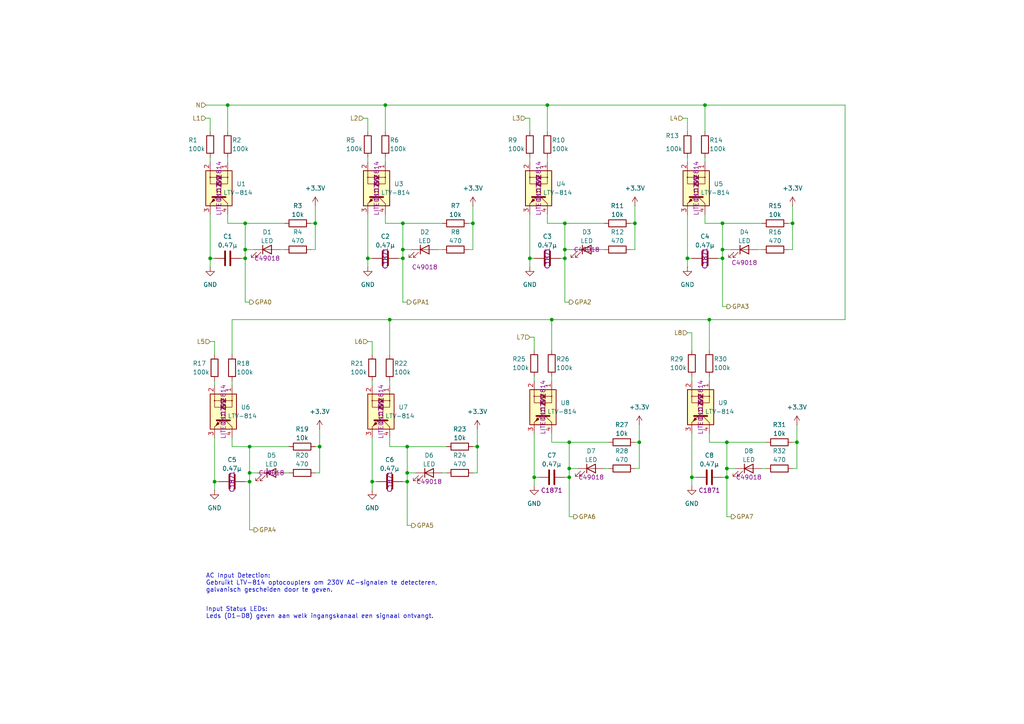
<source format=kicad_sch>
(kicad_sch
	(version 20250114)
	(generator "eeschema")
	(generator_version "9.0")
	(uuid "e552642b-bc31-43cf-a1c0-ebb7fc84a530")
	(paper "A4")
	(lib_symbols
		(symbol "Device:C"
			(pin_numbers
				(hide yes)
			)
			(pin_names
				(offset 0.254)
			)
			(exclude_from_sim no)
			(in_bom yes)
			(on_board yes)
			(property "Reference" "C"
				(at 0.635 2.54 0)
				(effects
					(font
						(size 1.27 1.27)
					)
					(justify left)
				)
			)
			(property "Value" "C"
				(at 0.635 -2.54 0)
				(effects
					(font
						(size 1.27 1.27)
					)
					(justify left)
				)
			)
			(property "Footprint" ""
				(at 0.9652 -3.81 0)
				(effects
					(font
						(size 1.27 1.27)
					)
					(hide yes)
				)
			)
			(property "Datasheet" "~"
				(at 0 0 0)
				(effects
					(font
						(size 1.27 1.27)
					)
					(hide yes)
				)
			)
			(property "Description" "Unpolarized capacitor"
				(at 0 0 0)
				(effects
					(font
						(size 1.27 1.27)
					)
					(hide yes)
				)
			)
			(property "ki_keywords" "cap capacitor"
				(at 0 0 0)
				(effects
					(font
						(size 1.27 1.27)
					)
					(hide yes)
				)
			)
			(property "ki_fp_filters" "C_*"
				(at 0 0 0)
				(effects
					(font
						(size 1.27 1.27)
					)
					(hide yes)
				)
			)
			(symbol "C_0_1"
				(polyline
					(pts
						(xy -2.032 0.762) (xy 2.032 0.762)
					)
					(stroke
						(width 0.508)
						(type default)
					)
					(fill
						(type none)
					)
				)
				(polyline
					(pts
						(xy -2.032 -0.762) (xy 2.032 -0.762)
					)
					(stroke
						(width 0.508)
						(type default)
					)
					(fill
						(type none)
					)
				)
			)
			(symbol "C_1_1"
				(pin passive line
					(at 0 3.81 270)
					(length 2.794)
					(name "~"
						(effects
							(font
								(size 1.27 1.27)
							)
						)
					)
					(number "1"
						(effects
							(font
								(size 1.27 1.27)
							)
						)
					)
				)
				(pin passive line
					(at 0 -3.81 90)
					(length 2.794)
					(name "~"
						(effects
							(font
								(size 1.27 1.27)
							)
						)
					)
					(number "2"
						(effects
							(font
								(size 1.27 1.27)
							)
						)
					)
				)
			)
			(embedded_fonts no)
		)
		(symbol "Device:LED"
			(pin_numbers
				(hide yes)
			)
			(pin_names
				(offset 1.016)
				(hide yes)
			)
			(exclude_from_sim no)
			(in_bom yes)
			(on_board yes)
			(property "Reference" "D"
				(at 0 2.54 0)
				(effects
					(font
						(size 1.27 1.27)
					)
				)
			)
			(property "Value" "LED"
				(at 0 -2.54 0)
				(effects
					(font
						(size 1.27 1.27)
					)
				)
			)
			(property "Footprint" ""
				(at 0 0 0)
				(effects
					(font
						(size 1.27 1.27)
					)
					(hide yes)
				)
			)
			(property "Datasheet" "~"
				(at 0 0 0)
				(effects
					(font
						(size 1.27 1.27)
					)
					(hide yes)
				)
			)
			(property "Description" "Light emitting diode"
				(at 0 0 0)
				(effects
					(font
						(size 1.27 1.27)
					)
					(hide yes)
				)
			)
			(property "Sim.Pins" "1=K 2=A"
				(at 0 0 0)
				(effects
					(font
						(size 1.27 1.27)
					)
					(hide yes)
				)
			)
			(property "ki_keywords" "LED diode"
				(at 0 0 0)
				(effects
					(font
						(size 1.27 1.27)
					)
					(hide yes)
				)
			)
			(property "ki_fp_filters" "LED* LED_SMD:* LED_THT:*"
				(at 0 0 0)
				(effects
					(font
						(size 1.27 1.27)
					)
					(hide yes)
				)
			)
			(symbol "LED_0_1"
				(polyline
					(pts
						(xy -3.048 -0.762) (xy -4.572 -2.286) (xy -3.81 -2.286) (xy -4.572 -2.286) (xy -4.572 -1.524)
					)
					(stroke
						(width 0)
						(type default)
					)
					(fill
						(type none)
					)
				)
				(polyline
					(pts
						(xy -1.778 -0.762) (xy -3.302 -2.286) (xy -2.54 -2.286) (xy -3.302 -2.286) (xy -3.302 -1.524)
					)
					(stroke
						(width 0)
						(type default)
					)
					(fill
						(type none)
					)
				)
				(polyline
					(pts
						(xy -1.27 0) (xy 1.27 0)
					)
					(stroke
						(width 0)
						(type default)
					)
					(fill
						(type none)
					)
				)
				(polyline
					(pts
						(xy -1.27 -1.27) (xy -1.27 1.27)
					)
					(stroke
						(width 0.254)
						(type default)
					)
					(fill
						(type none)
					)
				)
				(polyline
					(pts
						(xy 1.27 -1.27) (xy 1.27 1.27) (xy -1.27 0) (xy 1.27 -1.27)
					)
					(stroke
						(width 0.254)
						(type default)
					)
					(fill
						(type none)
					)
				)
			)
			(symbol "LED_1_1"
				(pin passive line
					(at -3.81 0 0)
					(length 2.54)
					(name "K"
						(effects
							(font
								(size 1.27 1.27)
							)
						)
					)
					(number "1"
						(effects
							(font
								(size 1.27 1.27)
							)
						)
					)
				)
				(pin passive line
					(at 3.81 0 180)
					(length 2.54)
					(name "A"
						(effects
							(font
								(size 1.27 1.27)
							)
						)
					)
					(number "2"
						(effects
							(font
								(size 1.27 1.27)
							)
						)
					)
				)
			)
			(embedded_fonts no)
		)
		(symbol "Device:R"
			(pin_numbers
				(hide yes)
			)
			(pin_names
				(offset 0)
			)
			(exclude_from_sim no)
			(in_bom yes)
			(on_board yes)
			(property "Reference" "R"
				(at 2.032 0 90)
				(effects
					(font
						(size 1.27 1.27)
					)
				)
			)
			(property "Value" "R"
				(at 0 0 90)
				(effects
					(font
						(size 1.27 1.27)
					)
				)
			)
			(property "Footprint" ""
				(at -1.778 0 90)
				(effects
					(font
						(size 1.27 1.27)
					)
					(hide yes)
				)
			)
			(property "Datasheet" "~"
				(at 0 0 0)
				(effects
					(font
						(size 1.27 1.27)
					)
					(hide yes)
				)
			)
			(property "Description" "Resistor"
				(at 0 0 0)
				(effects
					(font
						(size 1.27 1.27)
					)
					(hide yes)
				)
			)
			(property "ki_keywords" "R res resistor"
				(at 0 0 0)
				(effects
					(font
						(size 1.27 1.27)
					)
					(hide yes)
				)
			)
			(property "ki_fp_filters" "R_*"
				(at 0 0 0)
				(effects
					(font
						(size 1.27 1.27)
					)
					(hide yes)
				)
			)
			(symbol "R_0_1"
				(rectangle
					(start -1.016 -2.54)
					(end 1.016 2.54)
					(stroke
						(width 0.254)
						(type default)
					)
					(fill
						(type none)
					)
				)
			)
			(symbol "R_1_1"
				(pin passive line
					(at 0 3.81 270)
					(length 1.27)
					(name "~"
						(effects
							(font
								(size 1.27 1.27)
							)
						)
					)
					(number "1"
						(effects
							(font
								(size 1.27 1.27)
							)
						)
					)
				)
				(pin passive line
					(at 0 -3.81 90)
					(length 1.27)
					(name "~"
						(effects
							(font
								(size 1.27 1.27)
							)
						)
					)
					(number "2"
						(effects
							(font
								(size 1.27 1.27)
							)
						)
					)
				)
			)
			(embedded_fonts no)
		)
		(symbol "Isolator:LTV-814"
			(pin_names
				(offset 1.016)
			)
			(exclude_from_sim no)
			(in_bom yes)
			(on_board yes)
			(property "Reference" "U"
				(at -5.08 5.08 0)
				(effects
					(font
						(size 1.27 1.27)
					)
					(justify left)
				)
			)
			(property "Value" "LTV-814"
				(at 0 5.08 0)
				(effects
					(font
						(size 1.27 1.27)
					)
					(justify left)
				)
			)
			(property "Footprint" "Package_DIP:DIP-4_W7.62mm"
				(at -5.08 -5.08 0)
				(effects
					(font
						(size 1.27 1.27)
						(italic yes)
					)
					(justify left)
					(hide yes)
				)
			)
			(property "Datasheet" "https://optoelectronics.liteon.com/upload/download/DS-70-96-0013/LTV-8X4%20series%20201509.pdf"
				(at 1.905 0 0)
				(effects
					(font
						(size 1.27 1.27)
					)
					(justify left)
					(hide yes)
				)
			)
			(property "Description" "AC/DC Optocoupler, Vce 35V, CTR 20%, DIP4"
				(at 0 0 0)
				(effects
					(font
						(size 1.27 1.27)
					)
					(hide yes)
				)
			)
			(property "ki_keywords" "NPN AC DC Optocoupler"
				(at 0 0 0)
				(effects
					(font
						(size 1.27 1.27)
					)
					(hide yes)
				)
			)
			(property "ki_fp_filters" "DIP*W7.62mm*"
				(at 0 0 0)
				(effects
					(font
						(size 1.27 1.27)
					)
					(hide yes)
				)
			)
			(symbol "LTV-814_0_1"
				(rectangle
					(start -5.08 3.81)
					(end 5.08 -3.81)
					(stroke
						(width 0.254)
						(type default)
					)
					(fill
						(type background)
					)
				)
				(polyline
					(pts
						(xy -5.08 2.54) (xy -1.27 2.54) (xy -1.27 -0.762)
					)
					(stroke
						(width 0)
						(type default)
					)
					(fill
						(type none)
					)
				)
				(circle
					(center -3.175 2.54)
					(radius 0.127)
					(stroke
						(width 0)
						(type default)
					)
					(fill
						(type none)
					)
				)
				(polyline
					(pts
						(xy -3.175 2.54) (xy -3.175 -2.54)
					)
					(stroke
						(width 0)
						(type default)
					)
					(fill
						(type none)
					)
				)
				(circle
					(center -3.175 -2.54)
					(radius 0.127)
					(stroke
						(width 0)
						(type default)
					)
					(fill
						(type none)
					)
				)
				(polyline
					(pts
						(xy -1.905 -0.635) (xy -0.635 -0.635)
					)
					(stroke
						(width 0.254)
						(type default)
					)
					(fill
						(type none)
					)
				)
				(polyline
					(pts
						(xy -1.27 -0.635) (xy -1.27 -2.54) (xy -5.08 -2.54)
					)
					(stroke
						(width 0)
						(type default)
					)
					(fill
						(type none)
					)
				)
				(polyline
					(pts
						(xy -1.27 -0.635) (xy -1.905 0.635) (xy -0.635 0.635) (xy -1.27 -0.635)
					)
					(stroke
						(width 0.254)
						(type default)
					)
					(fill
						(type none)
					)
				)
				(polyline
					(pts
						(xy 0.127 0.508) (xy 1.397 0.508) (xy 1.016 0.381) (xy 1.016 0.635) (xy 1.397 0.508)
					)
					(stroke
						(width 0)
						(type default)
					)
					(fill
						(type none)
					)
				)
				(polyline
					(pts
						(xy 0.127 -0.508) (xy 1.397 -0.508) (xy 1.016 -0.635) (xy 1.016 -0.381) (xy 1.397 -0.508)
					)
					(stroke
						(width 0)
						(type default)
					)
					(fill
						(type none)
					)
				)
				(polyline
					(pts
						(xy 2.54 1.905) (xy 2.54 -1.905) (xy 2.54 -1.905)
					)
					(stroke
						(width 0.508)
						(type default)
					)
					(fill
						(type none)
					)
				)
				(polyline
					(pts
						(xy 2.54 0.635) (xy 4.445 2.54)
					)
					(stroke
						(width 0)
						(type default)
					)
					(fill
						(type none)
					)
				)
				(polyline
					(pts
						(xy 3.048 -1.651) (xy 3.556 -1.143) (xy 4.064 -2.159) (xy 3.048 -1.651) (xy 3.048 -1.651)
					)
					(stroke
						(width 0)
						(type default)
					)
					(fill
						(type outline)
					)
				)
				(polyline
					(pts
						(xy 4.445 2.54) (xy 5.08 2.54)
					)
					(stroke
						(width 0)
						(type default)
					)
					(fill
						(type none)
					)
				)
				(polyline
					(pts
						(xy 4.445 -2.54) (xy 2.54 -0.635)
					)
					(stroke
						(width 0)
						(type default)
					)
					(fill
						(type outline)
					)
				)
				(polyline
					(pts
						(xy 4.445 -2.54) (xy 5.08 -2.54)
					)
					(stroke
						(width 0)
						(type default)
					)
					(fill
						(type none)
					)
				)
			)
			(symbol "LTV-814_1_1"
				(polyline
					(pts
						(xy -3.81 0.635) (xy -2.54 0.635)
					)
					(stroke
						(width 0.254)
						(type default)
					)
					(fill
						(type none)
					)
				)
				(polyline
					(pts
						(xy -3.175 0.635) (xy -3.81 -0.635) (xy -2.54 -0.635) (xy -3.175 0.635)
					)
					(stroke
						(width 0.254)
						(type default)
					)
					(fill
						(type none)
					)
				)
				(pin passive line
					(at -7.62 2.54 0)
					(length 2.54)
					(name "~"
						(effects
							(font
								(size 1.27 1.27)
							)
						)
					)
					(number "1"
						(effects
							(font
								(size 1.27 1.27)
							)
						)
					)
				)
				(pin passive line
					(at -7.62 -2.54 0)
					(length 2.54)
					(name "~"
						(effects
							(font
								(size 1.27 1.27)
							)
						)
					)
					(number "2"
						(effects
							(font
								(size 1.27 1.27)
							)
						)
					)
				)
				(pin passive line
					(at 7.62 2.54 180)
					(length 2.54)
					(name "~"
						(effects
							(font
								(size 1.27 1.27)
							)
						)
					)
					(number "4"
						(effects
							(font
								(size 1.27 1.27)
							)
						)
					)
				)
				(pin passive line
					(at 7.62 -2.54 180)
					(length 2.54)
					(name "~"
						(effects
							(font
								(size 1.27 1.27)
							)
						)
					)
					(number "3"
						(effects
							(font
								(size 1.27 1.27)
							)
						)
					)
				)
			)
			(embedded_fonts no)
		)
		(symbol "power:+3.3V"
			(power)
			(pin_numbers
				(hide yes)
			)
			(pin_names
				(offset 0)
				(hide yes)
			)
			(exclude_from_sim no)
			(in_bom yes)
			(on_board yes)
			(property "Reference" "#PWR"
				(at 0 -3.81 0)
				(effects
					(font
						(size 1.27 1.27)
					)
					(hide yes)
				)
			)
			(property "Value" "+3.3V"
				(at 0 3.556 0)
				(effects
					(font
						(size 1.27 1.27)
					)
				)
			)
			(property "Footprint" ""
				(at 0 0 0)
				(effects
					(font
						(size 1.27 1.27)
					)
					(hide yes)
				)
			)
			(property "Datasheet" ""
				(at 0 0 0)
				(effects
					(font
						(size 1.27 1.27)
					)
					(hide yes)
				)
			)
			(property "Description" "Power symbol creates a global label with name \"+3.3V\""
				(at 0 0 0)
				(effects
					(font
						(size 1.27 1.27)
					)
					(hide yes)
				)
			)
			(property "ki_keywords" "global power"
				(at 0 0 0)
				(effects
					(font
						(size 1.27 1.27)
					)
					(hide yes)
				)
			)
			(symbol "+3.3V_0_1"
				(polyline
					(pts
						(xy -0.762 1.27) (xy 0 2.54)
					)
					(stroke
						(width 0)
						(type default)
					)
					(fill
						(type none)
					)
				)
				(polyline
					(pts
						(xy 0 2.54) (xy 0.762 1.27)
					)
					(stroke
						(width 0)
						(type default)
					)
					(fill
						(type none)
					)
				)
				(polyline
					(pts
						(xy 0 0) (xy 0 2.54)
					)
					(stroke
						(width 0)
						(type default)
					)
					(fill
						(type none)
					)
				)
			)
			(symbol "+3.3V_1_1"
				(pin power_in line
					(at 0 0 90)
					(length 0)
					(name "~"
						(effects
							(font
								(size 1.27 1.27)
							)
						)
					)
					(number "1"
						(effects
							(font
								(size 1.27 1.27)
							)
						)
					)
				)
			)
			(embedded_fonts no)
		)
		(symbol "power:GND"
			(power)
			(pin_numbers
				(hide yes)
			)
			(pin_names
				(offset 0)
				(hide yes)
			)
			(exclude_from_sim no)
			(in_bom yes)
			(on_board yes)
			(property "Reference" "#PWR"
				(at 0 -6.35 0)
				(effects
					(font
						(size 1.27 1.27)
					)
					(hide yes)
				)
			)
			(property "Value" "GND"
				(at 0 -3.81 0)
				(effects
					(font
						(size 1.27 1.27)
					)
				)
			)
			(property "Footprint" ""
				(at 0 0 0)
				(effects
					(font
						(size 1.27 1.27)
					)
					(hide yes)
				)
			)
			(property "Datasheet" ""
				(at 0 0 0)
				(effects
					(font
						(size 1.27 1.27)
					)
					(hide yes)
				)
			)
			(property "Description" "Power symbol creates a global label with name \"GND\" , ground"
				(at 0 0 0)
				(effects
					(font
						(size 1.27 1.27)
					)
					(hide yes)
				)
			)
			(property "ki_keywords" "global power"
				(at 0 0 0)
				(effects
					(font
						(size 1.27 1.27)
					)
					(hide yes)
				)
			)
			(symbol "GND_0_1"
				(polyline
					(pts
						(xy 0 0) (xy 0 -1.27) (xy 1.27 -1.27) (xy 0 -2.54) (xy -1.27 -1.27) (xy 0 -1.27)
					)
					(stroke
						(width 0)
						(type default)
					)
					(fill
						(type none)
					)
				)
			)
			(symbol "GND_1_1"
				(pin power_in line
					(at 0 0 270)
					(length 0)
					(name "~"
						(effects
							(font
								(size 1.27 1.27)
							)
						)
					)
					(number "1"
						(effects
							(font
								(size 1.27 1.27)
							)
						)
					)
				)
			)
			(embedded_fonts no)
		)
	)
	(text "AC Input Detection: \nGebruikt LTV-814 optocouplers om 230V AC-signalen te detecteren,\ngalvanisch gescheiden door te geven.\n\n"
		(exclude_from_sim no)
		(at 59.69 170.18 0)
		(effects
			(font
				(size 1.27 1.27)
			)
			(justify left)
		)
		(uuid "6937a961-f40d-40e8-85a4-c82ad93a8cd0")
	)
	(text "Input Status LEDs: \nLeds (D1-D8) geven aan welk ingangskanaal een signaal ontvangt.\n"
		(exclude_from_sim no)
		(at 59.69 177.8 0)
		(effects
			(font
				(size 1.27 1.27)
			)
			(justify left)
		)
		(uuid "f36f1ffe-b89e-4e8f-8753-73e1702fe699")
	)
	(junction
		(at 165.1 128.27)
		(diameter 0)
		(color 0 0 0 0)
		(uuid "023c111f-5e33-4209-9a8e-291fdb5ad436")
	)
	(junction
		(at 71.12 64.77)
		(diameter 0)
		(color 0 0 0 0)
		(uuid "045779ef-ce29-41da-b10d-d3357288a291")
	)
	(junction
		(at 229.87 64.77)
		(diameter 0)
		(color 0 0 0 0)
		(uuid "07da531c-e5df-41fc-8b44-6d7bbb963634")
	)
	(junction
		(at 71.12 72.39)
		(diameter 0)
		(color 0 0 0 0)
		(uuid "0ab127ea-77d9-4738-a428-f8e4a54c07e1")
	)
	(junction
		(at 62.23 139.7)
		(diameter 0)
		(color 0 0 0 0)
		(uuid "108b90b2-bb5f-49ec-8210-365cb2c9851a")
	)
	(junction
		(at 118.11 137.16)
		(diameter 0)
		(color 0 0 0 0)
		(uuid "1e51eda4-4796-4d68-b6d4-4bd8f8076d35")
	)
	(junction
		(at 72.39 137.16)
		(diameter 0)
		(color 0 0 0 0)
		(uuid "2eae3dae-9f03-4a7f-81ab-673593a193f6")
	)
	(junction
		(at 137.16 64.77)
		(diameter 0)
		(color 0 0 0 0)
		(uuid "31ee04dd-dfb0-424c-8ad9-f0cbab9b68e2")
	)
	(junction
		(at 116.84 72.39)
		(diameter 0)
		(color 0 0 0 0)
		(uuid "42dd3e9f-4019-43d5-a73f-a80cc0152aa3")
	)
	(junction
		(at 184.15 64.77)
		(diameter 0)
		(color 0 0 0 0)
		(uuid "48492a60-0f5c-4145-96fb-27fbe94ee59b")
	)
	(junction
		(at 185.42 128.27)
		(diameter 0)
		(color 0 0 0 0)
		(uuid "4b1a2506-4786-41d2-8b11-a2ed008843e6")
	)
	(junction
		(at 118.11 129.54)
		(diameter 0)
		(color 0 0 0 0)
		(uuid "4e9fb1cf-c728-45bb-a09d-c4c2f49a85f4")
	)
	(junction
		(at 116.84 64.77)
		(diameter 0)
		(color 0 0 0 0)
		(uuid "500d93cf-c02f-4064-8b26-d41d04b8342b")
	)
	(junction
		(at 92.71 129.54)
		(diameter 0)
		(color 0 0 0 0)
		(uuid "5518f1e8-2115-4aaa-a19c-ebd61bb6a364")
	)
	(junction
		(at 209.55 74.93)
		(diameter 0)
		(color 0 0 0 0)
		(uuid "5b62e9a1-e2fb-4e81-9caf-379e27aac46b")
	)
	(junction
		(at 72.39 129.54)
		(diameter 0)
		(color 0 0 0 0)
		(uuid "5f7c7f16-ae47-4bde-bf0b-ae43f49341e6")
	)
	(junction
		(at 163.83 74.93)
		(diameter 0)
		(color 0 0 0 0)
		(uuid "6658cf53-0584-4c36-a802-adaf00fb9231")
	)
	(junction
		(at 138.43 129.54)
		(diameter 0)
		(color 0 0 0 0)
		(uuid "7835d99f-10b4-4652-82b6-a87f545b8004")
	)
	(junction
		(at 116.84 74.93)
		(diameter 0)
		(color 0 0 0 0)
		(uuid "79db1136-f4f9-4610-9a3d-8e17b0c00bbf")
	)
	(junction
		(at 66.04 30.48)
		(diameter 0)
		(color 0 0 0 0)
		(uuid "7b4e7cda-7e7c-430c-95e9-c2146460568c")
	)
	(junction
		(at 118.11 139.7)
		(diameter 0)
		(color 0 0 0 0)
		(uuid "7d0707c1-1529-43fa-8e12-5d5e87641a6b")
	)
	(junction
		(at 210.82 128.27)
		(diameter 0)
		(color 0 0 0 0)
		(uuid "7ea1b29c-110f-4162-a3ae-90d4a3d4d26b")
	)
	(junction
		(at 160.02 92.71)
		(diameter 0)
		(color 0 0 0 0)
		(uuid "82745d7e-fb27-4bbe-9903-29b9294b838c")
	)
	(junction
		(at 165.1 138.43)
		(diameter 0)
		(color 0 0 0 0)
		(uuid "827642cb-96e4-4f60-a2ed-610196eac625")
	)
	(junction
		(at 163.83 64.77)
		(diameter 0)
		(color 0 0 0 0)
		(uuid "83c30944-a7f5-43ba-8fc7-80b6c57de6c5")
	)
	(junction
		(at 107.95 139.7)
		(diameter 0)
		(color 0 0 0 0)
		(uuid "89a78f8d-2505-4acd-9441-e5c318dc1607")
	)
	(junction
		(at 153.67 74.93)
		(diameter 0)
		(color 0 0 0 0)
		(uuid "946be32a-ae1c-4e54-a2d9-dd60c41eeeb5")
	)
	(junction
		(at 204.47 30.48)
		(diameter 0)
		(color 0 0 0 0)
		(uuid "95ff4d70-eb51-48de-8519-837a314a8e41")
	)
	(junction
		(at 210.82 135.89)
		(diameter 0)
		(color 0 0 0 0)
		(uuid "9a034460-f8bc-4ab1-8fcb-6c1dbc90eec3")
	)
	(junction
		(at 113.03 92.71)
		(diameter 0)
		(color 0 0 0 0)
		(uuid "a2182f49-172f-4069-b7a3-88c83bea090d")
	)
	(junction
		(at 210.82 138.43)
		(diameter 0)
		(color 0 0 0 0)
		(uuid "a2ebe01b-5317-451c-8c01-f80a0eae056f")
	)
	(junction
		(at 163.83 72.39)
		(diameter 0)
		(color 0 0 0 0)
		(uuid "a87faf73-6581-426b-bf46-c5c713e991e9")
	)
	(junction
		(at 209.55 72.39)
		(diameter 0)
		(color 0 0 0 0)
		(uuid "ab95e878-b41d-47ba-a1da-6c8a7d2cc634")
	)
	(junction
		(at 91.44 64.77)
		(diameter 0)
		(color 0 0 0 0)
		(uuid "b8640293-0413-4c99-a115-cbdda8d40eca")
	)
	(junction
		(at 72.39 139.7)
		(diameter 0)
		(color 0 0 0 0)
		(uuid "ba477a5a-ed6a-41c1-b910-a15092c7b200")
	)
	(junction
		(at 200.66 138.43)
		(diameter 0)
		(color 0 0 0 0)
		(uuid "be65b8ce-c112-45c1-b8bf-34fc413e94ee")
	)
	(junction
		(at 199.39 74.93)
		(diameter 0)
		(color 0 0 0 0)
		(uuid "bffe8293-20a6-422d-b1d3-0dc8a6bef4c1")
	)
	(junction
		(at 154.94 138.43)
		(diameter 0)
		(color 0 0 0 0)
		(uuid "c67a1225-94b6-4243-bf4e-9b09e882594b")
	)
	(junction
		(at 231.14 128.27)
		(diameter 0)
		(color 0 0 0 0)
		(uuid "c6eb8c91-8275-4ab0-8795-a0d731cfe120")
	)
	(junction
		(at 111.76 30.48)
		(diameter 0)
		(color 0 0 0 0)
		(uuid "cb228d77-4ddd-4f33-8b4f-e7c2d95b63c9")
	)
	(junction
		(at 209.55 64.77)
		(diameter 0)
		(color 0 0 0 0)
		(uuid "d33cca5d-2bd6-496d-ab48-f4b903a3f4b4")
	)
	(junction
		(at 71.12 74.93)
		(diameter 0)
		(color 0 0 0 0)
		(uuid "d5f458f2-1164-4ee4-b1af-4fd99e6ced75")
	)
	(junction
		(at 106.68 74.93)
		(diameter 0)
		(color 0 0 0 0)
		(uuid "e673c2b5-d886-41b6-acd1-e6b685196fb8")
	)
	(junction
		(at 158.75 30.48)
		(diameter 0)
		(color 0 0 0 0)
		(uuid "ee883558-662d-46a0-a303-f14270aedcfc")
	)
	(junction
		(at 205.74 92.71)
		(diameter 0)
		(color 0 0 0 0)
		(uuid "f571b96e-f9c5-4309-9e2b-dceac40c49f1")
	)
	(junction
		(at 165.1 135.89)
		(diameter 0)
		(color 0 0 0 0)
		(uuid "fc40f2a5-3c0d-4462-ba70-32d1cd28f20c")
	)
	(junction
		(at 60.96 74.93)
		(diameter 0)
		(color 0 0 0 0)
		(uuid "fe5c3c35-a5d0-4087-9e93-9db019cda8c2")
	)
	(wire
		(pts
			(xy 210.82 135.89) (xy 213.36 135.89)
		)
		(stroke
			(width 0)
			(type default)
		)
		(uuid "0161b2ce-a5aa-4702-9c5b-2d26df79a07f")
	)
	(wire
		(pts
			(xy 165.1 135.89) (xy 167.64 135.89)
		)
		(stroke
			(width 0)
			(type default)
		)
		(uuid "01e46e7b-4d6e-47c5-a6f7-b7c614e98c54")
	)
	(wire
		(pts
			(xy 113.03 129.54) (xy 118.11 129.54)
		)
		(stroke
			(width 0)
			(type default)
		)
		(uuid "0534054c-2e2d-49ee-b038-0f7411bb7cab")
	)
	(wire
		(pts
			(xy 72.39 139.7) (xy 72.39 153.67)
		)
		(stroke
			(width 0)
			(type default)
		)
		(uuid "05a2abbe-a0a1-469e-b4ea-085276d723ea")
	)
	(wire
		(pts
			(xy 160.02 92.71) (xy 160.02 101.6)
		)
		(stroke
			(width 0)
			(type default)
		)
		(uuid "05b84d94-f868-40aa-9672-034b53290662")
	)
	(wire
		(pts
			(xy 184.15 135.89) (xy 185.42 135.89)
		)
		(stroke
			(width 0)
			(type default)
		)
		(uuid "071cc2cb-c755-4722-9496-3feaf59586cb")
	)
	(wire
		(pts
			(xy 200.66 96.52) (xy 199.39 96.52)
		)
		(stroke
			(width 0)
			(type default)
		)
		(uuid "08bd37ea-477d-49c7-9bb4-03049f4929c7")
	)
	(wire
		(pts
			(xy 185.42 128.27) (xy 185.42 135.89)
		)
		(stroke
			(width 0)
			(type default)
		)
		(uuid "0cbe74fe-70e7-49ed-a388-44678271028a")
	)
	(wire
		(pts
			(xy 204.47 64.77) (xy 204.47 62.23)
		)
		(stroke
			(width 0)
			(type default)
		)
		(uuid "0d7e91cf-02d7-4b75-904a-a72dbadb8afd")
	)
	(wire
		(pts
			(xy 163.83 64.77) (xy 175.26 64.77)
		)
		(stroke
			(width 0)
			(type default)
		)
		(uuid "119989ca-0bec-4870-ac53-5564f8bc70fc")
	)
	(wire
		(pts
			(xy 153.67 45.72) (xy 153.67 46.99)
		)
		(stroke
			(width 0)
			(type default)
		)
		(uuid "121ba205-a399-4bab-859b-e9584f52ec1c")
	)
	(wire
		(pts
			(xy 111.76 30.48) (xy 111.76 38.1)
		)
		(stroke
			(width 0)
			(type default)
		)
		(uuid "129a17e2-d741-44ee-a829-44b27bb62dc8")
	)
	(wire
		(pts
			(xy 210.82 128.27) (xy 210.82 135.89)
		)
		(stroke
			(width 0)
			(type default)
		)
		(uuid "168d6e86-bc7b-4128-a9bb-03c5438a6b03")
	)
	(wire
		(pts
			(xy 229.87 64.77) (xy 229.87 72.39)
		)
		(stroke
			(width 0)
			(type default)
		)
		(uuid "17380ff4-c391-4f00-b3ed-156bef730ab0")
	)
	(wire
		(pts
			(xy 185.42 123.19) (xy 185.42 128.27)
		)
		(stroke
			(width 0)
			(type default)
		)
		(uuid "199c02e4-1c14-43f6-93c7-0239eed4b2c2")
	)
	(wire
		(pts
			(xy 60.96 38.1) (xy 60.96 34.29)
		)
		(stroke
			(width 0)
			(type default)
		)
		(uuid "19c356e9-1985-422c-98f6-8149416a27b5")
	)
	(wire
		(pts
			(xy 154.94 125.73) (xy 154.94 138.43)
		)
		(stroke
			(width 0)
			(type default)
		)
		(uuid "1b0bad61-3d7a-4208-b80c-bc4ffb713917")
	)
	(wire
		(pts
			(xy 116.84 72.39) (xy 116.84 74.93)
		)
		(stroke
			(width 0)
			(type default)
		)
		(uuid "1ba1d95d-cd78-47fd-bc49-0ee9695300da")
	)
	(wire
		(pts
			(xy 138.43 129.54) (xy 138.43 137.16)
		)
		(stroke
			(width 0)
			(type default)
		)
		(uuid "1d131f19-e31a-4210-be18-66c7ec862434")
	)
	(wire
		(pts
			(xy 91.44 59.69) (xy 91.44 64.77)
		)
		(stroke
			(width 0)
			(type default)
		)
		(uuid "1d449253-9639-440e-91cb-13a9a19217ec")
	)
	(wire
		(pts
			(xy 118.11 87.63) (xy 116.84 87.63)
		)
		(stroke
			(width 0)
			(type default)
		)
		(uuid "1dae1ba7-b2e7-4b67-b32b-88aef5a08442")
	)
	(wire
		(pts
			(xy 62.23 127) (xy 62.23 139.7)
		)
		(stroke
			(width 0)
			(type default)
		)
		(uuid "1dc80ef4-85d3-4f6c-a086-9c128b6545fd")
	)
	(wire
		(pts
			(xy 158.75 45.72) (xy 158.75 46.99)
		)
		(stroke
			(width 0)
			(type default)
		)
		(uuid "25433019-02cd-4d2c-9faa-189cc64becdf")
	)
	(wire
		(pts
			(xy 212.09 149.86) (xy 210.82 149.86)
		)
		(stroke
			(width 0)
			(type default)
		)
		(uuid "2704b7c2-45ba-477c-b4a2-96b7c5febfb9")
	)
	(wire
		(pts
			(xy 69.85 74.93) (xy 71.12 74.93)
		)
		(stroke
			(width 0)
			(type default)
		)
		(uuid "274b11d8-4a58-402d-b408-6fb7b6cf1279")
	)
	(wire
		(pts
			(xy 210.82 88.9) (xy 209.55 88.9)
		)
		(stroke
			(width 0)
			(type default)
		)
		(uuid "2767be20-c74b-4fc3-afc6-e32463b02001")
	)
	(wire
		(pts
			(xy 71.12 72.39) (xy 71.12 74.93)
		)
		(stroke
			(width 0)
			(type default)
		)
		(uuid "27e5a208-03f2-4466-bb3a-f5c7d6970332")
	)
	(wire
		(pts
			(xy 91.44 137.16) (xy 92.71 137.16)
		)
		(stroke
			(width 0)
			(type default)
		)
		(uuid "2845d6e3-63dc-42c9-97f4-6c006f41747c")
	)
	(wire
		(pts
			(xy 160.02 128.27) (xy 160.02 125.73)
		)
		(stroke
			(width 0)
			(type default)
		)
		(uuid "28a52df7-dea0-46f1-9424-2663d4d9c751")
	)
	(wire
		(pts
			(xy 175.26 135.89) (xy 176.53 135.89)
		)
		(stroke
			(width 0)
			(type default)
		)
		(uuid "2a09f9ff-e69a-4fc5-ac85-fea0c37b8828")
	)
	(wire
		(pts
			(xy 111.76 64.77) (xy 116.84 64.77)
		)
		(stroke
			(width 0)
			(type default)
		)
		(uuid "2a2d7744-a84b-46aa-9e66-c55817567281")
	)
	(wire
		(pts
			(xy 158.75 64.77) (xy 158.75 62.23)
		)
		(stroke
			(width 0)
			(type default)
		)
		(uuid "2a6764a8-66df-468e-ac9b-e02bb9b0ae9c")
	)
	(wire
		(pts
			(xy 107.95 139.7) (xy 109.22 139.7)
		)
		(stroke
			(width 0)
			(type default)
		)
		(uuid "2be6e8cc-eb15-457f-af1e-7de489d83158")
	)
	(wire
		(pts
			(xy 184.15 64.77) (xy 184.15 72.39)
		)
		(stroke
			(width 0)
			(type default)
		)
		(uuid "2da1075c-a558-43a2-920f-c236c6d1a116")
	)
	(wire
		(pts
			(xy 137.16 129.54) (xy 138.43 129.54)
		)
		(stroke
			(width 0)
			(type default)
		)
		(uuid "2e8cca2d-b23f-4cbb-b0ad-77f009ec15de")
	)
	(wire
		(pts
			(xy 62.23 110.49) (xy 62.23 111.76)
		)
		(stroke
			(width 0)
			(type default)
		)
		(uuid "2f6e5c70-05a2-44b1-9b3e-681713e2ef6e")
	)
	(wire
		(pts
			(xy 111.76 30.48) (xy 66.04 30.48)
		)
		(stroke
			(width 0)
			(type default)
		)
		(uuid "32105b78-1ccf-4997-b455-94ee87ec9cb2")
	)
	(wire
		(pts
			(xy 137.16 64.77) (xy 137.16 72.39)
		)
		(stroke
			(width 0)
			(type default)
		)
		(uuid "3344b4c9-330a-4827-84ac-dbba1bf735da")
	)
	(wire
		(pts
			(xy 118.11 139.7) (xy 118.11 152.4)
		)
		(stroke
			(width 0)
			(type default)
		)
		(uuid "354eea61-0c7b-4bf4-a57d-7a9062e8cb7d")
	)
	(wire
		(pts
			(xy 116.84 64.77) (xy 128.27 64.77)
		)
		(stroke
			(width 0)
			(type default)
		)
		(uuid "36488ed2-ebdf-4bb6-859c-c1e93da9086b")
	)
	(wire
		(pts
			(xy 92.71 124.46) (xy 92.71 129.54)
		)
		(stroke
			(width 0)
			(type default)
		)
		(uuid "36ce90df-b749-46dc-b748-cacbaff8ed9d")
	)
	(wire
		(pts
			(xy 118.11 137.16) (xy 118.11 139.7)
		)
		(stroke
			(width 0)
			(type default)
		)
		(uuid "376d5078-af00-4fa0-8e67-cc8f1605585e")
	)
	(wire
		(pts
			(xy 127 72.39) (xy 128.27 72.39)
		)
		(stroke
			(width 0)
			(type default)
		)
		(uuid "37ae27cf-08b1-42dc-a5c6-447a9b1bfe91")
	)
	(wire
		(pts
			(xy 228.6 72.39) (xy 229.87 72.39)
		)
		(stroke
			(width 0)
			(type default)
		)
		(uuid "39f42c83-0b7f-40d1-afb1-13d1b6a2e24f")
	)
	(wire
		(pts
			(xy 135.89 64.77) (xy 137.16 64.77)
		)
		(stroke
			(width 0)
			(type default)
		)
		(uuid "3abbe5d0-fc5f-4c62-b6ba-21356013a14b")
	)
	(wire
		(pts
			(xy 72.39 129.54) (xy 83.82 129.54)
		)
		(stroke
			(width 0)
			(type default)
		)
		(uuid "3b67c8cc-4821-4916-a6cc-a9c00a375dd3")
	)
	(wire
		(pts
			(xy 200.66 138.43) (xy 201.93 138.43)
		)
		(stroke
			(width 0)
			(type default)
		)
		(uuid "3cef3fe5-77c5-4970-be42-15cb05cee4b6")
	)
	(wire
		(pts
			(xy 199.39 38.1) (xy 199.39 34.29)
		)
		(stroke
			(width 0)
			(type default)
		)
		(uuid "3efb3917-fb73-4047-b08f-d367bd2259bd")
	)
	(wire
		(pts
			(xy 200.66 96.52) (xy 200.66 101.6)
		)
		(stroke
			(width 0)
			(type default)
		)
		(uuid "3fa8c236-5dc2-4f50-8799-666d73261c02")
	)
	(wire
		(pts
			(xy 165.1 135.89) (xy 165.1 138.43)
		)
		(stroke
			(width 0)
			(type default)
		)
		(uuid "40baf7ed-ede5-4a03-a8d8-4196cb78e326")
	)
	(wire
		(pts
			(xy 229.87 128.27) (xy 231.14 128.27)
		)
		(stroke
			(width 0)
			(type default)
		)
		(uuid "42b36a0d-98ad-41b5-97c0-8e3db18763d6")
	)
	(wire
		(pts
			(xy 158.75 64.77) (xy 163.83 64.77)
		)
		(stroke
			(width 0)
			(type default)
		)
		(uuid "42bb379e-2001-4447-8991-9dbed9c45ef5")
	)
	(wire
		(pts
			(xy 165.1 128.27) (xy 165.1 135.89)
		)
		(stroke
			(width 0)
			(type default)
		)
		(uuid "42fec987-337d-474b-bea0-6965b8e3347a")
	)
	(wire
		(pts
			(xy 118.11 129.54) (xy 118.11 137.16)
		)
		(stroke
			(width 0)
			(type default)
		)
		(uuid "444c5dae-f9a4-4b14-86ba-f37e352b1100")
	)
	(wire
		(pts
			(xy 228.6 64.77) (xy 229.87 64.77)
		)
		(stroke
			(width 0)
			(type default)
		)
		(uuid "44b7d6d9-4589-41b7-a0ce-f705ff83e8f9")
	)
	(wire
		(pts
			(xy 66.04 64.77) (xy 71.12 64.77)
		)
		(stroke
			(width 0)
			(type default)
		)
		(uuid "4a0eeb6d-0a86-4048-864c-08f131e52842")
	)
	(wire
		(pts
			(xy 71.12 72.39) (xy 73.66 72.39)
		)
		(stroke
			(width 0)
			(type default)
		)
		(uuid "4bee7320-21dd-4be9-bf1f-0aeff50028c9")
	)
	(wire
		(pts
			(xy 154.94 97.79) (xy 153.67 97.79)
		)
		(stroke
			(width 0)
			(type default)
		)
		(uuid "4c202778-2513-47a5-8074-3f4fb71b1661")
	)
	(wire
		(pts
			(xy 200.66 140.97) (xy 200.66 138.43)
		)
		(stroke
			(width 0)
			(type default)
		)
		(uuid "4c2afcac-3fec-464e-87ad-aeb22aa15dd0")
	)
	(wire
		(pts
			(xy 67.31 129.54) (xy 67.31 127)
		)
		(stroke
			(width 0)
			(type default)
		)
		(uuid "4dac82a8-ddbd-4835-8166-5b42e8a28717")
	)
	(wire
		(pts
			(xy 72.39 137.16) (xy 72.39 139.7)
		)
		(stroke
			(width 0)
			(type default)
		)
		(uuid "4dc6c04f-0dd4-4819-94e0-bae5f9988217")
	)
	(wire
		(pts
			(xy 116.84 64.77) (xy 116.84 72.39)
		)
		(stroke
			(width 0)
			(type default)
		)
		(uuid "4e752cd7-2edb-454a-8119-ded9f308539b")
	)
	(wire
		(pts
			(xy 208.28 74.93) (xy 209.55 74.93)
		)
		(stroke
			(width 0)
			(type default)
		)
		(uuid "4f922bac-d20d-4004-aeec-c702c5f4a28d")
	)
	(wire
		(pts
			(xy 209.55 64.77) (xy 209.55 72.39)
		)
		(stroke
			(width 0)
			(type default)
		)
		(uuid "50c96e93-06e0-4bda-b660-f6152c2cc2e5")
	)
	(wire
		(pts
			(xy 113.03 92.71) (xy 67.31 92.71)
		)
		(stroke
			(width 0)
			(type default)
		)
		(uuid "518c95bd-0391-4b4b-821f-ef6269d086e0")
	)
	(wire
		(pts
			(xy 115.57 74.93) (xy 116.84 74.93)
		)
		(stroke
			(width 0)
			(type default)
		)
		(uuid "55a195ce-4172-4ec1-8eb8-3172c024e046")
	)
	(wire
		(pts
			(xy 107.95 99.06) (xy 106.68 99.06)
		)
		(stroke
			(width 0)
			(type default)
		)
		(uuid "5793662a-6274-4a41-80ee-bbd88ca71f40")
	)
	(wire
		(pts
			(xy 160.02 92.71) (xy 113.03 92.71)
		)
		(stroke
			(width 0)
			(type default)
		)
		(uuid "59423872-c328-4218-bc8b-9437e3de935a")
	)
	(wire
		(pts
			(xy 116.84 74.93) (xy 116.84 87.63)
		)
		(stroke
			(width 0)
			(type default)
		)
		(uuid "59c57b3e-b068-4016-bd81-619929c526a3")
	)
	(wire
		(pts
			(xy 60.96 74.93) (xy 62.23 74.93)
		)
		(stroke
			(width 0)
			(type default)
		)
		(uuid "5c418f60-6b8d-434c-9d7b-0a047eeb89e2")
	)
	(wire
		(pts
			(xy 204.47 30.48) (xy 245.11 30.48)
		)
		(stroke
			(width 0)
			(type default)
		)
		(uuid "60683ca3-ac93-4f17-98ae-0ab02086e92f")
	)
	(wire
		(pts
			(xy 59.69 30.48) (xy 66.04 30.48)
		)
		(stroke
			(width 0)
			(type default)
		)
		(uuid "60a1674d-c0ea-4be2-bfeb-1164001e6836")
	)
	(wire
		(pts
			(xy 163.83 64.77) (xy 163.83 72.39)
		)
		(stroke
			(width 0)
			(type default)
		)
		(uuid "613e622d-393c-420a-8e12-877068fbbd79")
	)
	(wire
		(pts
			(xy 153.67 34.29) (xy 152.4 34.29)
		)
		(stroke
			(width 0)
			(type default)
		)
		(uuid "626ad365-b573-4a87-8c85-816c91ce7c12")
	)
	(wire
		(pts
			(xy 67.31 110.49) (xy 67.31 111.76)
		)
		(stroke
			(width 0)
			(type default)
		)
		(uuid "665505ec-4730-4b07-9bce-866d4eb0ab5c")
	)
	(wire
		(pts
			(xy 62.23 142.24) (xy 62.23 139.7)
		)
		(stroke
			(width 0)
			(type default)
		)
		(uuid "68e81429-57b7-4fbd-ad8f-816757b40426")
	)
	(wire
		(pts
			(xy 113.03 92.71) (xy 113.03 102.87)
		)
		(stroke
			(width 0)
			(type default)
		)
		(uuid "68ecf3ec-32c3-4fec-bda7-8a34640f1eec")
	)
	(wire
		(pts
			(xy 92.71 129.54) (xy 92.71 137.16)
		)
		(stroke
			(width 0)
			(type default)
		)
		(uuid "6a1cc250-61a1-439f-a023-f6e979694c36")
	)
	(wire
		(pts
			(xy 163.83 72.39) (xy 166.37 72.39)
		)
		(stroke
			(width 0)
			(type default)
		)
		(uuid "6c0bf35d-c8b3-49b0-911a-17fb73c8d1c5")
	)
	(wire
		(pts
			(xy 245.11 92.71) (xy 205.74 92.71)
		)
		(stroke
			(width 0)
			(type default)
		)
		(uuid "6ee5adb7-2dd3-4e51-8f29-db4a432ce4b5")
	)
	(wire
		(pts
			(xy 204.47 45.72) (xy 204.47 46.99)
		)
		(stroke
			(width 0)
			(type default)
		)
		(uuid "6effa794-61e7-4ef0-bf7f-0c9390a43826")
	)
	(wire
		(pts
			(xy 71.12 74.93) (xy 71.12 87.63)
		)
		(stroke
			(width 0)
			(type default)
		)
		(uuid "6f794b7c-6f98-470b-839d-887eefa7b708")
	)
	(wire
		(pts
			(xy 205.74 128.27) (xy 210.82 128.27)
		)
		(stroke
			(width 0)
			(type default)
		)
		(uuid "70325770-4d12-4df9-83be-e21f5651a28b")
	)
	(wire
		(pts
			(xy 245.11 30.48) (xy 245.11 92.71)
		)
		(stroke
			(width 0)
			(type default)
		)
		(uuid "72f678a1-5033-4020-8a41-3d79b5d5416c")
	)
	(wire
		(pts
			(xy 154.94 109.22) (xy 154.94 110.49)
		)
		(stroke
			(width 0)
			(type default)
		)
		(uuid "73110808-f4bc-4d85-b434-f3a8bd9b4205")
	)
	(wire
		(pts
			(xy 229.87 135.89) (xy 231.14 135.89)
		)
		(stroke
			(width 0)
			(type default)
		)
		(uuid "734b990c-831d-49d4-bcbc-6e67e6b02fda")
	)
	(wire
		(pts
			(xy 137.16 137.16) (xy 138.43 137.16)
		)
		(stroke
			(width 0)
			(type default)
		)
		(uuid "73b19f9d-6061-4470-a636-48d2a1c53287")
	)
	(wire
		(pts
			(xy 160.02 109.22) (xy 160.02 110.49)
		)
		(stroke
			(width 0)
			(type default)
		)
		(uuid "74aa5d5f-e9fa-4860-a4f6-06352e5dd225")
	)
	(wire
		(pts
			(xy 153.67 77.47) (xy 153.67 74.93)
		)
		(stroke
			(width 0)
			(type default)
		)
		(uuid "75f62635-e6b4-40b3-8f3c-8f8c312972eb")
	)
	(wire
		(pts
			(xy 135.89 72.39) (xy 137.16 72.39)
		)
		(stroke
			(width 0)
			(type default)
		)
		(uuid "760c218d-7f77-4e50-aa52-51277d33214b")
	)
	(wire
		(pts
			(xy 67.31 92.71) (xy 67.31 102.87)
		)
		(stroke
			(width 0)
			(type default)
		)
		(uuid "762b6987-28f1-4a08-b0a5-a866dacb46aa")
	)
	(wire
		(pts
			(xy 184.15 59.69) (xy 184.15 64.77)
		)
		(stroke
			(width 0)
			(type default)
		)
		(uuid "769481cb-cb16-4539-9ab0-5cc52f515d9b")
	)
	(wire
		(pts
			(xy 106.68 77.47) (xy 106.68 74.93)
		)
		(stroke
			(width 0)
			(type default)
		)
		(uuid "7790b5da-9936-4961-b9bb-45134b7fc26a")
	)
	(wire
		(pts
			(xy 67.31 129.54) (xy 72.39 129.54)
		)
		(stroke
			(width 0)
			(type default)
		)
		(uuid "77fbaf5e-fc8f-44ee-868c-f3b5cff62289")
	)
	(wire
		(pts
			(xy 199.39 62.23) (xy 199.39 74.93)
		)
		(stroke
			(width 0)
			(type default)
		)
		(uuid "7bb80190-388d-4d16-8e50-57fcd0d0a44a")
	)
	(wire
		(pts
			(xy 128.27 137.16) (xy 129.54 137.16)
		)
		(stroke
			(width 0)
			(type default)
		)
		(uuid "7c9f92de-b978-4898-9ab1-79dd61afdeb3")
	)
	(wire
		(pts
			(xy 107.95 102.87) (xy 107.95 99.06)
		)
		(stroke
			(width 0)
			(type default)
		)
		(uuid "7f2779e3-5f4d-4f1f-af15-fe1262531399")
	)
	(wire
		(pts
			(xy 90.17 64.77) (xy 91.44 64.77)
		)
		(stroke
			(width 0)
			(type default)
		)
		(uuid "7f59ffd8-ec62-47da-b86d-86739ad47ed6")
	)
	(wire
		(pts
			(xy 165.1 128.27) (xy 176.53 128.27)
		)
		(stroke
			(width 0)
			(type default)
		)
		(uuid "817f0a1f-45b7-4323-ac33-886a06425e0f")
	)
	(wire
		(pts
			(xy 182.88 72.39) (xy 184.15 72.39)
		)
		(stroke
			(width 0)
			(type default)
		)
		(uuid "822fcee1-ca13-4690-a772-c2dde2fde616")
	)
	(wire
		(pts
			(xy 106.68 38.1) (xy 106.68 34.29)
		)
		(stroke
			(width 0)
			(type default)
		)
		(uuid "82371c3c-467b-4640-b971-3340a57c9704")
	)
	(wire
		(pts
			(xy 60.96 77.47) (xy 60.96 74.93)
		)
		(stroke
			(width 0)
			(type default)
		)
		(uuid "8244d79e-8bd6-482d-965a-d1dd920a7093")
	)
	(wire
		(pts
			(xy 118.11 137.16) (xy 120.65 137.16)
		)
		(stroke
			(width 0)
			(type default)
		)
		(uuid "84b96616-d834-4463-a2f2-195cb14d8fa1")
	)
	(wire
		(pts
			(xy 199.39 77.47) (xy 199.39 74.93)
		)
		(stroke
			(width 0)
			(type default)
		)
		(uuid "86c6f614-d2d7-4476-b5ae-b08dc68f3d1d")
	)
	(wire
		(pts
			(xy 205.74 92.71) (xy 205.74 101.6)
		)
		(stroke
			(width 0)
			(type default)
		)
		(uuid "8c68f3c7-9705-41d6-a438-06383997b564")
	)
	(wire
		(pts
			(xy 71.12 64.77) (xy 71.12 72.39)
		)
		(stroke
			(width 0)
			(type default)
		)
		(uuid "8ccee153-1777-473f-9d1c-e773fbdd7632")
	)
	(wire
		(pts
			(xy 163.83 138.43) (xy 165.1 138.43)
		)
		(stroke
			(width 0)
			(type default)
		)
		(uuid "8d44a61a-64ec-4577-b3be-e796baa7b54e")
	)
	(wire
		(pts
			(xy 166.37 149.86) (xy 165.1 149.86)
		)
		(stroke
			(width 0)
			(type default)
		)
		(uuid "8dc34de0-7ad9-4d8f-835c-3cd346f5de62")
	)
	(wire
		(pts
			(xy 199.39 34.29) (xy 198.12 34.29)
		)
		(stroke
			(width 0)
			(type default)
		)
		(uuid "8edb20c0-69ce-448b-970e-e4985b0e085c")
	)
	(wire
		(pts
			(xy 210.82 138.43) (xy 210.82 149.86)
		)
		(stroke
			(width 0)
			(type default)
		)
		(uuid "8f33379e-ba4c-4b4c-ba5e-54fda4e2dc46")
	)
	(wire
		(pts
			(xy 113.03 110.49) (xy 113.03 111.76)
		)
		(stroke
			(width 0)
			(type default)
		)
		(uuid "8fa7fa47-5fed-4d2a-b2ce-008f7ba6dc42")
	)
	(wire
		(pts
			(xy 116.84 139.7) (xy 118.11 139.7)
		)
		(stroke
			(width 0)
			(type default)
		)
		(uuid "90512b19-8669-4032-9819-c59da1fcf8ef")
	)
	(wire
		(pts
			(xy 107.95 127) (xy 107.95 139.7)
		)
		(stroke
			(width 0)
			(type default)
		)
		(uuid "9100a754-063a-4205-8bd6-706a01955238")
	)
	(wire
		(pts
			(xy 205.74 128.27) (xy 205.74 125.73)
		)
		(stroke
			(width 0)
			(type default)
		)
		(uuid "981c33a9-3d2c-4821-b1a6-68fecf7c01f3")
	)
	(wire
		(pts
			(xy 199.39 74.93) (xy 200.66 74.93)
		)
		(stroke
			(width 0)
			(type default)
		)
		(uuid "9aa2113a-8455-4ca4-9378-a765120f36a7")
	)
	(wire
		(pts
			(xy 113.03 129.54) (xy 113.03 127)
		)
		(stroke
			(width 0)
			(type default)
		)
		(uuid "9c8ec777-d1b2-4970-9225-c1d9b8026312")
	)
	(wire
		(pts
			(xy 231.14 128.27) (xy 231.14 135.89)
		)
		(stroke
			(width 0)
			(type default)
		)
		(uuid "a0a88c6c-831a-4ead-85cf-d0b996c271ff")
	)
	(wire
		(pts
			(xy 111.76 64.77) (xy 111.76 62.23)
		)
		(stroke
			(width 0)
			(type default)
		)
		(uuid "a0ca9859-793a-47c1-9b24-89054aeeacac")
	)
	(wire
		(pts
			(xy 66.04 45.72) (xy 66.04 46.99)
		)
		(stroke
			(width 0)
			(type default)
		)
		(uuid "a3278fc1-4e29-4175-a2f8-6d40d5d255de")
	)
	(wire
		(pts
			(xy 153.67 38.1) (xy 153.67 34.29)
		)
		(stroke
			(width 0)
			(type default)
		)
		(uuid "a3d62324-3e5d-4ea9-9b74-2dbcf39294e1")
	)
	(wire
		(pts
			(xy 60.96 34.29) (xy 59.69 34.29)
		)
		(stroke
			(width 0)
			(type default)
		)
		(uuid "a4475d0e-733e-4b40-b7aa-ca5b34e1924e")
	)
	(wire
		(pts
			(xy 118.11 129.54) (xy 129.54 129.54)
		)
		(stroke
			(width 0)
			(type default)
		)
		(uuid "a4ba8357-1026-43d2-9c89-2ecf877b929f")
	)
	(wire
		(pts
			(xy 71.12 64.77) (xy 82.55 64.77)
		)
		(stroke
			(width 0)
			(type default)
		)
		(uuid "a7916437-d064-4b84-93e3-06302fd50320")
	)
	(wire
		(pts
			(xy 154.94 101.6) (xy 154.94 97.79)
		)
		(stroke
			(width 0)
			(type default)
		)
		(uuid "aa099d3e-c90d-46a5-979a-892dc4db9fea")
	)
	(wire
		(pts
			(xy 210.82 128.27) (xy 222.25 128.27)
		)
		(stroke
			(width 0)
			(type default)
		)
		(uuid "af4d400b-6cb8-4ca6-b7ea-c0751f6c5e85")
	)
	(wire
		(pts
			(xy 158.75 30.48) (xy 158.75 38.1)
		)
		(stroke
			(width 0)
			(type default)
		)
		(uuid "afeadd2d-bf17-4978-a73d-f308ae482c4d")
	)
	(wire
		(pts
			(xy 160.02 128.27) (xy 165.1 128.27)
		)
		(stroke
			(width 0)
			(type default)
		)
		(uuid "b02dd101-7b0a-44cb-a2f0-7be39ca909a4")
	)
	(wire
		(pts
			(xy 162.56 74.93) (xy 163.83 74.93)
		)
		(stroke
			(width 0)
			(type default)
		)
		(uuid "b25a3774-db91-43b1-a68f-002b0ad65b81")
	)
	(wire
		(pts
			(xy 154.94 140.97) (xy 154.94 138.43)
		)
		(stroke
			(width 0)
			(type default)
		)
		(uuid "b7559572-63cb-440f-adb9-678831c0a349")
	)
	(wire
		(pts
			(xy 231.14 123.19) (xy 231.14 128.27)
		)
		(stroke
			(width 0)
			(type default)
		)
		(uuid "b9284d00-947e-4863-ad51-bc23945c304b")
	)
	(wire
		(pts
			(xy 158.75 30.48) (xy 111.76 30.48)
		)
		(stroke
			(width 0)
			(type default)
		)
		(uuid "b9fec34b-2dd0-46b1-aa95-fc352f4f05c9")
	)
	(wire
		(pts
			(xy 66.04 30.48) (xy 66.04 38.1)
		)
		(stroke
			(width 0)
			(type default)
		)
		(uuid "ba457107-592f-4b96-9d09-adfe2384bb03")
	)
	(wire
		(pts
			(xy 119.38 152.4) (xy 118.11 152.4)
		)
		(stroke
			(width 0)
			(type default)
		)
		(uuid "bde6ef04-714f-499c-9e51-f90f927072da")
	)
	(wire
		(pts
			(xy 205.74 109.22) (xy 205.74 110.49)
		)
		(stroke
			(width 0)
			(type default)
		)
		(uuid "beb98160-e3fa-4841-83c7-89afd44ae031")
	)
	(wire
		(pts
			(xy 229.87 59.69) (xy 229.87 64.77)
		)
		(stroke
			(width 0)
			(type default)
		)
		(uuid "bfaf94af-7734-4566-b035-7b62376dc072")
	)
	(wire
		(pts
			(xy 106.68 62.23) (xy 106.68 74.93)
		)
		(stroke
			(width 0)
			(type default)
		)
		(uuid "c07eb5bd-08ec-464e-9290-55305cc7441e")
	)
	(wire
		(pts
			(xy 116.84 72.39) (xy 119.38 72.39)
		)
		(stroke
			(width 0)
			(type default)
		)
		(uuid "c11ab65e-9618-48a0-a0f2-e413c64d0b97")
	)
	(wire
		(pts
			(xy 72.39 129.54) (xy 72.39 137.16)
		)
		(stroke
			(width 0)
			(type default)
		)
		(uuid "c2d9b1bd-b2a7-47a3-9287-fc8882aceea0")
	)
	(wire
		(pts
			(xy 204.47 64.77) (xy 209.55 64.77)
		)
		(stroke
			(width 0)
			(type default)
		)
		(uuid "c448ebfd-6507-470f-a0f8-7267e8032c85")
	)
	(wire
		(pts
			(xy 106.68 45.72) (xy 106.68 46.99)
		)
		(stroke
			(width 0)
			(type default)
		)
		(uuid "c92a3077-89d9-499e-8d8c-deb81e5854eb")
	)
	(wire
		(pts
			(xy 106.68 74.93) (xy 107.95 74.93)
		)
		(stroke
			(width 0)
			(type default)
		)
		(uuid "c951647d-eebf-4c2c-992d-d7b1c889f567")
	)
	(wire
		(pts
			(xy 219.71 72.39) (xy 220.98 72.39)
		)
		(stroke
			(width 0)
			(type default)
		)
		(uuid "cac1b1f8-ffbf-4e3d-ac91-8a8ad11ed265")
	)
	(wire
		(pts
			(xy 182.88 64.77) (xy 184.15 64.77)
		)
		(stroke
			(width 0)
			(type default)
		)
		(uuid "cb441523-afdf-4c5f-a653-c419f1063c2b")
	)
	(wire
		(pts
			(xy 153.67 62.23) (xy 153.67 74.93)
		)
		(stroke
			(width 0)
			(type default)
		)
		(uuid "cc754ff7-2b7e-42f4-ae0c-9692eb4c21d9")
	)
	(wire
		(pts
			(xy 209.55 74.93) (xy 209.55 88.9)
		)
		(stroke
			(width 0)
			(type default)
		)
		(uuid "cd58b4b3-9fe3-4f27-b827-4ffd796398c8")
	)
	(wire
		(pts
			(xy 138.43 124.46) (xy 138.43 129.54)
		)
		(stroke
			(width 0)
			(type default)
		)
		(uuid "cd754701-de78-45ac-9ad5-d006230ee411")
	)
	(wire
		(pts
			(xy 91.44 129.54) (xy 92.71 129.54)
		)
		(stroke
			(width 0)
			(type default)
		)
		(uuid "d010d567-fd17-4e40-8a38-90034203bf24")
	)
	(wire
		(pts
			(xy 91.44 64.77) (xy 91.44 72.39)
		)
		(stroke
			(width 0)
			(type default)
		)
		(uuid "d2023f44-6088-49c3-b0a0-4c71270b734b")
	)
	(wire
		(pts
			(xy 82.55 137.16) (xy 83.82 137.16)
		)
		(stroke
			(width 0)
			(type default)
		)
		(uuid "d21fa388-3db2-4094-8258-cac94e15f7ba")
	)
	(wire
		(pts
			(xy 165.1 138.43) (xy 165.1 149.86)
		)
		(stroke
			(width 0)
			(type default)
		)
		(uuid "d22303fd-a2fa-4e11-876d-0f20f0a2b3e8")
	)
	(wire
		(pts
			(xy 199.39 45.72) (xy 199.39 46.99)
		)
		(stroke
			(width 0)
			(type default)
		)
		(uuid "d27c0145-ab0f-42af-96c8-bd5c7d70954a")
	)
	(wire
		(pts
			(xy 107.95 110.49) (xy 107.95 111.76)
		)
		(stroke
			(width 0)
			(type default)
		)
		(uuid "d3ce5ee2-bb88-4bfe-a129-b8dfbb8c0662")
	)
	(wire
		(pts
			(xy 154.94 138.43) (xy 156.21 138.43)
		)
		(stroke
			(width 0)
			(type default)
		)
		(uuid "d40bab4b-82f6-4250-ac5a-836712b7cfcd")
	)
	(wire
		(pts
			(xy 71.12 139.7) (xy 72.39 139.7)
		)
		(stroke
			(width 0)
			(type default)
		)
		(uuid "d40ef795-75b1-4b29-86c6-a6a988abaee8")
	)
	(wire
		(pts
			(xy 163.83 74.93) (xy 163.83 87.63)
		)
		(stroke
			(width 0)
			(type default)
		)
		(uuid "d49560c3-6ea7-4569-9edd-f100b5e354d7")
	)
	(wire
		(pts
			(xy 153.67 74.93) (xy 154.94 74.93)
		)
		(stroke
			(width 0)
			(type default)
		)
		(uuid "d9e161f7-e168-47a3-a3db-ad3016cc8b28")
	)
	(wire
		(pts
			(xy 209.55 138.43) (xy 210.82 138.43)
		)
		(stroke
			(width 0)
			(type default)
		)
		(uuid "db3e92f3-7d9e-4cf8-9735-0db9f96f9b72")
	)
	(wire
		(pts
			(xy 204.47 38.1) (xy 204.47 30.48)
		)
		(stroke
			(width 0)
			(type default)
		)
		(uuid "e04fe32f-83bb-4cb5-a4a0-2b85cc6af1a4")
	)
	(wire
		(pts
			(xy 209.55 72.39) (xy 212.09 72.39)
		)
		(stroke
			(width 0)
			(type default)
		)
		(uuid "e1306787-350f-4329-93d6-f1d6adec8160")
	)
	(wire
		(pts
			(xy 106.68 34.29) (xy 105.41 34.29)
		)
		(stroke
			(width 0)
			(type default)
		)
		(uuid "e146c226-d534-4e0c-8d33-425c65537373")
	)
	(wire
		(pts
			(xy 107.95 142.24) (xy 107.95 139.7)
		)
		(stroke
			(width 0)
			(type default)
		)
		(uuid "e1f5531f-74e7-4e28-8c40-b14f890f79f3")
	)
	(wire
		(pts
			(xy 62.23 139.7) (xy 63.5 139.7)
		)
		(stroke
			(width 0)
			(type default)
		)
		(uuid "e2408c45-7bf5-4734-a886-be1b90967921")
	)
	(wire
		(pts
			(xy 137.16 59.69) (xy 137.16 64.77)
		)
		(stroke
			(width 0)
			(type default)
		)
		(uuid "e2c73b07-6653-4851-8148-b4dd4c2d4c3a")
	)
	(wire
		(pts
			(xy 200.66 125.73) (xy 200.66 138.43)
		)
		(stroke
			(width 0)
			(type default)
		)
		(uuid "e30c562f-ad4c-42d5-91d2-6d1b6d579cc9")
	)
	(wire
		(pts
			(xy 204.47 30.48) (xy 158.75 30.48)
		)
		(stroke
			(width 0)
			(type default)
		)
		(uuid "e7b51520-c5d5-40a6-994d-85d051f7dcc5")
	)
	(wire
		(pts
			(xy 220.98 135.89) (xy 222.25 135.89)
		)
		(stroke
			(width 0)
			(type default)
		)
		(uuid "e7c15889-dd26-4992-bb20-08411bc6b8a5")
	)
	(wire
		(pts
			(xy 90.17 72.39) (xy 91.44 72.39)
		)
		(stroke
			(width 0)
			(type default)
		)
		(uuid "e7d37367-5152-410f-8e76-e7268ff56c7f")
	)
	(wire
		(pts
			(xy 184.15 128.27) (xy 185.42 128.27)
		)
		(stroke
			(width 0)
			(type default)
		)
		(uuid "e85422cd-21b4-49f7-af5d-63dcb87491cc")
	)
	(wire
		(pts
			(xy 165.1 87.63) (xy 163.83 87.63)
		)
		(stroke
			(width 0)
			(type default)
		)
		(uuid "e98470ad-2395-4de4-ac3e-002e8848b075")
	)
	(wire
		(pts
			(xy 66.04 64.77) (xy 66.04 62.23)
		)
		(stroke
			(width 0)
			(type default)
		)
		(uuid "ea1ee046-d15a-44d6-9527-9acb042a147a")
	)
	(wire
		(pts
			(xy 60.96 45.72) (xy 60.96 46.99)
		)
		(stroke
			(width 0)
			(type default)
		)
		(uuid "eaf12b98-9b83-4a64-8436-f8c83520f402")
	)
	(wire
		(pts
			(xy 209.55 64.77) (xy 220.98 64.77)
		)
		(stroke
			(width 0)
			(type default)
		)
		(uuid "ee5b39a2-7e0e-48c9-a539-24b467dcbed1")
	)
	(wire
		(pts
			(xy 72.39 87.63) (xy 71.12 87.63)
		)
		(stroke
			(width 0)
			(type default)
		)
		(uuid "f158f2a7-d4b3-452f-9c26-b1800bee1f8b")
	)
	(wire
		(pts
			(xy 60.96 62.23) (xy 60.96 74.93)
		)
		(stroke
			(width 0)
			(type default)
		)
		(uuid "f354c132-15ab-4c81-b64b-86513774f2fe")
	)
	(wire
		(pts
			(xy 163.83 72.39) (xy 163.83 74.93)
		)
		(stroke
			(width 0)
			(type default)
		)
		(uuid "f3ffad38-c582-4340-a3c4-8931bb7da617")
	)
	(wire
		(pts
			(xy 62.23 99.06) (xy 60.96 99.06)
		)
		(stroke
			(width 0)
			(type default)
		)
		(uuid "f42a6163-6472-45de-884a-a958c15b0cde")
	)
	(wire
		(pts
			(xy 173.99 72.39) (xy 175.26 72.39)
		)
		(stroke
			(width 0)
			(type default)
		)
		(uuid "f6c92086-d3fc-4e4a-970f-96b46905aedc")
	)
	(wire
		(pts
			(xy 73.66 153.67) (xy 72.39 153.67)
		)
		(stroke
			(width 0)
			(type default)
		)
		(uuid "f939de95-0c80-4305-9861-4aab94dca0b6")
	)
	(wire
		(pts
			(xy 62.23 102.87) (xy 62.23 99.06)
		)
		(stroke
			(width 0)
			(type default)
		)
		(uuid "fa13f4f9-ee8e-4f89-adab-1fb41d8bbd44")
	)
	(wire
		(pts
			(xy 72.39 137.16) (xy 74.93 137.16)
		)
		(stroke
			(width 0)
			(type default)
		)
		(uuid "fa75dbb0-a186-407b-aac8-83f68f8e80ad")
	)
	(wire
		(pts
			(xy 200.66 109.22) (xy 200.66 110.49)
		)
		(stroke
			(width 0)
			(type default)
		)
		(uuid "fb199e6e-0f4d-42e2-ab7c-1356bb3afd3d")
	)
	(wire
		(pts
			(xy 111.76 45.72) (xy 111.76 46.99)
		)
		(stroke
			(width 0)
			(type default)
		)
		(uuid "fbf00157-6747-4287-a44a-717a265c1a8e")
	)
	(wire
		(pts
			(xy 205.74 92.71) (xy 160.02 92.71)
		)
		(stroke
			(width 0)
			(type default)
		)
		(uuid "fc3640d4-18ed-4342-8e3a-931e00cd8e7c")
	)
	(wire
		(pts
			(xy 210.82 135.89) (xy 210.82 138.43)
		)
		(stroke
			(width 0)
			(type default)
		)
		(uuid "fc72830f-fdd9-46ad-a21e-717a7bfefd6e")
	)
	(wire
		(pts
			(xy 81.28 72.39) (xy 82.55 72.39)
		)
		(stroke
			(width 0)
			(type default)
		)
		(uuid "fc8d3de9-f58f-4bed-9874-85d4118f5dc7")
	)
	(wire
		(pts
			(xy 209.55 72.39) (xy 209.55 74.93)
		)
		(stroke
			(width 0)
			(type default)
		)
		(uuid "ffa73d1e-aaeb-4c16-8a4b-9bb0ccc438ef")
	)
	(hierarchical_label "L8"
		(shape input)
		(at 199.39 96.52 180)
		(effects
			(font
				(size 1.27 1.27)
			)
			(justify right)
		)
		(uuid "03f2a77f-6bba-490d-b780-7c7e69664c30")
	)
	(hierarchical_label "GPA4"
		(shape output)
		(at 73.66 153.67 0)
		(effects
			(font
				(size 1.27 1.27)
			)
			(justify left)
		)
		(uuid "20debead-144d-4c7a-94ff-800f6b4a00a0")
	)
	(hierarchical_label "L3"
		(shape input)
		(at 152.4 34.29 180)
		(effects
			(font
				(size 1.27 1.27)
			)
			(justify right)
		)
		(uuid "2426b339-bfa8-4ae9-b446-65299d0b8734")
	)
	(hierarchical_label "L2"
		(shape input)
		(at 105.41 34.29 180)
		(effects
			(font
				(size 1.27 1.27)
			)
			(justify right)
		)
		(uuid "41cdb76e-b337-452e-ba00-816a7a7a28e7")
	)
	(hierarchical_label "L1"
		(shape input)
		(at 59.69 34.29 180)
		(effects
			(font
				(size 1.27 1.27)
			)
			(justify right)
		)
		(uuid "45edab51-503c-43f2-991a-095ac2288a39")
	)
	(hierarchical_label "GPA3"
		(shape output)
		(at 210.82 88.9 0)
		(effects
			(font
				(size 1.27 1.27)
			)
			(justify left)
		)
		(uuid "4602944a-eecb-430f-b165-cb0d545350cb")
	)
	(hierarchical_label "GPA2"
		(shape output)
		(at 165.1 87.63 0)
		(effects
			(font
				(size 1.27 1.27)
			)
			(justify left)
		)
		(uuid "4eb54cb3-321b-4dc3-85cc-9a1318d0f95f")
	)
	(hierarchical_label "GPA7"
		(shape output)
		(at 212.09 149.86 0)
		(effects
			(font
				(size 1.27 1.27)
			)
			(justify left)
		)
		(uuid "5a82f7f4-71ba-4855-a84a-a3b495eaf612")
	)
	(hierarchical_label "GPA0"
		(shape output)
		(at 72.39 87.63 0)
		(effects
			(font
				(size 1.27 1.27)
			)
			(justify left)
		)
		(uuid "6bdc3d2b-d18d-4c71-93b5-d6b86f0277d1")
	)
	(hierarchical_label "N"
		(shape input)
		(at 59.69 30.48 180)
		(effects
			(font
				(size 1.27 1.27)
			)
			(justify right)
		)
		(uuid "acdd1f85-320e-4e6d-bf01-0884fa1dfd5d")
	)
	(hierarchical_label "GPA5"
		(shape output)
		(at 119.38 152.4 0)
		(effects
			(font
				(size 1.27 1.27)
			)
			(justify left)
		)
		(uuid "b4cd5afd-0df3-451d-a868-f804b7065b17")
	)
	(hierarchical_label "L7"
		(shape input)
		(at 153.67 97.79 180)
		(effects
			(font
				(size 1.27 1.27)
			)
			(justify right)
		)
		(uuid "b52e50a7-c531-4d93-9997-81f3089a6702")
	)
	(hierarchical_label "GPA6"
		(shape output)
		(at 166.37 149.86 0)
		(effects
			(font
				(size 1.27 1.27)
			)
			(justify left)
		)
		(uuid "c2527c1f-c40b-42b8-954e-73d67ad54ea7")
	)
	(hierarchical_label "L4"
		(shape input)
		(at 198.12 34.29 180)
		(effects
			(font
				(size 1.27 1.27)
			)
			(justify right)
		)
		(uuid "d245b837-1470-4244-a071-24278965bf8e")
	)
	(hierarchical_label "GPA1"
		(shape output)
		(at 118.11 87.63 0)
		(effects
			(font
				(size 1.27 1.27)
			)
			(justify left)
		)
		(uuid "d49e4ca6-865c-45e1-bdbb-b01ec6c2534e")
	)
	(hierarchical_label "L6"
		(shape input)
		(at 106.68 99.06 180)
		(effects
			(font
				(size 1.27 1.27)
			)
			(justify right)
		)
		(uuid "f0ea2cf7-c361-49b1-bdd1-44c01aafbc9a")
	)
	(hierarchical_label "L5"
		(shape input)
		(at 60.96 99.06 180)
		(effects
			(font
				(size 1.27 1.27)
			)
			(justify right)
		)
		(uuid "f7dda5cd-2d01-4781-9011-577cfd0ae5d8")
	)
	(symbol
		(lib_id "Device:R")
		(at 87.63 137.16 270)
		(unit 1)
		(exclude_from_sim no)
		(in_bom yes)
		(on_board yes)
		(dnp no)
		(uuid "003995cd-1d6d-4613-9079-84c2661d0c28")
		(property "Reference" "R20"
			(at 87.63 132.08 90)
			(effects
				(font
					(size 1.27 1.27)
				)
			)
		)
		(property "Value" "470"
			(at 87.63 134.62 90)
			(effects
				(font
					(size 1.27 1.27)
				)
			)
		)
		(property "Footprint" "Resistor_SMD:R_0603_1608Metric"
			(at 87.63 135.382 90)
			(effects
				(font
					(size 1.27 1.27)
				)
				(hide yes)
			)
		)
		(property "Datasheet" ""
			(at 87.63 137.16 0)
			(effects
				(font
					(size 1.27 1.27)
				)
				(hide yes)
			)
		)
		(property "Description" ""
			(at 87.63 137.16 0)
			(effects
				(font
					(size 1.27 1.27)
				)
				(hide yes)
			)
		)
		(property "MPN" ""
			(at 87.63 137.16 90)
			(effects
				(font
					(size 1.27 1.27)
				)
				(hide yes)
			)
		)
		(property "JLCPCB" ""
			(at 87.63 137.16 0)
			(effects
				(font
					(size 1.27 1.27)
				)
			)
		)
		(pin "1"
			(uuid "9dc5441b-682c-4629-b316-2c8ea51d8571")
		)
		(pin "2"
			(uuid "b1c8ad5c-dcd3-464c-896a-7df7413ff451")
		)
		(instances
			(project "Lights"
				(path "/29ba9865-d8f8-4395-9fbc-0bb34aa69403/440b2a50-be61-4262-b43e-d8c0f989b8f1"
					(reference "R20")
					(unit 1)
				)
			)
		)
	)
	(symbol
		(lib_id "Device:LED")
		(at 170.18 72.39 0)
		(unit 1)
		(exclude_from_sim no)
		(in_bom yes)
		(on_board yes)
		(dnp no)
		(uuid "0127150f-18ad-423c-b2d9-f4fb05f0dd0c")
		(property "Reference" "D3"
			(at 170.18 67.31 0)
			(effects
				(font
					(size 1.27 1.27)
				)
			)
		)
		(property "Value" "LED"
			(at 170.18 69.85 0)
			(effects
				(font
					(size 1.27 1.27)
				)
			)
		)
		(property "Footprint" "LED_SMD:LED_0603_1608Metric"
			(at 170.18 72.39 0)
			(effects
				(font
					(size 1.27 1.27)
				)
				(hide yes)
			)
		)
		(property "Datasheet" ""
			(at 170.18 72.39 0)
			(effects
				(font
					(size 1.27 1.27)
				)
				(hide yes)
			)
		)
		(property "Description" ""
			(at 170.18 72.39 0)
			(effects
				(font
					(size 1.27 1.27)
				)
				(hide yes)
			)
		)
		(property "Sim.Pins" "1=K 2=A"
			(at 170.18 72.39 0)
			(effects
				(font
					(size 1.27 1.27)
				)
				(hide yes)
			)
		)
		(property "MPN" ""
			(at 170.18 72.39 0)
			(effects
				(font
					(size 1.27 1.27)
				)
				(hide yes)
			)
		)
		(property "JLCPCB" "C49018"
			(at 170.18 72.39 0)
			(effects
				(font
					(size 1.27 1.27)
				)
			)
		)
		(pin "1"
			(uuid "272f1d1a-03c8-41bb-8169-3638275f67b2")
		)
		(pin "2"
			(uuid "9e20ead2-9a51-4578-b9cb-c9ea7f6a3c54")
		)
		(instances
			(project "Lights"
				(path "/29ba9865-d8f8-4395-9fbc-0bb34aa69403/440b2a50-be61-4262-b43e-d8c0f989b8f1"
					(reference "D3")
					(unit 1)
				)
			)
		)
	)
	(symbol
		(lib_id "Device:R")
		(at 87.63 129.54 270)
		(unit 1)
		(exclude_from_sim no)
		(in_bom yes)
		(on_board yes)
		(dnp no)
		(uuid "0216c8a9-56e2-4b6b-8f2c-44e7787cc648")
		(property "Reference" "R19"
			(at 87.63 124.46 90)
			(effects
				(font
					(size 1.27 1.27)
				)
			)
		)
		(property "Value" "10k"
			(at 87.63 127 90)
			(effects
				(font
					(size 1.27 1.27)
				)
			)
		)
		(property "Footprint" "Resistor_SMD:R_0603_1608Metric"
			(at 87.63 127.762 90)
			(effects
				(font
					(size 1.27 1.27)
				)
				(hide yes)
			)
		)
		(property "Datasheet" ""
			(at 87.63 129.54 0)
			(effects
				(font
					(size 1.27 1.27)
				)
				(hide yes)
			)
		)
		(property "Description" ""
			(at 87.63 129.54 0)
			(effects
				(font
					(size 1.27 1.27)
				)
				(hide yes)
			)
		)
		(property "MPN" ""
			(at 87.63 129.54 90)
			(effects
				(font
					(size 1.27 1.27)
				)
				(hide yes)
			)
		)
		(property "JLCPCB" ""
			(at 87.63 129.54 0)
			(effects
				(font
					(size 1.27 1.27)
				)
			)
		)
		(pin "1"
			(uuid "2fb1a39c-eab8-4c90-a89a-5dbf98563ca9")
		)
		(pin "2"
			(uuid "02e63cf0-410e-49b4-9bdb-c2cce85071ff")
		)
		(instances
			(project "Lights"
				(path "/29ba9865-d8f8-4395-9fbc-0bb34aa69403/440b2a50-be61-4262-b43e-d8c0f989b8f1"
					(reference "R19")
					(unit 1)
				)
			)
		)
	)
	(symbol
		(lib_id "Device:LED")
		(at 215.9 72.39 0)
		(unit 1)
		(exclude_from_sim no)
		(in_bom yes)
		(on_board yes)
		(dnp no)
		(uuid "0814bad9-9b3f-4a42-b13e-64ddc60157a8")
		(property "Reference" "D4"
			(at 215.9 67.31 0)
			(effects
				(font
					(size 1.27 1.27)
				)
			)
		)
		(property "Value" "LED"
			(at 215.9 69.85 0)
			(effects
				(font
					(size 1.27 1.27)
				)
			)
		)
		(property "Footprint" "LED_SMD:LED_0603_1608Metric"
			(at 215.9 72.39 0)
			(effects
				(font
					(size 1.27 1.27)
				)
				(hide yes)
			)
		)
		(property "Datasheet" ""
			(at 215.9 72.39 0)
			(effects
				(font
					(size 1.27 1.27)
				)
				(hide yes)
			)
		)
		(property "Description" ""
			(at 215.9 72.39 0)
			(effects
				(font
					(size 1.27 1.27)
				)
				(hide yes)
			)
		)
		(property "Sim.Pins" "1=K 2=A"
			(at 215.9 72.39 0)
			(effects
				(font
					(size 1.27 1.27)
				)
				(hide yes)
			)
		)
		(property "MPN" ""
			(at 215.9 72.39 0)
			(effects
				(font
					(size 1.27 1.27)
				)
				(hide yes)
			)
		)
		(property "JLCPCB" "C49018"
			(at 215.9 76.2 0)
			(effects
				(font
					(size 1.27 1.27)
				)
			)
		)
		(pin "1"
			(uuid "451b445f-af07-4f00-8864-520ce4abf332")
		)
		(pin "2"
			(uuid "6edf1bb1-f596-472b-b809-ffbed46a2226")
		)
		(instances
			(project "Lights"
				(path "/29ba9865-d8f8-4395-9fbc-0bb34aa69403/440b2a50-be61-4262-b43e-d8c0f989b8f1"
					(reference "D4")
					(unit 1)
				)
			)
		)
	)
	(symbol
		(lib_id "Device:R")
		(at 224.79 64.77 270)
		(unit 1)
		(exclude_from_sim no)
		(in_bom yes)
		(on_board yes)
		(dnp no)
		(uuid "0872ed55-4fd9-4a2a-972d-d4f021bacd02")
		(property "Reference" "R15"
			(at 224.79 59.69 90)
			(effects
				(font
					(size 1.27 1.27)
				)
			)
		)
		(property "Value" "10k"
			(at 224.79 62.23 90)
			(effects
				(font
					(size 1.27 1.27)
				)
			)
		)
		(property "Footprint" "Resistor_SMD:R_0603_1608Metric"
			(at 224.79 62.992 90)
			(effects
				(font
					(size 1.27 1.27)
				)
				(hide yes)
			)
		)
		(property "Datasheet" ""
			(at 224.79 64.77 0)
			(effects
				(font
					(size 1.27 1.27)
				)
				(hide yes)
			)
		)
		(property "Description" ""
			(at 224.79 64.77 0)
			(effects
				(font
					(size 1.27 1.27)
				)
				(hide yes)
			)
		)
		(property "MPN" ""
			(at 224.79 64.77 90)
			(effects
				(font
					(size 1.27 1.27)
				)
				(hide yes)
			)
		)
		(property "JLCPCB" ""
			(at 224.79 57.15 90)
			(effects
				(font
					(size 1.27 1.27)
				)
			)
		)
		(pin "1"
			(uuid "0724c6c6-10b4-4f24-98fe-d7526635de9a")
		)
		(pin "2"
			(uuid "bcf32578-118d-4964-9b8e-93e67f4fd7e3")
		)
		(instances
			(project "Lights"
				(path "/29ba9865-d8f8-4395-9fbc-0bb34aa69403/440b2a50-be61-4262-b43e-d8c0f989b8f1"
					(reference "R15")
					(unit 1)
				)
			)
		)
	)
	(symbol
		(lib_id "Device:R")
		(at 226.06 128.27 270)
		(unit 1)
		(exclude_from_sim no)
		(in_bom yes)
		(on_board yes)
		(dnp no)
		(uuid "0d4f3d6b-b920-4d52-bcea-3c7856256f55")
		(property "Reference" "R31"
			(at 226.06 123.19 90)
			(effects
				(font
					(size 1.27 1.27)
				)
			)
		)
		(property "Value" "10k"
			(at 226.06 125.73 90)
			(effects
				(font
					(size 1.27 1.27)
				)
			)
		)
		(property "Footprint" "Resistor_SMD:R_0603_1608Metric"
			(at 226.06 126.492 90)
			(effects
				(font
					(size 1.27 1.27)
				)
				(hide yes)
			)
		)
		(property "Datasheet" ""
			(at 226.06 128.27 0)
			(effects
				(font
					(size 1.27 1.27)
				)
				(hide yes)
			)
		)
		(property "Description" ""
			(at 226.06 128.27 0)
			(effects
				(font
					(size 1.27 1.27)
				)
				(hide yes)
			)
		)
		(property "MPN" ""
			(at 226.06 128.27 90)
			(effects
				(font
					(size 1.27 1.27)
				)
				(hide yes)
			)
		)
		(property "JLCPCB" ""
			(at 226.06 120.65 90)
			(effects
				(font
					(size 1.27 1.27)
				)
			)
		)
		(pin "1"
			(uuid "e4531bbd-484c-4acd-8de7-122ccd86f5cf")
		)
		(pin "2"
			(uuid "2d8e9fe0-89df-4866-8401-766573b88c56")
		)
		(instances
			(project "Lights"
				(path "/29ba9865-d8f8-4395-9fbc-0bb34aa69403/440b2a50-be61-4262-b43e-d8c0f989b8f1"
					(reference "R31")
					(unit 1)
				)
			)
		)
	)
	(symbol
		(lib_id "Device:R")
		(at 224.79 72.39 270)
		(unit 1)
		(exclude_from_sim no)
		(in_bom yes)
		(on_board yes)
		(dnp no)
		(uuid "0fb2824c-6f68-41c6-b4f4-a118dbdf5a49")
		(property "Reference" "R16"
			(at 224.79 67.31 90)
			(effects
				(font
					(size 1.27 1.27)
				)
			)
		)
		(property "Value" "470"
			(at 224.79 69.85 90)
			(effects
				(font
					(size 1.27 1.27)
				)
			)
		)
		(property "Footprint" "Resistor_SMD:R_0603_1608Metric"
			(at 224.79 70.612 90)
			(effects
				(font
					(size 1.27 1.27)
				)
				(hide yes)
			)
		)
		(property "Datasheet" ""
			(at 224.79 72.39 0)
			(effects
				(font
					(size 1.27 1.27)
				)
				(hide yes)
			)
		)
		(property "Description" ""
			(at 224.79 72.39 0)
			(effects
				(font
					(size 1.27 1.27)
				)
				(hide yes)
			)
		)
		(property "MPN" ""
			(at 224.79 72.39 90)
			(effects
				(font
					(size 1.27 1.27)
				)
				(hide yes)
			)
		)
		(property "JLCPCB" ""
			(at 224.79 74.93 90)
			(effects
				(font
					(size 1.27 1.27)
				)
			)
		)
		(pin "1"
			(uuid "c657c3f6-09ca-4acf-b10e-1871395a9d20")
		)
		(pin "2"
			(uuid "9f596ddd-a948-4e7e-9f35-f4219fccda3f")
		)
		(instances
			(project "Lights"
				(path "/29ba9865-d8f8-4395-9fbc-0bb34aa69403/440b2a50-be61-4262-b43e-d8c0f989b8f1"
					(reference "R16")
					(unit 1)
				)
			)
		)
	)
	(symbol
		(lib_id "Device:R")
		(at 67.31 106.68 0)
		(unit 1)
		(exclude_from_sim no)
		(in_bom yes)
		(on_board yes)
		(dnp no)
		(uuid "1036d773-0cb5-4a71-8230-e9723421d969")
		(property "Reference" "R18"
			(at 68.58 105.41 0)
			(effects
				(font
					(size 1.27 1.27)
				)
				(justify left)
			)
		)
		(property "Value" "100k"
			(at 68.58 107.95 0)
			(effects
				(font
					(size 1.27 1.27)
				)
				(justify left)
			)
		)
		(property "Footprint" "Resistor_SMD:R_1206_3216Metric"
			(at 65.532 106.68 90)
			(effects
				(font
					(size 1.27 1.27)
				)
				(hide yes)
			)
		)
		(property "Datasheet" ""
			(at 67.31 106.68 0)
			(effects
				(font
					(size 1.27 1.27)
				)
				(hide yes)
			)
		)
		(property "Description" ""
			(at 67.31 106.68 0)
			(effects
				(font
					(size 1.27 1.27)
				)
				(hide yes)
			)
		)
		(property "MPN" ""
			(at 67.31 106.68 0)
			(effects
				(font
					(size 1.27 1.27)
				)
				(hide yes)
			)
		)
		(property "JLCPCB" ""
			(at 67.31 106.68 0)
			(effects
				(font
					(size 1.27 1.27)
				)
			)
		)
		(pin "2"
			(uuid "4a9190da-aee4-4bc7-bb59-0aef3ee1bc29")
		)
		(pin "1"
			(uuid "96ba0f00-a1ef-4a44-81a9-06fe57ff7345")
		)
		(instances
			(project "Lights"
				(path "/29ba9865-d8f8-4395-9fbc-0bb34aa69403/440b2a50-be61-4262-b43e-d8c0f989b8f1"
					(reference "R18")
					(unit 1)
				)
			)
		)
	)
	(symbol
		(lib_id "Isolator:LTV-814")
		(at 156.21 54.61 270)
		(unit 1)
		(exclude_from_sim no)
		(in_bom yes)
		(on_board yes)
		(dnp no)
		(uuid "124ec657-0730-4cf3-85c2-2c23394615a1")
		(property "Reference" "U4"
			(at 161.29 53.3399 90)
			(effects
				(font
					(size 1.27 1.27)
				)
				(justify left)
			)
		)
		(property "Value" "LTV-814"
			(at 157.48 55.8799 90)
			(effects
				(font
					(size 1.27 1.27)
				)
				(justify left)
			)
		)
		(property "Footprint" "Package_DIP:DIP-4_W7.62mm"
			(at 151.13 49.53 0)
			(effects
				(font
					(size 1.27 1.27)
					(italic yes)
				)
				(justify left)
				(hide yes)
			)
		)
		(property "Datasheet" "https://www.lcsc.com/datasheet/C10790.pdf"
			(at 156.21 56.515 0)
			(effects
				(font
					(size 1.27 1.27)
				)
				(justify left)
				(hide yes)
			)
		)
		(property "Description" "Phototransistor Output 5kVrms 1 Channel DIP-4"
			(at 156.21 54.61 0)
			(effects
				(font
					(size 1.27 1.27)
				)
				(hide yes)
			)
		)
		(property "JLCPCB" "C10790"
			(at 156.21 54.61 0)
			(effects
				(font
					(size 1.27 1.27)
				)
			)
		)
		(property "MPN" "LITEON LTV-814"
			(at 156.21 54.61 0)
			(effects
				(font
					(size 1.27 1.27)
				)
			)
		)
		(pin "1"
			(uuid "6d979dd0-62e3-4914-aaeb-d5779fabb0d5")
		)
		(pin "3"
			(uuid "c10f4892-432d-4d9a-9eb0-83e5e69198bd")
		)
		(pin "4"
			(uuid "4d3758c8-7bbe-40d3-99e7-e094e7b787ce")
		)
		(pin "2"
			(uuid "3f60c2fb-fc23-4a52-b538-2525f24d84b5")
		)
		(instances
			(project "Lights"
				(path "/29ba9865-d8f8-4395-9fbc-0bb34aa69403/440b2a50-be61-4262-b43e-d8c0f989b8f1"
					(reference "U4")
					(unit 1)
				)
			)
		)
	)
	(symbol
		(lib_id "power:GND")
		(at 199.39 77.47 0)
		(unit 1)
		(exclude_from_sim no)
		(in_bom yes)
		(on_board yes)
		(dnp no)
		(fields_autoplaced yes)
		(uuid "12796984-a7b6-4caf-b8b8-c5fe3feba556")
		(property "Reference" "#PWR022"
			(at 199.39 83.82 0)
			(effects
				(font
					(size 1.27 1.27)
				)
				(hide yes)
			)
		)
		(property "Value" "GND"
			(at 199.39 82.55 0)
			(effects
				(font
					(size 1.27 1.27)
				)
			)
		)
		(property "Footprint" ""
			(at 199.39 77.47 0)
			(effects
				(font
					(size 1.27 1.27)
				)
				(hide yes)
			)
		)
		(property "Datasheet" ""
			(at 199.39 77.47 0)
			(effects
				(font
					(size 1.27 1.27)
				)
				(hide yes)
			)
		)
		(property "Description" "Power symbol creates a global label with name \"GND\" , ground"
			(at 199.39 77.47 0)
			(effects
				(font
					(size 1.27 1.27)
				)
				(hide yes)
			)
		)
		(pin "1"
			(uuid "da081cc5-ceeb-4b5e-b28c-ac9f83aac5f7")
		)
		(instances
			(project "Lights"
				(path "/29ba9865-d8f8-4395-9fbc-0bb34aa69403/440b2a50-be61-4262-b43e-d8c0f989b8f1"
					(reference "#PWR022")
					(unit 1)
				)
			)
		)
	)
	(symbol
		(lib_id "Device:C")
		(at 204.47 74.93 90)
		(unit 1)
		(exclude_from_sim no)
		(in_bom yes)
		(on_board yes)
		(dnp no)
		(uuid "13b9bdfb-45fd-49b0-b24e-ffc6bc0d0f17")
		(property "Reference" "C4"
			(at 204.47 68.58 90)
			(effects
				(font
					(size 1.27 1.27)
				)
			)
		)
		(property "Value" "0.47µ"
			(at 204.47 71.12 90)
			(effects
				(font
					(size 1.27 1.27)
				)
			)
		)
		(property "Footprint" "Capacitor_SMD:C_0603_1608Metric"
			(at 208.28 73.9648 0)
			(effects
				(font
					(size 1.27 1.27)
				)
				(hide yes)
			)
		)
		(property "Datasheet" ""
			(at 204.47 74.93 0)
			(effects
				(font
					(size 1.27 1.27)
				)
				(hide yes)
			)
		)
		(property "Description" ""
			(at 204.47 74.93 0)
			(effects
				(font
					(size 1.27 1.27)
				)
				(hide yes)
			)
		)
		(property "MPN" ""
			(at 204.47 74.93 90)
			(effects
				(font
					(size 1.27 1.27)
				)
				(hide yes)
			)
		)
		(property "JLCPCB" "C1871"
			(at 204.47 74.93 0)
			(effects
				(font
					(size 1.27 1.27)
				)
			)
		)
		(pin "1"
			(uuid "36e96365-5856-4568-9ba9-cd4b75f93bb2")
		)
		(pin "2"
			(uuid "2acdd2ed-7882-494a-8756-bc70fdcfe086")
		)
		(instances
			(project "Lights"
				(path "/29ba9865-d8f8-4395-9fbc-0bb34aa69403/440b2a50-be61-4262-b43e-d8c0f989b8f1"
					(reference "C4")
					(unit 1)
				)
			)
		)
	)
	(symbol
		(lib_id "power:GND")
		(at 60.96 77.47 0)
		(unit 1)
		(exclude_from_sim no)
		(in_bom yes)
		(on_board yes)
		(dnp no)
		(fields_autoplaced yes)
		(uuid "1eead3e2-7d3d-4e74-bf21-89f3652c1e55")
		(property "Reference" "#PWR015"
			(at 60.96 83.82 0)
			(effects
				(font
					(size 1.27 1.27)
				)
				(hide yes)
			)
		)
		(property "Value" "GND"
			(at 60.96 82.55 0)
			(effects
				(font
					(size 1.27 1.27)
				)
			)
		)
		(property "Footprint" ""
			(at 60.96 77.47 0)
			(effects
				(font
					(size 1.27 1.27)
				)
				(hide yes)
			)
		)
		(property "Datasheet" ""
			(at 60.96 77.47 0)
			(effects
				(font
					(size 1.27 1.27)
				)
				(hide yes)
			)
		)
		(property "Description" "Power symbol creates a global label with name \"GND\" , ground"
			(at 60.96 77.47 0)
			(effects
				(font
					(size 1.27 1.27)
				)
				(hide yes)
			)
		)
		(pin "1"
			(uuid "d50b4016-8680-4ee9-a181-98a954dba3a9")
		)
		(instances
			(project "Lights"
				(path "/29ba9865-d8f8-4395-9fbc-0bb34aa69403/440b2a50-be61-4262-b43e-d8c0f989b8f1"
					(reference "#PWR015")
					(unit 1)
				)
			)
		)
	)
	(symbol
		(lib_id "Device:C")
		(at 111.76 74.93 90)
		(unit 1)
		(exclude_from_sim no)
		(in_bom yes)
		(on_board yes)
		(dnp no)
		(uuid "22f35210-749e-4a61-a6c9-8e9c4aa70c1f")
		(property "Reference" "C2"
			(at 111.76 68.58 90)
			(effects
				(font
					(size 1.27 1.27)
				)
			)
		)
		(property "Value" "0.47µ"
			(at 111.76 71.12 90)
			(effects
				(font
					(size 1.27 1.27)
				)
			)
		)
		(property "Footprint" "Capacitor_SMD:C_0603_1608Metric"
			(at 115.57 73.9648 0)
			(effects
				(font
					(size 1.27 1.27)
				)
				(hide yes)
			)
		)
		(property "Datasheet" ""
			(at 111.76 74.93 0)
			(effects
				(font
					(size 1.27 1.27)
				)
				(hide yes)
			)
		)
		(property "Description" ""
			(at 111.76 74.93 0)
			(effects
				(font
					(size 1.27 1.27)
				)
				(hide yes)
			)
		)
		(property "MPN" ""
			(at 111.76 74.93 90)
			(effects
				(font
					(size 1.27 1.27)
				)
				(hide yes)
			)
		)
		(property "JLCPCB" "C1871"
			(at 111.76 74.93 0)
			(effects
				(font
					(size 1.27 1.27)
				)
			)
		)
		(pin "1"
			(uuid "bad78704-723b-43ae-b978-cc9af6bf4fa5")
		)
		(pin "2"
			(uuid "7c51fb7d-c285-4c7b-9df6-392cde8de377")
		)
		(instances
			(project "Lights"
				(path "/29ba9865-d8f8-4395-9fbc-0bb34aa69403/440b2a50-be61-4262-b43e-d8c0f989b8f1"
					(reference "C2")
					(unit 1)
				)
			)
		)
	)
	(symbol
		(lib_id "Device:R")
		(at 132.08 72.39 270)
		(unit 1)
		(exclude_from_sim no)
		(in_bom yes)
		(on_board yes)
		(dnp no)
		(uuid "26fb1f65-e000-4d63-91df-e71fbb888f83")
		(property "Reference" "R8"
			(at 132.08 67.31 90)
			(effects
				(font
					(size 1.27 1.27)
				)
			)
		)
		(property "Value" "470"
			(at 132.08 69.85 90)
			(effects
				(font
					(size 1.27 1.27)
				)
			)
		)
		(property "Footprint" "Resistor_SMD:R_0603_1608Metric"
			(at 132.08 70.612 90)
			(effects
				(font
					(size 1.27 1.27)
				)
				(hide yes)
			)
		)
		(property "Datasheet" ""
			(at 132.08 72.39 0)
			(effects
				(font
					(size 1.27 1.27)
				)
				(hide yes)
			)
		)
		(property "Description" ""
			(at 132.08 72.39 0)
			(effects
				(font
					(size 1.27 1.27)
				)
				(hide yes)
			)
		)
		(property "MPN" ""
			(at 132.08 72.39 90)
			(effects
				(font
					(size 1.27 1.27)
				)
				(hide yes)
			)
		)
		(property "JLCPCB" ""
			(at 132.08 72.39 0)
			(effects
				(font
					(size 1.27 1.27)
				)
			)
		)
		(pin "1"
			(uuid "a9f8e4df-d065-4b7a-bbbd-f305c4087a6e")
		)
		(pin "2"
			(uuid "41c49b7d-ebd5-41bd-b154-dc4556dee18a")
		)
		(instances
			(project "Lights"
				(path "/29ba9865-d8f8-4395-9fbc-0bb34aa69403/440b2a50-be61-4262-b43e-d8c0f989b8f1"
					(reference "R8")
					(unit 1)
				)
			)
		)
	)
	(symbol
		(lib_id "Device:R")
		(at 205.74 105.41 0)
		(unit 1)
		(exclude_from_sim no)
		(in_bom yes)
		(on_board yes)
		(dnp no)
		(uuid "27a65079-fa95-488f-8d6b-1f8485115183")
		(property "Reference" "R30"
			(at 207.01 104.14 0)
			(effects
				(font
					(size 1.27 1.27)
				)
				(justify left)
			)
		)
		(property "Value" "100k"
			(at 207.01 106.68 0)
			(effects
				(font
					(size 1.27 1.27)
				)
				(justify left)
			)
		)
		(property "Footprint" "Resistor_SMD:R_1206_3216Metric"
			(at 203.962 105.41 90)
			(effects
				(font
					(size 1.27 1.27)
				)
				(hide yes)
			)
		)
		(property "Datasheet" ""
			(at 205.74 105.41 0)
			(effects
				(font
					(size 1.27 1.27)
				)
				(hide yes)
			)
		)
		(property "Description" ""
			(at 205.74 105.41 0)
			(effects
				(font
					(size 1.27 1.27)
				)
				(hide yes)
			)
		)
		(property "MPN" ""
			(at 205.74 105.41 0)
			(effects
				(font
					(size 1.27 1.27)
				)
				(hide yes)
			)
		)
		(property "JLCPCB" ""
			(at 205.74 99.06 0)
			(effects
				(font
					(size 1.27 1.27)
				)
			)
		)
		(pin "2"
			(uuid "045d46ff-5b58-40c2-9417-1bf528381188")
		)
		(pin "1"
			(uuid "d2e1cf46-a288-4aad-a704-adffb9de2ea1")
		)
		(instances
			(project "Lights"
				(path "/29ba9865-d8f8-4395-9fbc-0bb34aa69403/440b2a50-be61-4262-b43e-d8c0f989b8f1"
					(reference "R30")
					(unit 1)
				)
			)
		)
	)
	(symbol
		(lib_id "Device:C")
		(at 205.74 138.43 90)
		(unit 1)
		(exclude_from_sim no)
		(in_bom yes)
		(on_board yes)
		(dnp no)
		(uuid "2bc8c4af-0a54-471e-b68d-d4ff9d1fc9aa")
		(property "Reference" "C8"
			(at 205.74 132.08 90)
			(effects
				(font
					(size 1.27 1.27)
				)
			)
		)
		(property "Value" "0.47µ"
			(at 205.74 134.62 90)
			(effects
				(font
					(size 1.27 1.27)
				)
			)
		)
		(property "Footprint" "Capacitor_SMD:C_0603_1608Metric"
			(at 209.55 137.4648 0)
			(effects
				(font
					(size 1.27 1.27)
				)
				(hide yes)
			)
		)
		(property "Datasheet" ""
			(at 205.74 138.43 0)
			(effects
				(font
					(size 1.27 1.27)
				)
				(hide yes)
			)
		)
		(property "Description" ""
			(at 205.74 138.43 0)
			(effects
				(font
					(size 1.27 1.27)
				)
				(hide yes)
			)
		)
		(property "MPN" ""
			(at 205.74 138.43 90)
			(effects
				(font
					(size 1.27 1.27)
				)
				(hide yes)
			)
		)
		(property "JLCPCB" "C1871"
			(at 205.74 142.24 90)
			(effects
				(font
					(size 1.27 1.27)
				)
			)
		)
		(pin "1"
			(uuid "3db1d857-1bde-4a6e-9271-3b437d1a766d")
		)
		(pin "2"
			(uuid "66947472-ce5c-45be-8db1-b06fe9be9573")
		)
		(instances
			(project "Lights"
				(path "/29ba9865-d8f8-4395-9fbc-0bb34aa69403/440b2a50-be61-4262-b43e-d8c0f989b8f1"
					(reference "C8")
					(unit 1)
				)
			)
		)
	)
	(symbol
		(lib_id "Device:LED")
		(at 78.74 137.16 0)
		(unit 1)
		(exclude_from_sim no)
		(in_bom yes)
		(on_board yes)
		(dnp no)
		(uuid "2f032a4d-aff4-4006-ac17-d6ab64f09186")
		(property "Reference" "D5"
			(at 78.74 132.08 0)
			(effects
				(font
					(size 1.27 1.27)
				)
			)
		)
		(property "Value" "LED"
			(at 78.74 134.62 0)
			(effects
				(font
					(size 1.27 1.27)
				)
			)
		)
		(property "Footprint" "LED_SMD:LED_0603_1608Metric"
			(at 78.74 137.16 0)
			(effects
				(font
					(size 1.27 1.27)
				)
				(hide yes)
			)
		)
		(property "Datasheet" ""
			(at 78.74 137.16 0)
			(effects
				(font
					(size 1.27 1.27)
				)
				(hide yes)
			)
		)
		(property "Description" ""
			(at 78.74 137.16 0)
			(effects
				(font
					(size 1.27 1.27)
				)
				(hide yes)
			)
		)
		(property "Sim.Pins" "1=K 2=A"
			(at 78.74 137.16 0)
			(effects
				(font
					(size 1.27 1.27)
				)
				(hide yes)
			)
		)
		(property "MPN" ""
			(at 78.74 137.16 0)
			(effects
				(font
					(size 1.27 1.27)
				)
				(hide yes)
			)
		)
		(property "JLCPCB" "C49018"
			(at 78.74 137.16 0)
			(effects
				(font
					(size 1.27 1.27)
				)
			)
		)
		(pin "1"
			(uuid "70d8e31a-e795-4319-be2a-b2fb80ae8bab")
		)
		(pin "2"
			(uuid "039d1854-3f79-454c-b0e0-500d3a63c6fb")
		)
		(instances
			(project "Lights"
				(path "/29ba9865-d8f8-4395-9fbc-0bb34aa69403/440b2a50-be61-4262-b43e-d8c0f989b8f1"
					(reference "D5")
					(unit 1)
				)
			)
		)
	)
	(symbol
		(lib_id "power:GND")
		(at 154.94 140.97 0)
		(unit 1)
		(exclude_from_sim no)
		(in_bom yes)
		(on_board yes)
		(dnp no)
		(fields_autoplaced yes)
		(uuid "2f473379-cb5c-421d-9973-5fa77b827922")
		(property "Reference" "#PWR028"
			(at 154.94 147.32 0)
			(effects
				(font
					(size 1.27 1.27)
				)
				(hide yes)
			)
		)
		(property "Value" "GND"
			(at 154.94 146.05 0)
			(effects
				(font
					(size 1.27 1.27)
				)
			)
		)
		(property "Footprint" ""
			(at 154.94 140.97 0)
			(effects
				(font
					(size 1.27 1.27)
				)
				(hide yes)
			)
		)
		(property "Datasheet" ""
			(at 154.94 140.97 0)
			(effects
				(font
					(size 1.27 1.27)
				)
				(hide yes)
			)
		)
		(property "Description" "Power symbol creates a global label with name \"GND\" , ground"
			(at 154.94 140.97 0)
			(effects
				(font
					(size 1.27 1.27)
				)
				(hide yes)
			)
		)
		(pin "1"
			(uuid "9147e8e7-13ef-4311-a8b8-5436d31122ce")
		)
		(instances
			(project "Lights"
				(path "/29ba9865-d8f8-4395-9fbc-0bb34aa69403/440b2a50-be61-4262-b43e-d8c0f989b8f1"
					(reference "#PWR028")
					(unit 1)
				)
			)
		)
	)
	(symbol
		(lib_id "power:+3.3V")
		(at 229.87 59.69 0)
		(unit 1)
		(exclude_from_sim no)
		(in_bom yes)
		(on_board yes)
		(dnp no)
		(fields_autoplaced yes)
		(uuid "32804321-b28f-45e0-b7b7-337c82251d37")
		(property "Reference" "#PWR078"
			(at 229.87 63.5 0)
			(effects
				(font
					(size 1.27 1.27)
				)
				(hide yes)
			)
		)
		(property "Value" "+3.3V"
			(at 229.87 54.61 0)
			(effects
				(font
					(size 1.27 1.27)
				)
			)
		)
		(property "Footprint" ""
			(at 229.87 59.69 0)
			(effects
				(font
					(size 1.27 1.27)
				)
				(hide yes)
			)
		)
		(property "Datasheet" ""
			(at 229.87 59.69 0)
			(effects
				(font
					(size 1.27 1.27)
				)
				(hide yes)
			)
		)
		(property "Description" "Power symbol creates a global label with name \"+3.3V\""
			(at 229.87 59.69 0)
			(effects
				(font
					(size 1.27 1.27)
				)
				(hide yes)
			)
		)
		(pin "1"
			(uuid "6a2b9312-9ff4-48c9-8917-6b4b85624403")
		)
		(instances
			(project "Lights"
				(path "/29ba9865-d8f8-4395-9fbc-0bb34aa69403/440b2a50-be61-4262-b43e-d8c0f989b8f1"
					(reference "#PWR078")
					(unit 1)
				)
			)
		)
	)
	(symbol
		(lib_id "power:+3.3V")
		(at 138.43 124.46 0)
		(unit 1)
		(exclude_from_sim no)
		(in_bom yes)
		(on_board yes)
		(dnp no)
		(fields_autoplaced yes)
		(uuid "347f0ca3-09d7-458e-a2b1-c02485f47bed")
		(property "Reference" "#PWR081"
			(at 138.43 128.27 0)
			(effects
				(font
					(size 1.27 1.27)
				)
				(hide yes)
			)
		)
		(property "Value" "+3.3V"
			(at 138.43 119.38 0)
			(effects
				(font
					(size 1.27 1.27)
				)
			)
		)
		(property "Footprint" ""
			(at 138.43 124.46 0)
			(effects
				(font
					(size 1.27 1.27)
				)
				(hide yes)
			)
		)
		(property "Datasheet" ""
			(at 138.43 124.46 0)
			(effects
				(font
					(size 1.27 1.27)
				)
				(hide yes)
			)
		)
		(property "Description" "Power symbol creates a global label with name \"+3.3V\""
			(at 138.43 124.46 0)
			(effects
				(font
					(size 1.27 1.27)
				)
				(hide yes)
			)
		)
		(pin "1"
			(uuid "b13b4455-8818-4336-b158-7d524e1ed295")
		)
		(instances
			(project "Lights"
				(path "/29ba9865-d8f8-4395-9fbc-0bb34aa69403/440b2a50-be61-4262-b43e-d8c0f989b8f1"
					(reference "#PWR081")
					(unit 1)
				)
			)
		)
	)
	(symbol
		(lib_id "Device:LED")
		(at 124.46 137.16 0)
		(unit 1)
		(exclude_from_sim no)
		(in_bom yes)
		(on_board yes)
		(dnp no)
		(uuid "36da4d02-3196-4ffa-bcc3-042dff80cb54")
		(property "Reference" "D6"
			(at 124.46 132.08 0)
			(effects
				(font
					(size 1.27 1.27)
				)
			)
		)
		(property "Value" "LED"
			(at 124.46 134.62 0)
			(effects
				(font
					(size 1.27 1.27)
				)
			)
		)
		(property "Footprint" "LED_SMD:LED_0603_1608Metric"
			(at 124.46 137.16 0)
			(effects
				(font
					(size 1.27 1.27)
				)
				(hide yes)
			)
		)
		(property "Datasheet" ""
			(at 124.46 137.16 0)
			(effects
				(font
					(size 1.27 1.27)
				)
				(hide yes)
			)
		)
		(property "Description" ""
			(at 124.46 137.16 0)
			(effects
				(font
					(size 1.27 1.27)
				)
				(hide yes)
			)
		)
		(property "Sim.Pins" "1=K 2=A"
			(at 124.46 137.16 0)
			(effects
				(font
					(size 1.27 1.27)
				)
				(hide yes)
			)
		)
		(property "MPN" ""
			(at 124.46 137.16 0)
			(effects
				(font
					(size 1.27 1.27)
				)
				(hide yes)
			)
		)
		(property "JLCPCB" "C49018"
			(at 124.46 139.7 0)
			(effects
				(font
					(size 1.27 1.27)
				)
			)
		)
		(pin "1"
			(uuid "c936a000-d4f9-4555-9c52-4abef488a4c1")
		)
		(pin "2"
			(uuid "08e54711-f61c-4bec-8d4f-f937da604882")
		)
		(instances
			(project "Lights"
				(path "/29ba9865-d8f8-4395-9fbc-0bb34aa69403/440b2a50-be61-4262-b43e-d8c0f989b8f1"
					(reference "D6")
					(unit 1)
				)
			)
		)
	)
	(symbol
		(lib_id "Isolator:LTV-814")
		(at 109.22 54.61 270)
		(unit 1)
		(exclude_from_sim no)
		(in_bom yes)
		(on_board yes)
		(dnp no)
		(uuid "3cd192b3-f016-47ad-be39-22fbff2bf2e8")
		(property "Reference" "U3"
			(at 114.3 53.3399 90)
			(effects
				(font
					(size 1.27 1.27)
				)
				(justify left)
			)
		)
		(property "Value" "LTV-814"
			(at 110.49 55.8799 90)
			(effects
				(font
					(size 1.27 1.27)
				)
				(justify left)
			)
		)
		(property "Footprint" "Package_DIP:DIP-4_W7.62mm"
			(at 104.14 49.53 0)
			(effects
				(font
					(size 1.27 1.27)
					(italic yes)
				)
				(justify left)
				(hide yes)
			)
		)
		(property "Datasheet" "https://www.lcsc.com/datasheet/C10790.pdf"
			(at 109.22 56.515 0)
			(effects
				(font
					(size 1.27 1.27)
				)
				(justify left)
				(hide yes)
			)
		)
		(property "Description" "Phototransistor Output 5kVrms 1 Channel DIP-4"
			(at 109.22 54.61 0)
			(effects
				(font
					(size 1.27 1.27)
				)
				(hide yes)
			)
		)
		(property "JLCPCB" "C10790"
			(at 109.22 54.61 0)
			(effects
				(font
					(size 1.27 1.27)
				)
			)
		)
		(property "MPN" "LITEON LTV-814"
			(at 109.22 54.61 0)
			(effects
				(font
					(size 1.27 1.27)
				)
			)
		)
		(pin "1"
			(uuid "add5f522-258a-4887-bce2-1ab4a72c8ba2")
		)
		(pin "3"
			(uuid "4ed12616-7a3f-4956-85b2-608e3fcb37a0")
		)
		(pin "4"
			(uuid "6e0bbf60-0782-46cd-a8b6-7a915a1630e8")
		)
		(pin "2"
			(uuid "477527a0-f065-48bc-8733-ed897c461391")
		)
		(instances
			(project "Lights"
				(path "/29ba9865-d8f8-4395-9fbc-0bb34aa69403/440b2a50-be61-4262-b43e-d8c0f989b8f1"
					(reference "U3")
					(unit 1)
				)
			)
		)
	)
	(symbol
		(lib_id "Device:R")
		(at 133.35 129.54 270)
		(unit 1)
		(exclude_from_sim no)
		(in_bom yes)
		(on_board yes)
		(dnp no)
		(uuid "3d3153a7-ec7d-4cef-abde-0e7347d856d1")
		(property "Reference" "R23"
			(at 133.35 124.46 90)
			(effects
				(font
					(size 1.27 1.27)
				)
			)
		)
		(property "Value" "10k"
			(at 133.35 127 90)
			(effects
				(font
					(size 1.27 1.27)
				)
			)
		)
		(property "Footprint" "Resistor_SMD:R_0603_1608Metric"
			(at 133.35 127.762 90)
			(effects
				(font
					(size 1.27 1.27)
				)
				(hide yes)
			)
		)
		(property "Datasheet" ""
			(at 133.35 129.54 0)
			(effects
				(font
					(size 1.27 1.27)
				)
				(hide yes)
			)
		)
		(property "Description" ""
			(at 133.35 129.54 0)
			(effects
				(font
					(size 1.27 1.27)
				)
				(hide yes)
			)
		)
		(property "MPN" ""
			(at 133.35 129.54 90)
			(effects
				(font
					(size 1.27 1.27)
				)
				(hide yes)
			)
		)
		(property "JLCPCB" ""
			(at 133.35 121.92 90)
			(effects
				(font
					(size 1.27 1.27)
				)
			)
		)
		(pin "1"
			(uuid "c40b8bfe-be79-4b09-b532-c5775aa2f7fa")
		)
		(pin "2"
			(uuid "068ff17c-545c-4c70-8bd7-04ce49d091c3")
		)
		(instances
			(project "Lights"
				(path "/29ba9865-d8f8-4395-9fbc-0bb34aa69403/440b2a50-be61-4262-b43e-d8c0f989b8f1"
					(reference "R23")
					(unit 1)
				)
			)
		)
	)
	(symbol
		(lib_id "power:+3.3V")
		(at 137.16 59.69 0)
		(unit 1)
		(exclude_from_sim no)
		(in_bom yes)
		(on_board yes)
		(dnp no)
		(fields_autoplaced yes)
		(uuid "40d660f6-5147-4d00-adcb-b1da4b92dfc8")
		(property "Reference" "#PWR076"
			(at 137.16 63.5 0)
			(effects
				(font
					(size 1.27 1.27)
				)
				(hide yes)
			)
		)
		(property "Value" "+3.3V"
			(at 137.16 54.61 0)
			(effects
				(font
					(size 1.27 1.27)
				)
			)
		)
		(property "Footprint" ""
			(at 137.16 59.69 0)
			(effects
				(font
					(size 1.27 1.27)
				)
				(hide yes)
			)
		)
		(property "Datasheet" ""
			(at 137.16 59.69 0)
			(effects
				(font
					(size 1.27 1.27)
				)
				(hide yes)
			)
		)
		(property "Description" "Power symbol creates a global label with name \"+3.3V\""
			(at 137.16 59.69 0)
			(effects
				(font
					(size 1.27 1.27)
				)
				(hide yes)
			)
		)
		(pin "1"
			(uuid "3fd596bf-02aa-4bf8-a4a8-093a53d7db9e")
		)
		(instances
			(project "Lights"
				(path "/29ba9865-d8f8-4395-9fbc-0bb34aa69403/440b2a50-be61-4262-b43e-d8c0f989b8f1"
					(reference "#PWR076")
					(unit 1)
				)
			)
		)
	)
	(symbol
		(lib_id "power:GND")
		(at 106.68 77.47 0)
		(unit 1)
		(exclude_from_sim no)
		(in_bom yes)
		(on_board yes)
		(dnp no)
		(fields_autoplaced yes)
		(uuid "4cde3075-d8d0-4993-8bd0-5cc53eb11300")
		(property "Reference" "#PWR018"
			(at 106.68 83.82 0)
			(effects
				(font
					(size 1.27 1.27)
				)
				(hide yes)
			)
		)
		(property "Value" "GND"
			(at 106.68 82.55 0)
			(effects
				(font
					(size 1.27 1.27)
				)
			)
		)
		(property "Footprint" ""
			(at 106.68 77.47 0)
			(effects
				(font
					(size 1.27 1.27)
				)
				(hide yes)
			)
		)
		(property "Datasheet" ""
			(at 106.68 77.47 0)
			(effects
				(font
					(size 1.27 1.27)
				)
				(hide yes)
			)
		)
		(property "Description" "Power symbol creates a global label with name \"GND\" , ground"
			(at 106.68 77.47 0)
			(effects
				(font
					(size 1.27 1.27)
				)
				(hide yes)
			)
		)
		(pin "1"
			(uuid "c25fd063-2be2-4d6c-90f8-680d2fc87bd4")
		)
		(instances
			(project "Lights"
				(path "/29ba9865-d8f8-4395-9fbc-0bb34aa69403/440b2a50-be61-4262-b43e-d8c0f989b8f1"
					(reference "#PWR018")
					(unit 1)
				)
			)
		)
	)
	(symbol
		(lib_id "Device:R")
		(at 86.36 64.77 270)
		(unit 1)
		(exclude_from_sim no)
		(in_bom yes)
		(on_board yes)
		(dnp no)
		(uuid "4e15cee3-36bb-460f-acf9-27b2396d9075")
		(property "Reference" "R3"
			(at 86.36 59.69 90)
			(effects
				(font
					(size 1.27 1.27)
				)
			)
		)
		(property "Value" "10k"
			(at 86.36 62.23 90)
			(effects
				(font
					(size 1.27 1.27)
				)
			)
		)
		(property "Footprint" "Resistor_SMD:R_0603_1608Metric"
			(at 86.36 62.992 90)
			(effects
				(font
					(size 1.27 1.27)
				)
				(hide yes)
			)
		)
		(property "Datasheet" ""
			(at 86.36 64.77 0)
			(effects
				(font
					(size 1.27 1.27)
				)
				(hide yes)
			)
		)
		(property "Description" ""
			(at 86.36 64.77 0)
			(effects
				(font
					(size 1.27 1.27)
				)
				(hide yes)
			)
		)
		(property "MPN" ""
			(at 86.36 64.77 90)
			(effects
				(font
					(size 1.27 1.27)
				)
				(hide yes)
			)
		)
		(property "JLCPCB" ""
			(at 86.36 64.77 90)
			(effects
				(font
					(size 1.27 1.27)
				)
				(hide yes)
			)
		)
		(pin "1"
			(uuid "68ce746e-5832-442f-a47e-d307dcfede83")
		)
		(pin "2"
			(uuid "574ff77e-4c36-41b4-b442-bab52765ac00")
		)
		(instances
			(project "Lights"
				(path "/29ba9865-d8f8-4395-9fbc-0bb34aa69403/440b2a50-be61-4262-b43e-d8c0f989b8f1"
					(reference "R3")
					(unit 1)
				)
			)
		)
	)
	(symbol
		(lib_id "Device:LED")
		(at 217.17 135.89 0)
		(unit 1)
		(exclude_from_sim no)
		(in_bom yes)
		(on_board yes)
		(dnp no)
		(uuid "66f3bceb-0eef-4dbe-881c-20cac9b54bde")
		(property "Reference" "D8"
			(at 217.17 130.81 0)
			(effects
				(font
					(size 1.27 1.27)
				)
			)
		)
		(property "Value" "LED"
			(at 217.17 133.35 0)
			(effects
				(font
					(size 1.27 1.27)
				)
			)
		)
		(property "Footprint" "LED_SMD:LED_0603_1608Metric"
			(at 217.17 135.89 0)
			(effects
				(font
					(size 1.27 1.27)
				)
				(hide yes)
			)
		)
		(property "Datasheet" ""
			(at 217.17 135.89 0)
			(effects
				(font
					(size 1.27 1.27)
				)
				(hide yes)
			)
		)
		(property "Description" ""
			(at 217.17 135.89 0)
			(effects
				(font
					(size 1.27 1.27)
				)
				(hide yes)
			)
		)
		(property "Sim.Pins" "1=K 2=A"
			(at 217.17 135.89 0)
			(effects
				(font
					(size 1.27 1.27)
				)
				(hide yes)
			)
		)
		(property "MPN" ""
			(at 217.17 135.89 0)
			(effects
				(font
					(size 1.27 1.27)
				)
				(hide yes)
			)
		)
		(property "JLCPCB" "C49018"
			(at 217.17 138.43 0)
			(effects
				(font
					(size 1.27 1.27)
				)
			)
		)
		(pin "1"
			(uuid "609bbe64-5e36-4a11-a136-7bfb6530e242")
		)
		(pin "2"
			(uuid "b52aea1c-c054-4bff-8110-dc4e8b8e6fbd")
		)
		(instances
			(project "Lights"
				(path "/29ba9865-d8f8-4395-9fbc-0bb34aa69403/440b2a50-be61-4262-b43e-d8c0f989b8f1"
					(reference "D8")
					(unit 1)
				)
			)
		)
	)
	(symbol
		(lib_id "Device:R")
		(at 199.39 41.91 0)
		(unit 1)
		(exclude_from_sim no)
		(in_bom yes)
		(on_board yes)
		(dnp no)
		(uuid "688e9cd2-1530-4c19-8e56-15f6bf33b932")
		(property "Reference" "R13"
			(at 193.04 39.37 0)
			(effects
				(font
					(size 1.27 1.27)
				)
				(justify left)
			)
		)
		(property "Value" "100k"
			(at 193.04 43.18 0)
			(effects
				(font
					(size 1.27 1.27)
				)
				(justify left)
			)
		)
		(property "Footprint" "Resistor_SMD:R_1206_3216Metric"
			(at 197.612 41.91 90)
			(effects
				(font
					(size 1.27 1.27)
				)
				(hide yes)
			)
		)
		(property "Datasheet" ""
			(at 199.39 41.91 0)
			(effects
				(font
					(size 1.27 1.27)
				)
				(hide yes)
			)
		)
		(property "Description" ""
			(at 199.39 41.91 0)
			(effects
				(font
					(size 1.27 1.27)
				)
				(hide yes)
			)
		)
		(property "MPN" ""
			(at 199.39 41.91 0)
			(effects
				(font
					(size 1.27 1.27)
				)
				(hide yes)
			)
		)
		(property "JLCPCB" ""
			(at 194.31 45.72 0)
			(effects
				(font
					(size 1.27 1.27)
				)
			)
		)
		(pin "2"
			(uuid "691a4f7d-ec8e-4e03-9c32-7bf2ef2569af")
		)
		(pin "1"
			(uuid "bded7a2d-1f26-441c-be00-9d30a22d4d72")
		)
		(instances
			(project "Lights"
				(path "/29ba9865-d8f8-4395-9fbc-0bb34aa69403/440b2a50-be61-4262-b43e-d8c0f989b8f1"
					(reference "R13")
					(unit 1)
				)
			)
		)
	)
	(symbol
		(lib_id "Device:C")
		(at 67.31 139.7 90)
		(unit 1)
		(exclude_from_sim no)
		(in_bom yes)
		(on_board yes)
		(dnp no)
		(uuid "6d9ceb26-2579-45e6-a1a4-85044658fe20")
		(property "Reference" "C5"
			(at 67.31 133.35 90)
			(effects
				(font
					(size 1.27 1.27)
				)
			)
		)
		(property "Value" "0.47µ"
			(at 67.31 135.89 90)
			(effects
				(font
					(size 1.27 1.27)
				)
			)
		)
		(property "Footprint" "Capacitor_SMD:C_0603_1608Metric"
			(at 71.12 138.7348 0)
			(effects
				(font
					(size 1.27 1.27)
				)
				(hide yes)
			)
		)
		(property "Datasheet" ""
			(at 67.31 139.7 0)
			(effects
				(font
					(size 1.27 1.27)
				)
				(hide yes)
			)
		)
		(property "Description" ""
			(at 67.31 139.7 0)
			(effects
				(font
					(size 1.27 1.27)
				)
				(hide yes)
			)
		)
		(property "MPN" ""
			(at 67.31 139.7 90)
			(effects
				(font
					(size 1.27 1.27)
				)
				(hide yes)
			)
		)
		(property "JLCPCB" "C1871"
			(at 67.31 139.7 0)
			(effects
				(font
					(size 1.27 1.27)
				)
			)
		)
		(pin "1"
			(uuid "bcd99c46-131b-4871-b530-884577be7cb6")
		)
		(pin "2"
			(uuid "fcaec408-fd66-4d37-9505-aa3b5c0a52d2")
		)
		(instances
			(project "Lights"
				(path "/29ba9865-d8f8-4395-9fbc-0bb34aa69403/440b2a50-be61-4262-b43e-d8c0f989b8f1"
					(reference "C5")
					(unit 1)
				)
			)
		)
	)
	(symbol
		(lib_id "Device:R")
		(at 132.08 64.77 270)
		(unit 1)
		(exclude_from_sim no)
		(in_bom yes)
		(on_board yes)
		(dnp no)
		(uuid "75b02d49-7631-4b13-879d-77d16fbd24a2")
		(property "Reference" "R7"
			(at 132.08 59.69 90)
			(effects
				(font
					(size 1.27 1.27)
				)
			)
		)
		(property "Value" "10k"
			(at 132.08 62.23 90)
			(effects
				(font
					(size 1.27 1.27)
				)
			)
		)
		(property "Footprint" "Resistor_SMD:R_0603_1608Metric"
			(at 132.08 62.992 90)
			(effects
				(font
					(size 1.27 1.27)
				)
				(hide yes)
			)
		)
		(property "Datasheet" ""
			(at 132.08 64.77 0)
			(effects
				(font
					(size 1.27 1.27)
				)
				(hide yes)
			)
		)
		(property "Description" ""
			(at 132.08 64.77 0)
			(effects
				(font
					(size 1.27 1.27)
				)
				(hide yes)
			)
		)
		(property "MPN" ""
			(at 132.08 64.77 90)
			(effects
				(font
					(size 1.27 1.27)
				)
				(hide yes)
			)
		)
		(property "JLCPCB" ""
			(at 132.08 64.77 0)
			(effects
				(font
					(size 1.27 1.27)
				)
			)
		)
		(pin "1"
			(uuid "7ac6d4ec-ab18-4534-b947-502eed8abc2d")
		)
		(pin "2"
			(uuid "aae83642-c008-4d4c-bc49-f19db44271e3")
		)
		(instances
			(project "Lights"
				(path "/29ba9865-d8f8-4395-9fbc-0bb34aa69403/440b2a50-be61-4262-b43e-d8c0f989b8f1"
					(reference "R7")
					(unit 1)
				)
			)
		)
	)
	(symbol
		(lib_id "power:+3.3V")
		(at 185.42 123.19 0)
		(unit 1)
		(exclude_from_sim no)
		(in_bom yes)
		(on_board yes)
		(dnp no)
		(fields_autoplaced yes)
		(uuid "780d4379-b06f-4b0f-bee5-869f66bb249d")
		(property "Reference" "#PWR080"
			(at 185.42 127 0)
			(effects
				(font
					(size 1.27 1.27)
				)
				(hide yes)
			)
		)
		(property "Value" "+3.3V"
			(at 185.42 118.11 0)
			(effects
				(font
					(size 1.27 1.27)
				)
			)
		)
		(property "Footprint" ""
			(at 185.42 123.19 0)
			(effects
				(font
					(size 1.27 1.27)
				)
				(hide yes)
			)
		)
		(property "Datasheet" ""
			(at 185.42 123.19 0)
			(effects
				(font
					(size 1.27 1.27)
				)
				(hide yes)
			)
		)
		(property "Description" "Power symbol creates a global label with name \"+3.3V\""
			(at 185.42 123.19 0)
			(effects
				(font
					(size 1.27 1.27)
				)
				(hide yes)
			)
		)
		(pin "1"
			(uuid "95167ab6-3a28-480f-8858-c8df0d5391ba")
		)
		(instances
			(project "Lights"
				(path "/29ba9865-d8f8-4395-9fbc-0bb34aa69403/440b2a50-be61-4262-b43e-d8c0f989b8f1"
					(reference "#PWR080")
					(unit 1)
				)
			)
		)
	)
	(symbol
		(lib_id "Device:C")
		(at 113.03 139.7 90)
		(unit 1)
		(exclude_from_sim no)
		(in_bom yes)
		(on_board yes)
		(dnp no)
		(uuid "7acd1f43-dce8-43b6-9303-6e1f686f9a11")
		(property "Reference" "C6"
			(at 113.03 133.35 90)
			(effects
				(font
					(size 1.27 1.27)
				)
			)
		)
		(property "Value" "0.47µ"
			(at 113.03 135.89 90)
			(effects
				(font
					(size 1.27 1.27)
				)
			)
		)
		(property "Footprint" "Capacitor_SMD:C_0603_1608Metric"
			(at 116.84 138.7348 0)
			(effects
				(font
					(size 1.27 1.27)
				)
				(hide yes)
			)
		)
		(property "Datasheet" ""
			(at 113.03 139.7 0)
			(effects
				(font
					(size 1.27 1.27)
				)
				(hide yes)
			)
		)
		(property "Description" ""
			(at 113.03 139.7 0)
			(effects
				(font
					(size 1.27 1.27)
				)
				(hide yes)
			)
		)
		(property "MPN" ""
			(at 113.03 139.7 90)
			(effects
				(font
					(size 1.27 1.27)
				)
				(hide yes)
			)
		)
		(property "JLCPCB" "C1871"
			(at 113.03 139.7 0)
			(effects
				(font
					(size 1.27 1.27)
				)
			)
		)
		(pin "1"
			(uuid "a7b69652-5a87-4298-a611-760b0c5cb672")
		)
		(pin "2"
			(uuid "d8161771-6d93-482e-a213-6b06e8b67d72")
		)
		(instances
			(project "Lights"
				(path "/29ba9865-d8f8-4395-9fbc-0bb34aa69403/440b2a50-be61-4262-b43e-d8c0f989b8f1"
					(reference "C6")
					(unit 1)
				)
			)
		)
	)
	(symbol
		(lib_id "Device:R")
		(at 106.68 41.91 0)
		(unit 1)
		(exclude_from_sim no)
		(in_bom yes)
		(on_board yes)
		(dnp no)
		(uuid "7bd53e4e-0196-47ee-ba11-f57f6b38812e")
		(property "Reference" "R5"
			(at 100.33 40.64 0)
			(effects
				(font
					(size 1.27 1.27)
				)
				(justify left)
			)
		)
		(property "Value" "100k"
			(at 100.33 43.18 0)
			(effects
				(font
					(size 1.27 1.27)
				)
				(justify left)
			)
		)
		(property "Footprint" "Resistor_SMD:R_1206_3216Metric"
			(at 104.902 41.91 90)
			(effects
				(font
					(size 1.27 1.27)
				)
				(hide yes)
			)
		)
		(property "Datasheet" ""
			(at 106.68 41.91 0)
			(effects
				(font
					(size 1.27 1.27)
				)
				(hide yes)
			)
		)
		(property "Description" ""
			(at 106.68 41.91 0)
			(effects
				(font
					(size 1.27 1.27)
				)
				(hide yes)
			)
		)
		(property "MPN" ""
			(at 106.68 41.91 0)
			(effects
				(font
					(size 1.27 1.27)
				)
				(hide yes)
			)
		)
		(property "JLCPCB" ""
			(at 101.6 45.72 0)
			(effects
				(font
					(size 1.27 1.27)
				)
			)
		)
		(pin "2"
			(uuid "5ae5e159-345e-416d-9e3d-fcf7cce300f5")
		)
		(pin "1"
			(uuid "96c0d2a9-78e6-4630-bf06-e8f33c62ddfa")
		)
		(instances
			(project "Lights"
				(path "/29ba9865-d8f8-4395-9fbc-0bb34aa69403/440b2a50-be61-4262-b43e-d8c0f989b8f1"
					(reference "R5")
					(unit 1)
				)
			)
		)
	)
	(symbol
		(lib_id "power:GND")
		(at 200.66 140.97 0)
		(unit 1)
		(exclude_from_sim no)
		(in_bom yes)
		(on_board yes)
		(dnp no)
		(fields_autoplaced yes)
		(uuid "7c76aed9-f42a-4369-b0d1-2ec1ecda3e16")
		(property "Reference" "#PWR030"
			(at 200.66 147.32 0)
			(effects
				(font
					(size 1.27 1.27)
				)
				(hide yes)
			)
		)
		(property "Value" "GND"
			(at 200.66 146.05 0)
			(effects
				(font
					(size 1.27 1.27)
				)
			)
		)
		(property "Footprint" ""
			(at 200.66 140.97 0)
			(effects
				(font
					(size 1.27 1.27)
				)
				(hide yes)
			)
		)
		(property "Datasheet" ""
			(at 200.66 140.97 0)
			(effects
				(font
					(size 1.27 1.27)
				)
				(hide yes)
			)
		)
		(property "Description" "Power symbol creates a global label with name \"GND\" , ground"
			(at 200.66 140.97 0)
			(effects
				(font
					(size 1.27 1.27)
				)
				(hide yes)
			)
		)
		(pin "1"
			(uuid "b8e4a8e9-c6e4-4a76-8bf1-8ff123b6f47f")
		)
		(instances
			(project "Lights"
				(path "/29ba9865-d8f8-4395-9fbc-0bb34aa69403/440b2a50-be61-4262-b43e-d8c0f989b8f1"
					(reference "#PWR030")
					(unit 1)
				)
			)
		)
	)
	(symbol
		(lib_id "Device:LED")
		(at 77.47 72.39 0)
		(unit 1)
		(exclude_from_sim no)
		(in_bom yes)
		(on_board yes)
		(dnp no)
		(uuid "7e974bc7-49fd-4e9d-a757-b1c7c0df96e3")
		(property "Reference" "D1"
			(at 77.47 67.31 0)
			(effects
				(font
					(size 1.27 1.27)
				)
			)
		)
		(property "Value" "LED"
			(at 77.47 69.85 0)
			(effects
				(font
					(size 1.27 1.27)
				)
			)
		)
		(property "Footprint" "LED_SMD:LED_0603_1608Metric"
			(at 77.47 72.39 0)
			(effects
				(font
					(size 1.27 1.27)
				)
				(hide yes)
			)
		)
		(property "Datasheet" ""
			(at 77.47 72.39 0)
			(effects
				(font
					(size 1.27 1.27)
				)
				(hide yes)
			)
		)
		(property "Description" ""
			(at 77.47 72.39 0)
			(effects
				(font
					(size 1.27 1.27)
				)
				(hide yes)
			)
		)
		(property "Sim.Pins" "1=K 2=A"
			(at 77.47 72.39 0)
			(effects
				(font
					(size 1.27 1.27)
				)
				(hide yes)
			)
		)
		(property "MPN" ""
			(at 77.47 72.39 0)
			(effects
				(font
					(size 1.27 1.27)
				)
				(hide yes)
			)
		)
		(property "JLCPCB" "C49018"
			(at 77.47 74.93 0)
			(effects
				(font
					(size 1.27 1.27)
				)
			)
		)
		(pin "1"
			(uuid "4c9828ec-5ea8-4dbf-bb3c-a85519161f6c")
		)
		(pin "2"
			(uuid "71ec25ab-8e7d-409c-ba6d-febafceb338e")
		)
		(instances
			(project "Lights"
				(path "/29ba9865-d8f8-4395-9fbc-0bb34aa69403/440b2a50-be61-4262-b43e-d8c0f989b8f1"
					(reference "D1")
					(unit 1)
				)
			)
		)
	)
	(symbol
		(lib_id "Device:R")
		(at 154.94 105.41 0)
		(unit 1)
		(exclude_from_sim no)
		(in_bom yes)
		(on_board yes)
		(dnp no)
		(uuid "8279ae8a-7bb9-44cc-a78c-e5b008ecaf4b")
		(property "Reference" "R25"
			(at 148.59 104.14 0)
			(effects
				(font
					(size 1.27 1.27)
				)
				(justify left)
			)
		)
		(property "Value" "100k"
			(at 148.59 106.68 0)
			(effects
				(font
					(size 1.27 1.27)
				)
				(justify left)
			)
		)
		(property "Footprint" "Resistor_SMD:R_1206_3216Metric"
			(at 153.162 105.41 90)
			(effects
				(font
					(size 1.27 1.27)
				)
				(hide yes)
			)
		)
		(property "Datasheet" ""
			(at 154.94 105.41 0)
			(effects
				(font
					(size 1.27 1.27)
				)
				(hide yes)
			)
		)
		(property "Description" ""
			(at 154.94 105.41 0)
			(effects
				(font
					(size 1.27 1.27)
				)
				(hide yes)
			)
		)
		(property "MPN" ""
			(at 154.94 105.41 0)
			(effects
				(font
					(size 1.27 1.27)
				)
				(hide yes)
			)
		)
		(property "JLCPCB" ""
			(at 146.05 105.41 0)
			(effects
				(font
					(size 1.27 1.27)
				)
			)
		)
		(pin "2"
			(uuid "02c9bd49-77f3-496e-9b2c-f1d00a77941e")
		)
		(pin "1"
			(uuid "b4ddc79a-0655-4a80-9816-eeebecee146f")
		)
		(instances
			(project "Lights"
				(path "/29ba9865-d8f8-4395-9fbc-0bb34aa69403/440b2a50-be61-4262-b43e-d8c0f989b8f1"
					(reference "R25")
					(unit 1)
				)
			)
		)
	)
	(symbol
		(lib_id "power:GND")
		(at 62.23 142.24 0)
		(unit 1)
		(exclude_from_sim no)
		(in_bom yes)
		(on_board yes)
		(dnp no)
		(fields_autoplaced yes)
		(uuid "8812ac27-34b9-4ddf-8883-c458e9eb65a1")
		(property "Reference" "#PWR024"
			(at 62.23 148.59 0)
			(effects
				(font
					(size 1.27 1.27)
				)
				(hide yes)
			)
		)
		(property "Value" "GND"
			(at 62.23 147.32 0)
			(effects
				(font
					(size 1.27 1.27)
				)
			)
		)
		(property "Footprint" ""
			(at 62.23 142.24 0)
			(effects
				(font
					(size 1.27 1.27)
				)
				(hide yes)
			)
		)
		(property "Datasheet" ""
			(at 62.23 142.24 0)
			(effects
				(font
					(size 1.27 1.27)
				)
				(hide yes)
			)
		)
		(property "Description" "Power symbol creates a global label with name \"GND\" , ground"
			(at 62.23 142.24 0)
			(effects
				(font
					(size 1.27 1.27)
				)
				(hide yes)
			)
		)
		(pin "1"
			(uuid "ebdf15c0-ecc1-4172-8e03-0ba35ef678ab")
		)
		(instances
			(project "Lights"
				(path "/29ba9865-d8f8-4395-9fbc-0bb34aa69403/440b2a50-be61-4262-b43e-d8c0f989b8f1"
					(reference "#PWR024")
					(unit 1)
				)
			)
		)
	)
	(symbol
		(lib_id "Isolator:LTV-814")
		(at 203.2 118.11 270)
		(unit 1)
		(exclude_from_sim no)
		(in_bom yes)
		(on_board yes)
		(dnp no)
		(uuid "8a6c0a80-4773-4790-a34e-972914af2bdd")
		(property "Reference" "U9"
			(at 208.28 116.8399 90)
			(effects
				(font
					(size 1.27 1.27)
				)
				(justify left)
			)
		)
		(property "Value" "LTV-814"
			(at 204.47 119.3799 90)
			(effects
				(font
					(size 1.27 1.27)
				)
				(justify left)
			)
		)
		(property "Footprint" "Package_DIP:DIP-4_W7.62mm"
			(at 198.12 113.03 0)
			(effects
				(font
					(size 1.27 1.27)
					(italic yes)
				)
				(justify left)
				(hide yes)
			)
		)
		(property "Datasheet" "https://www.lcsc.com/datasheet/C10790.pdf"
			(at 203.2 120.015 0)
			(effects
				(font
					(size 1.27 1.27)
				)
				(justify left)
				(hide yes)
			)
		)
		(property "Description" "Phototransistor Output 5kVrms 1 Channel DIP-4"
			(at 203.2 118.11 0)
			(effects
				(font
					(size 1.27 1.27)
				)
				(hide yes)
			)
		)
		(property "JLCPCB" "C10790"
			(at 203.2 118.11 0)
			(effects
				(font
					(size 1.27 1.27)
				)
			)
		)
		(property "MPN" "LITEON LTV-814"
			(at 203.2 118.11 0)
			(effects
				(font
					(size 1.27 1.27)
				)
			)
		)
		(pin "1"
			(uuid "e9614351-8160-43c7-bc03-68987486b183")
		)
		(pin "3"
			(uuid "7aa868ca-d1c2-47b5-8f94-5a3efa5ec77e")
		)
		(pin "4"
			(uuid "ff1f6d02-52c4-4952-9034-3deda5babdb3")
		)
		(pin "2"
			(uuid "dc3c002f-6fac-4fcb-ab4d-7eba8880650c")
		)
		(instances
			(project "Lights"
				(path "/29ba9865-d8f8-4395-9fbc-0bb34aa69403/440b2a50-be61-4262-b43e-d8c0f989b8f1"
					(reference "U9")
					(unit 1)
				)
			)
		)
	)
	(symbol
		(lib_id "power:GND")
		(at 153.67 77.47 0)
		(unit 1)
		(exclude_from_sim no)
		(in_bom yes)
		(on_board yes)
		(dnp no)
		(fields_autoplaced yes)
		(uuid "8d465072-ead5-44e2-94b8-184739526f1f")
		(property "Reference" "#PWR020"
			(at 153.67 83.82 0)
			(effects
				(font
					(size 1.27 1.27)
				)
				(hide yes)
			)
		)
		(property "Value" "GND"
			(at 153.67 82.55 0)
			(effects
				(font
					(size 1.27 1.27)
				)
			)
		)
		(property "Footprint" ""
			(at 153.67 77.47 0)
			(effects
				(font
					(size 1.27 1.27)
				)
				(hide yes)
			)
		)
		(property "Datasheet" ""
			(at 153.67 77.47 0)
			(effects
				(font
					(size 1.27 1.27)
				)
				(hide yes)
			)
		)
		(property "Description" "Power symbol creates a global label with name \"GND\" , ground"
			(at 153.67 77.47 0)
			(effects
				(font
					(size 1.27 1.27)
				)
				(hide yes)
			)
		)
		(pin "1"
			(uuid "ed9eded2-3f36-4c30-beb5-7e6bd9404acc")
		)
		(instances
			(project "Lights"
				(path "/29ba9865-d8f8-4395-9fbc-0bb34aa69403/440b2a50-be61-4262-b43e-d8c0f989b8f1"
					(reference "#PWR020")
					(unit 1)
				)
			)
		)
	)
	(symbol
		(lib_id "Device:R")
		(at 180.34 135.89 270)
		(unit 1)
		(exclude_from_sim no)
		(in_bom yes)
		(on_board yes)
		(dnp no)
		(uuid "8fb831a5-da33-4e37-a826-91636e0c49d1")
		(property "Reference" "R28"
			(at 180.34 130.81 90)
			(effects
				(font
					(size 1.27 1.27)
				)
			)
		)
		(property "Value" "470"
			(at 180.34 133.35 90)
			(effects
				(font
					(size 1.27 1.27)
				)
			)
		)
		(property "Footprint" "Resistor_SMD:R_0603_1608Metric"
			(at 180.34 134.112 90)
			(effects
				(font
					(size 1.27 1.27)
				)
				(hide yes)
			)
		)
		(property "Datasheet" ""
			(at 180.34 135.89 0)
			(effects
				(font
					(size 1.27 1.27)
				)
				(hide yes)
			)
		)
		(property "Description" ""
			(at 180.34 135.89 0)
			(effects
				(font
					(size 1.27 1.27)
				)
				(hide yes)
			)
		)
		(property "MPN" ""
			(at 180.34 135.89 90)
			(effects
				(font
					(size 1.27 1.27)
				)
				(hide yes)
			)
		)
		(property "JLCPCB" ""
			(at 180.34 138.43 90)
			(effects
				(font
					(size 1.27 1.27)
				)
			)
		)
		(pin "1"
			(uuid "826d3a34-0fa7-493e-982c-1c9adde91a9d")
		)
		(pin "2"
			(uuid "7c71c3ff-6770-4b01-951d-ee051ee2e11a")
		)
		(instances
			(project "Lights"
				(path "/29ba9865-d8f8-4395-9fbc-0bb34aa69403/440b2a50-be61-4262-b43e-d8c0f989b8f1"
					(reference "R28")
					(unit 1)
				)
			)
		)
	)
	(symbol
		(lib_id "Device:C")
		(at 160.02 138.43 90)
		(unit 1)
		(exclude_from_sim no)
		(in_bom yes)
		(on_board yes)
		(dnp no)
		(uuid "9119f541-ed5e-4d83-8cf7-f678155b290d")
		(property "Reference" "C7"
			(at 160.02 132.08 90)
			(effects
				(font
					(size 1.27 1.27)
				)
			)
		)
		(property "Value" "0.47µ"
			(at 160.02 134.62 90)
			(effects
				(font
					(size 1.27 1.27)
				)
			)
		)
		(property "Footprint" "Capacitor_SMD:C_0603_1608Metric"
			(at 163.83 137.4648 0)
			(effects
				(font
					(size 1.27 1.27)
				)
				(hide yes)
			)
		)
		(property "Datasheet" ""
			(at 160.02 138.43 0)
			(effects
				(font
					(size 1.27 1.27)
				)
				(hide yes)
			)
		)
		(property "Description" ""
			(at 160.02 138.43 0)
			(effects
				(font
					(size 1.27 1.27)
				)
				(hide yes)
			)
		)
		(property "MPN" ""
			(at 160.02 138.43 90)
			(effects
				(font
					(size 1.27 1.27)
				)
				(hide yes)
			)
		)
		(property "JLCPCB" "C1871"
			(at 160.02 142.24 90)
			(effects
				(font
					(size 1.27 1.27)
				)
			)
		)
		(pin "1"
			(uuid "05686449-868b-492d-87d2-7887f4429d6d")
		)
		(pin "2"
			(uuid "b085b37d-5701-4575-a90f-e05e3098da92")
		)
		(instances
			(project "Lights"
				(path "/29ba9865-d8f8-4395-9fbc-0bb34aa69403/440b2a50-be61-4262-b43e-d8c0f989b8f1"
					(reference "C7")
					(unit 1)
				)
			)
		)
	)
	(symbol
		(lib_id "Device:R")
		(at 179.07 72.39 270)
		(unit 1)
		(exclude_from_sim no)
		(in_bom yes)
		(on_board yes)
		(dnp no)
		(uuid "93c0a183-8502-464a-ab3e-63ffaf555872")
		(property "Reference" "R12"
			(at 179.07 67.31 90)
			(effects
				(font
					(size 1.27 1.27)
				)
			)
		)
		(property "Value" "470"
			(at 179.07 69.85 90)
			(effects
				(font
					(size 1.27 1.27)
				)
			)
		)
		(property "Footprint" "Resistor_SMD:R_0603_1608Metric"
			(at 179.07 70.612 90)
			(effects
				(font
					(size 1.27 1.27)
				)
				(hide yes)
			)
		)
		(property "Datasheet" ""
			(at 179.07 72.39 0)
			(effects
				(font
					(size 1.27 1.27)
				)
				(hide yes)
			)
		)
		(property "Description" ""
			(at 179.07 72.39 0)
			(effects
				(font
					(size 1.27 1.27)
				)
				(hide yes)
			)
		)
		(property "MPN" ""
			(at 179.07 72.39 90)
			(effects
				(font
					(size 1.27 1.27)
				)
				(hide yes)
			)
		)
		(property "JLCPCB" ""
			(at 179.07 72.39 0)
			(effects
				(font
					(size 1.27 1.27)
				)
			)
		)
		(pin "1"
			(uuid "96b41d00-9cf1-4d5b-b94b-652cb2ccc7bf")
		)
		(pin "2"
			(uuid "22fff7ec-05df-4f3b-9458-53a01d026c7c")
		)
		(instances
			(project "Lights"
				(path "/29ba9865-d8f8-4395-9fbc-0bb34aa69403/440b2a50-be61-4262-b43e-d8c0f989b8f1"
					(reference "R12")
					(unit 1)
				)
			)
		)
	)
	(symbol
		(lib_id "Device:R")
		(at 113.03 106.68 0)
		(unit 1)
		(exclude_from_sim no)
		(in_bom yes)
		(on_board yes)
		(dnp no)
		(uuid "967e5e97-cb6c-4e08-9ecc-733fdd9ffe81")
		(property "Reference" "R22"
			(at 114.3 105.41 0)
			(effects
				(font
					(size 1.27 1.27)
				)
				(justify left)
			)
		)
		(property "Value" "100k"
			(at 114.3 107.95 0)
			(effects
				(font
					(size 1.27 1.27)
				)
				(justify left)
			)
		)
		(property "Footprint" "Resistor_SMD:R_1206_3216Metric"
			(at 111.252 106.68 90)
			(effects
				(font
					(size 1.27 1.27)
				)
				(hide yes)
			)
		)
		(property "Datasheet" ""
			(at 113.03 106.68 0)
			(effects
				(font
					(size 1.27 1.27)
				)
				(hide yes)
			)
		)
		(property "Description" ""
			(at 113.03 106.68 0)
			(effects
				(font
					(size 1.27 1.27)
				)
				(hide yes)
			)
		)
		(property "MPN" ""
			(at 113.03 106.68 0)
			(effects
				(font
					(size 1.27 1.27)
				)
				(hide yes)
			)
		)
		(property "JLCPCB" ""
			(at 113.03 106.68 0)
			(effects
				(font
					(size 1.27 1.27)
				)
			)
		)
		(pin "2"
			(uuid "4e53e574-508c-4740-ba95-c3d7780f400f")
		)
		(pin "1"
			(uuid "c0de8ed0-cdd4-4b42-b747-96c30e3f91be")
		)
		(instances
			(project "Lights"
				(path "/29ba9865-d8f8-4395-9fbc-0bb34aa69403/440b2a50-be61-4262-b43e-d8c0f989b8f1"
					(reference "R22")
					(unit 1)
				)
			)
		)
	)
	(symbol
		(lib_id "Device:R")
		(at 179.07 64.77 270)
		(unit 1)
		(exclude_from_sim no)
		(in_bom yes)
		(on_board yes)
		(dnp no)
		(uuid "9952c483-7eb4-4a3f-8d39-a0fb11011e40")
		(property "Reference" "R11"
			(at 179.07 59.69 90)
			(effects
				(font
					(size 1.27 1.27)
				)
			)
		)
		(property "Value" "10k"
			(at 179.07 62.23 90)
			(effects
				(font
					(size 1.27 1.27)
				)
			)
		)
		(property "Footprint" "Resistor_SMD:R_0603_1608Metric"
			(at 179.07 62.992 90)
			(effects
				(font
					(size 1.27 1.27)
				)
				(hide yes)
			)
		)
		(property "Datasheet" ""
			(at 179.07 64.77 0)
			(effects
				(font
					(size 1.27 1.27)
				)
				(hide yes)
			)
		)
		(property "Description" ""
			(at 179.07 64.77 0)
			(effects
				(font
					(size 1.27 1.27)
				)
				(hide yes)
			)
		)
		(property "MPN" ""
			(at 179.07 64.77 90)
			(effects
				(font
					(size 1.27 1.27)
				)
				(hide yes)
			)
		)
		(property "JLCPCB" ""
			(at 179.07 64.77 0)
			(effects
				(font
					(size 1.27 1.27)
				)
			)
		)
		(pin "1"
			(uuid "fe94053d-a0da-4b3a-bc15-a4a9513ae896")
		)
		(pin "2"
			(uuid "3ca9799a-f4e2-42f4-83f5-3ce3b3fb58a5")
		)
		(instances
			(project "Lights"
				(path "/29ba9865-d8f8-4395-9fbc-0bb34aa69403/440b2a50-be61-4262-b43e-d8c0f989b8f1"
					(reference "R11")
					(unit 1)
				)
			)
		)
	)
	(symbol
		(lib_id "power:+3.3V")
		(at 91.44 59.69 0)
		(unit 1)
		(exclude_from_sim no)
		(in_bom yes)
		(on_board yes)
		(dnp no)
		(fields_autoplaced yes)
		(uuid "a0a525df-3d26-423f-83e9-e06aaabde1a1")
		(property "Reference" "#PWR075"
			(at 91.44 63.5 0)
			(effects
				(font
					(size 1.27 1.27)
				)
				(hide yes)
			)
		)
		(property "Value" "+3.3V"
			(at 91.44 54.61 0)
			(effects
				(font
					(size 1.27 1.27)
				)
			)
		)
		(property "Footprint" ""
			(at 91.44 59.69 0)
			(effects
				(font
					(size 1.27 1.27)
				)
				(hide yes)
			)
		)
		(property "Datasheet" ""
			(at 91.44 59.69 0)
			(effects
				(font
					(size 1.27 1.27)
				)
				(hide yes)
			)
		)
		(property "Description" "Power symbol creates a global label with name \"+3.3V\""
			(at 91.44 59.69 0)
			(effects
				(font
					(size 1.27 1.27)
				)
				(hide yes)
			)
		)
		(pin "1"
			(uuid "463a3fb2-5670-49d8-822e-81d1fd088def")
		)
		(instances
			(project "Lights"
				(path "/29ba9865-d8f8-4395-9fbc-0bb34aa69403/440b2a50-be61-4262-b43e-d8c0f989b8f1"
					(reference "#PWR075")
					(unit 1)
				)
			)
		)
	)
	(symbol
		(lib_id "Device:R")
		(at 62.23 106.68 0)
		(unit 1)
		(exclude_from_sim no)
		(in_bom yes)
		(on_board yes)
		(dnp no)
		(uuid "a9211e7f-6bdf-4eed-be57-639506ecfd8d")
		(property "Reference" "R17"
			(at 55.88 105.41 0)
			(effects
				(font
					(size 1.27 1.27)
				)
				(justify left)
			)
		)
		(property "Value" "100k"
			(at 55.88 107.95 0)
			(effects
				(font
					(size 1.27 1.27)
				)
				(justify left)
			)
		)
		(property "Footprint" "Resistor_SMD:R_1206_3216Metric"
			(at 60.452 106.68 90)
			(effects
				(font
					(size 1.27 1.27)
				)
				(hide yes)
			)
		)
		(property "Datasheet" ""
			(at 62.23 106.68 0)
			(effects
				(font
					(size 1.27 1.27)
				)
				(hide yes)
			)
		)
		(property "Description" ""
			(at 62.23 106.68 0)
			(effects
				(font
					(size 1.27 1.27)
				)
				(hide yes)
			)
		)
		(property "MPN" ""
			(at 62.23 106.68 0)
			(effects
				(font
					(size 1.27 1.27)
				)
				(hide yes)
			)
		)
		(property "JLCPCB" ""
			(at 62.23 106.68 0)
			(effects
				(font
					(size 1.27 1.27)
				)
			)
		)
		(pin "2"
			(uuid "880756c4-33af-4233-82b3-9d9e0a978e5b")
		)
		(pin "1"
			(uuid "78a4e94e-1495-4a9d-9317-fc896ec4854a")
		)
		(instances
			(project "Lights"
				(path "/29ba9865-d8f8-4395-9fbc-0bb34aa69403/440b2a50-be61-4262-b43e-d8c0f989b8f1"
					(reference "R17")
					(unit 1)
				)
			)
		)
	)
	(symbol
		(lib_id "Isolator:LTV-814")
		(at 201.93 54.61 270)
		(unit 1)
		(exclude_from_sim no)
		(in_bom yes)
		(on_board yes)
		(dnp no)
		(uuid "ab1ee29a-35d7-407e-890d-2093065ab28c")
		(property "Reference" "U5"
			(at 207.01 53.3399 90)
			(effects
				(font
					(size 1.27 1.27)
				)
				(justify left)
			)
		)
		(property "Value" "LTV-814"
			(at 203.2 55.8799 90)
			(effects
				(font
					(size 1.27 1.27)
				)
				(justify left)
			)
		)
		(property "Footprint" "Package_DIP:DIP-4_W7.62mm"
			(at 196.85 49.53 0)
			(effects
				(font
					(size 1.27 1.27)
					(italic yes)
				)
				(justify left)
				(hide yes)
			)
		)
		(property "Datasheet" "https://www.lcsc.com/datasheet/C10790.pdf"
			(at 201.93 56.515 0)
			(effects
				(font
					(size 1.27 1.27)
				)
				(justify left)
				(hide yes)
			)
		)
		(property "Description" "Phototransistor Output 5kVrms 1 Channel DIP-4"
			(at 201.93 54.61 0)
			(effects
				(font
					(size 1.27 1.27)
				)
				(hide yes)
			)
		)
		(property "JLCPCB" "C10790"
			(at 201.93 54.61 0)
			(effects
				(font
					(size 1.27 1.27)
				)
			)
		)
		(property "MPN" "LITEON LTV-814"
			(at 201.93 54.61 0)
			(effects
				(font
					(size 1.27 1.27)
				)
			)
		)
		(pin "1"
			(uuid "ec25531c-fdb7-4b39-a2fb-84fd9c52fc89")
		)
		(pin "3"
			(uuid "085ad057-a3d8-41f1-9f58-fce318647376")
		)
		(pin "4"
			(uuid "97e24db3-cc28-4966-9fef-b52b0343e382")
		)
		(pin "2"
			(uuid "c94064d7-9665-4b14-ae83-6903bdc4420e")
		)
		(instances
			(project "Lights"
				(path "/29ba9865-d8f8-4395-9fbc-0bb34aa69403/440b2a50-be61-4262-b43e-d8c0f989b8f1"
					(reference "U5")
					(unit 1)
				)
			)
		)
	)
	(symbol
		(lib_id "Device:C")
		(at 66.04 74.93 90)
		(unit 1)
		(exclude_from_sim no)
		(in_bom yes)
		(on_board yes)
		(dnp no)
		(uuid "ade53ac9-df61-4bf2-bcda-ae971b1b4737")
		(property "Reference" "C1"
			(at 66.04 68.58 90)
			(effects
				(font
					(size 1.27 1.27)
				)
			)
		)
		(property "Value" "0.47µ"
			(at 66.04 71.12 90)
			(effects
				(font
					(size 1.27 1.27)
				)
			)
		)
		(property "Footprint" "Capacitor_SMD:C_0603_1608Metric"
			(at 69.85 73.9648 0)
			(effects
				(font
					(size 1.27 1.27)
				)
				(hide yes)
			)
		)
		(property "Datasheet" ""
			(at 66.04 74.93 0)
			(effects
				(font
					(size 1.27 1.27)
				)
				(hide yes)
			)
		)
		(property "Description" ""
			(at 66.04 74.93 0)
			(effects
				(font
					(size 1.27 1.27)
				)
				(hide yes)
			)
		)
		(property "MPN" ""
			(at 66.04 74.93 90)
			(effects
				(font
					(size 1.27 1.27)
				)
				(hide yes)
			)
		)
		(property "JLCPCB" "C1871"
			(at 66.04 74.93 90)
			(effects
				(font
					(size 1.27 1.27)
				)
				(hide yes)
			)
		)
		(pin "1"
			(uuid "f30377ad-fc04-4c47-a664-77f5fb5a8172")
		)
		(pin "2"
			(uuid "cf5c31d4-d7a5-4340-b957-5dc347eb9a55")
		)
		(instances
			(project "Lights"
				(path "/29ba9865-d8f8-4395-9fbc-0bb34aa69403/440b2a50-be61-4262-b43e-d8c0f989b8f1"
					(reference "C1")
					(unit 1)
				)
			)
		)
	)
	(symbol
		(lib_id "power:+3.3V")
		(at 184.15 59.69 0)
		(unit 1)
		(exclude_from_sim no)
		(in_bom yes)
		(on_board yes)
		(dnp no)
		(fields_autoplaced yes)
		(uuid "ae7488ef-984c-4dff-bfa5-68c47b8822ae")
		(property "Reference" "#PWR077"
			(at 184.15 63.5 0)
			(effects
				(font
					(size 1.27 1.27)
				)
				(hide yes)
			)
		)
		(property "Value" "+3.3V"
			(at 184.15 54.61 0)
			(effects
				(font
					(size 1.27 1.27)
				)
			)
		)
		(property "Footprint" ""
			(at 184.15 59.69 0)
			(effects
				(font
					(size 1.27 1.27)
				)
				(hide yes)
			)
		)
		(property "Datasheet" ""
			(at 184.15 59.69 0)
			(effects
				(font
					(size 1.27 1.27)
				)
				(hide yes)
			)
		)
		(property "Description" "Power symbol creates a global label with name \"+3.3V\""
			(at 184.15 59.69 0)
			(effects
				(font
					(size 1.27 1.27)
				)
				(hide yes)
			)
		)
		(pin "1"
			(uuid "5bb13c60-e458-4a32-ba96-79a9fcfbf6c3")
		)
		(instances
			(project "Lights"
				(path "/29ba9865-d8f8-4395-9fbc-0bb34aa69403/440b2a50-be61-4262-b43e-d8c0f989b8f1"
					(reference "#PWR077")
					(unit 1)
				)
			)
		)
	)
	(symbol
		(lib_id "power:+3.3V")
		(at 92.71 124.46 0)
		(unit 1)
		(exclude_from_sim no)
		(in_bom yes)
		(on_board yes)
		(dnp no)
		(fields_autoplaced yes)
		(uuid "af0f56b3-8809-4f55-94a5-222b3a25638d")
		(property "Reference" "#PWR082"
			(at 92.71 128.27 0)
			(effects
				(font
					(size 1.27 1.27)
				)
				(hide yes)
			)
		)
		(property "Value" "+3.3V"
			(at 92.71 119.38 0)
			(effects
				(font
					(size 1.27 1.27)
				)
			)
		)
		(property "Footprint" ""
			(at 92.71 124.46 0)
			(effects
				(font
					(size 1.27 1.27)
				)
				(hide yes)
			)
		)
		(property "Datasheet" ""
			(at 92.71 124.46 0)
			(effects
				(font
					(size 1.27 1.27)
				)
				(hide yes)
			)
		)
		(property "Description" "Power symbol creates a global label with name \"+3.3V\""
			(at 92.71 124.46 0)
			(effects
				(font
					(size 1.27 1.27)
				)
				(hide yes)
			)
		)
		(pin "1"
			(uuid "2fe7c97a-38e8-4078-b897-e2c22631371b")
		)
		(instances
			(project "Lights"
				(path "/29ba9865-d8f8-4395-9fbc-0bb34aa69403/440b2a50-be61-4262-b43e-d8c0f989b8f1"
					(reference "#PWR082")
					(unit 1)
				)
			)
		)
	)
	(symbol
		(lib_id "Isolator:LTV-814")
		(at 110.49 119.38 270)
		(unit 1)
		(exclude_from_sim no)
		(in_bom yes)
		(on_board yes)
		(dnp no)
		(uuid "b809fbd3-f7f3-48a6-95a2-e284614b26bc")
		(property "Reference" "U7"
			(at 115.57 118.1099 90)
			(effects
				(font
					(size 1.27 1.27)
				)
				(justify left)
			)
		)
		(property "Value" "LTV-814"
			(at 111.76 120.6499 90)
			(effects
				(font
					(size 1.27 1.27)
				)
				(justify left)
			)
		)
		(property "Footprint" "Package_DIP:DIP-4_W7.62mm"
			(at 105.41 114.3 0)
			(effects
				(font
					(size 1.27 1.27)
					(italic yes)
				)
				(justify left)
				(hide yes)
			)
		)
		(property "Datasheet" "https://www.lcsc.com/datasheet/C10790.pdf"
			(at 110.49 121.285 0)
			(effects
				(font
					(size 1.27 1.27)
				)
				(justify left)
				(hide yes)
			)
		)
		(property "Description" "Phototransistor Output 5kVrms 1 Channel DIP-4"
			(at 110.49 119.38 0)
			(effects
				(font
					(size 1.27 1.27)
				)
				(hide yes)
			)
		)
		(property "JLCPCB" "C10790"
			(at 110.49 119.38 0)
			(effects
				(font
					(size 1.27 1.27)
				)
			)
		)
		(property "MPN" "LITEON LTV-814"
			(at 110.49 119.38 0)
			(effects
				(font
					(size 1.27 1.27)
				)
			)
		)
		(pin "1"
			(uuid "6b4d1aa5-7ca7-4106-b68f-5634a4844814")
		)
		(pin "3"
			(uuid "f81f8da3-93f4-42a2-9a56-4b14ac6f7ec1")
		)
		(pin "4"
			(uuid "34764908-51d1-4bfe-8bf1-a639a9f4e6c7")
		)
		(pin "2"
			(uuid "fc8b4d25-f39d-45d5-86d0-3cde027e1e10")
		)
		(instances
			(project "Lights"
				(path "/29ba9865-d8f8-4395-9fbc-0bb34aa69403/440b2a50-be61-4262-b43e-d8c0f989b8f1"
					(reference "U7")
					(unit 1)
				)
			)
		)
	)
	(symbol
		(lib_id "Device:R")
		(at 107.95 106.68 0)
		(unit 1)
		(exclude_from_sim no)
		(in_bom yes)
		(on_board yes)
		(dnp no)
		(uuid "b8301be4-25ce-414b-85ad-34fb135117e0")
		(property "Reference" "R21"
			(at 101.6 105.41 0)
			(effects
				(font
					(size 1.27 1.27)
				)
				(justify left)
			)
		)
		(property "Value" "100k"
			(at 101.6 107.95 0)
			(effects
				(font
					(size 1.27 1.27)
				)
				(justify left)
			)
		)
		(property "Footprint" "Resistor_SMD:R_1206_3216Metric"
			(at 106.172 106.68 90)
			(effects
				(font
					(size 1.27 1.27)
				)
				(hide yes)
			)
		)
		(property "Datasheet" ""
			(at 107.95 106.68 0)
			(effects
				(font
					(size 1.27 1.27)
				)
				(hide yes)
			)
		)
		(property "Description" ""
			(at 107.95 106.68 0)
			(effects
				(font
					(size 1.27 1.27)
				)
				(hide yes)
			)
		)
		(property "MPN" ""
			(at 107.95 106.68 0)
			(effects
				(font
					(size 1.27 1.27)
				)
				(hide yes)
			)
		)
		(property "JLCPCB" ""
			(at 107.95 106.68 0)
			(effects
				(font
					(size 1.27 1.27)
				)
			)
		)
		(pin "2"
			(uuid "4196f65d-6fa3-4f0b-a215-d1b269b19294")
		)
		(pin "1"
			(uuid "60944f45-0096-443e-9fe6-905c566299e0")
		)
		(instances
			(project "Lights"
				(path "/29ba9865-d8f8-4395-9fbc-0bb34aa69403/440b2a50-be61-4262-b43e-d8c0f989b8f1"
					(reference "R21")
					(unit 1)
				)
			)
		)
	)
	(symbol
		(lib_id "Device:LED")
		(at 123.19 72.39 0)
		(unit 1)
		(exclude_from_sim no)
		(in_bom yes)
		(on_board yes)
		(dnp no)
		(uuid "bfda9adc-cd9c-484c-a07e-799d1dd04e95")
		(property "Reference" "D2"
			(at 123.19 67.31 0)
			(effects
				(font
					(size 1.27 1.27)
				)
			)
		)
		(property "Value" "LED"
			(at 123.19 69.85 0)
			(effects
				(font
					(size 1.27 1.27)
				)
			)
		)
		(property "Footprint" "LED_SMD:LED_0603_1608Metric"
			(at 123.19 72.39 0)
			(effects
				(font
					(size 1.27 1.27)
				)
				(hide yes)
			)
		)
		(property "Datasheet" ""
			(at 123.19 72.39 0)
			(effects
				(font
					(size 1.27 1.27)
				)
				(hide yes)
			)
		)
		(property "Description" ""
			(at 123.19 72.39 0)
			(effects
				(font
					(size 1.27 1.27)
				)
				(hide yes)
			)
		)
		(property "Sim.Pins" "1=K 2=A"
			(at 123.19 72.39 0)
			(effects
				(font
					(size 1.27 1.27)
				)
				(hide yes)
			)
		)
		(property "MPN" ""
			(at 123.19 72.39 0)
			(effects
				(font
					(size 1.27 1.27)
				)
				(hide yes)
			)
		)
		(property "JLCPCB" "C49018"
			(at 123.19 77.47 0)
			(effects
				(font
					(size 1.27 1.27)
				)
			)
		)
		(pin "1"
			(uuid "cc933581-d441-4ea8-b8fb-6bc9b8f1a027")
		)
		(pin "2"
			(uuid "d8f523c2-d1ea-42cc-99ac-7fa5476c9f57")
		)
		(instances
			(project "Lights"
				(path "/29ba9865-d8f8-4395-9fbc-0bb34aa69403/440b2a50-be61-4262-b43e-d8c0f989b8f1"
					(reference "D2")
					(unit 1)
				)
			)
		)
	)
	(symbol
		(lib_id "power:+3.3V")
		(at 231.14 123.19 0)
		(unit 1)
		(exclude_from_sim no)
		(in_bom yes)
		(on_board yes)
		(dnp no)
		(fields_autoplaced yes)
		(uuid "c0c5467c-f737-4c30-b4a0-7ced68458a10")
		(property "Reference" "#PWR079"
			(at 231.14 127 0)
			(effects
				(font
					(size 1.27 1.27)
				)
				(hide yes)
			)
		)
		(property "Value" "+3.3V"
			(at 231.14 118.11 0)
			(effects
				(font
					(size 1.27 1.27)
				)
			)
		)
		(property "Footprint" ""
			(at 231.14 123.19 0)
			(effects
				(font
					(size 1.27 1.27)
				)
				(hide yes)
			)
		)
		(property "Datasheet" ""
			(at 231.14 123.19 0)
			(effects
				(font
					(size 1.27 1.27)
				)
				(hide yes)
			)
		)
		(property "Description" "Power symbol creates a global label with name \"+3.3V\""
			(at 231.14 123.19 0)
			(effects
				(font
					(size 1.27 1.27)
				)
				(hide yes)
			)
		)
		(pin "1"
			(uuid "766376dc-c99c-460d-ad99-f11592d9ab5c")
		)
		(instances
			(project "Lights"
				(path "/29ba9865-d8f8-4395-9fbc-0bb34aa69403/440b2a50-be61-4262-b43e-d8c0f989b8f1"
					(reference "#PWR079")
					(unit 1)
				)
			)
		)
	)
	(symbol
		(lib_id "Device:R")
		(at 204.47 41.91 0)
		(unit 1)
		(exclude_from_sim no)
		(in_bom yes)
		(on_board yes)
		(dnp no)
		(uuid "c84b0c46-ad90-423c-9f84-1439743fc5a2")
		(property "Reference" "R14"
			(at 205.74 40.64 0)
			(effects
				(font
					(size 1.27 1.27)
				)
				(justify left)
			)
		)
		(property "Value" "100k"
			(at 205.74 43.18 0)
			(effects
				(font
					(size 1.27 1.27)
				)
				(justify left)
			)
		)
		(property "Footprint" "Resistor_SMD:R_1206_3216Metric"
			(at 202.692 41.91 90)
			(effects
				(font
					(size 1.27 1.27)
				)
				(hide yes)
			)
		)
		(property "Datasheet" ""
			(at 204.47 41.91 0)
			(effects
				(font
					(size 1.27 1.27)
				)
				(hide yes)
			)
		)
		(property "Description" ""
			(at 204.47 41.91 0)
			(effects
				(font
					(size 1.27 1.27)
				)
				(hide yes)
			)
		)
		(property "MPN" ""
			(at 204.47 41.91 0)
			(effects
				(font
					(size 1.27 1.27)
				)
				(hide yes)
			)
		)
		(property "JLCPCB" ""
			(at 209.55 45.72 0)
			(effects
				(font
					(size 1.27 1.27)
				)
			)
		)
		(pin "2"
			(uuid "d834557e-9f66-43c0-9c2e-a5854f1d17d2")
		)
		(pin "1"
			(uuid "eece16cc-9c37-4802-a7a2-80237a0e6c26")
		)
		(instances
			(project "Lights"
				(path "/29ba9865-d8f8-4395-9fbc-0bb34aa69403/440b2a50-be61-4262-b43e-d8c0f989b8f1"
					(reference "R14")
					(unit 1)
				)
			)
		)
	)
	(symbol
		(lib_id "Device:R")
		(at 60.96 41.91 0)
		(unit 1)
		(exclude_from_sim no)
		(in_bom yes)
		(on_board yes)
		(dnp no)
		(uuid "cb31ce98-935c-49e4-8040-eababb860ab7")
		(property "Reference" "R1"
			(at 54.61 40.64 0)
			(effects
				(font
					(size 1.27 1.27)
				)
				(justify left)
			)
		)
		(property "Value" "100k"
			(at 54.61 43.18 0)
			(effects
				(font
					(size 1.27 1.27)
				)
				(justify left)
			)
		)
		(property "Footprint" "Resistor_SMD:R_1206_3216Metric"
			(at 59.182 41.91 90)
			(effects
				(font
					(size 1.27 1.27)
				)
				(hide yes)
			)
		)
		(property "Datasheet" ""
			(at 60.96 41.91 0)
			(effects
				(font
					(size 1.27 1.27)
				)
				(hide yes)
			)
		)
		(property "Description" ""
			(at 60.96 41.91 0)
			(effects
				(font
					(size 1.27 1.27)
				)
				(hide yes)
			)
		)
		(property "MPN" ""
			(at 60.96 41.91 0)
			(effects
				(font
					(size 1.27 1.27)
				)
				(hide yes)
			)
		)
		(property "JLCPCB" ""
			(at 54.61 45.72 0)
			(effects
				(font
					(size 1.27 1.27)
				)
			)
		)
		(pin "2"
			(uuid "0488599d-0903-4965-a5cd-ec5ec74c7d1b")
		)
		(pin "1"
			(uuid "9bca26af-d138-46dd-b6f5-c69669154f17")
		)
		(instances
			(project "Lights"
				(path "/29ba9865-d8f8-4395-9fbc-0bb34aa69403/440b2a50-be61-4262-b43e-d8c0f989b8f1"
					(reference "R1")
					(unit 1)
				)
			)
		)
	)
	(symbol
		(lib_id "Device:C")
		(at 158.75 74.93 90)
		(unit 1)
		(exclude_from_sim no)
		(in_bom yes)
		(on_board yes)
		(dnp no)
		(uuid "d0cbf20a-d25a-48ff-9c8a-adf1120c977a")
		(property "Reference" "C3"
			(at 158.75 68.58 90)
			(effects
				(font
					(size 1.27 1.27)
				)
			)
		)
		(property "Value" "0.47µ"
			(at 158.75 71.12 90)
			(effects
				(font
					(size 1.27 1.27)
				)
			)
		)
		(property "Footprint" "Capacitor_SMD:C_0603_1608Metric"
			(at 162.56 73.9648 0)
			(effects
				(font
					(size 1.27 1.27)
				)
				(hide yes)
			)
		)
		(property "Datasheet" ""
			(at 158.75 74.93 0)
			(effects
				(font
					(size 1.27 1.27)
				)
				(hide yes)
			)
		)
		(property "Description" ""
			(at 158.75 74.93 0)
			(effects
				(font
					(size 1.27 1.27)
				)
				(hide yes)
			)
		)
		(property "MPN" ""
			(at 158.75 74.93 90)
			(effects
				(font
					(size 1.27 1.27)
				)
				(hide yes)
			)
		)
		(property "JLCPCB" "C1871"
			(at 158.75 74.93 0)
			(effects
				(font
					(size 1.27 1.27)
				)
			)
		)
		(pin "1"
			(uuid "05d366db-7a99-4326-9d98-199a7422a3dc")
		)
		(pin "2"
			(uuid "76920962-7843-44a7-aeb3-b105a5af0f1e")
		)
		(instances
			(project "Lights"
				(path "/29ba9865-d8f8-4395-9fbc-0bb34aa69403/440b2a50-be61-4262-b43e-d8c0f989b8f1"
					(reference "C3")
					(unit 1)
				)
			)
		)
	)
	(symbol
		(lib_id "Isolator:LTV-814")
		(at 63.5 54.61 270)
		(unit 1)
		(exclude_from_sim no)
		(in_bom yes)
		(on_board yes)
		(dnp no)
		(uuid "d4772a62-1189-47b4-83b9-20a6a47869e7")
		(property "Reference" "U1"
			(at 68.58 53.3399 90)
			(effects
				(font
					(size 1.27 1.27)
				)
				(justify left)
			)
		)
		(property "Value" "LTV-814"
			(at 64.77 55.8799 90)
			(effects
				(font
					(size 1.27 1.27)
				)
				(justify left)
			)
		)
		(property "Footprint" "Package_DIP:DIP-4_W7.62mm"
			(at 58.42 49.53 0)
			(effects
				(font
					(size 1.27 1.27)
					(italic yes)
				)
				(justify left)
				(hide yes)
			)
		)
		(property "Datasheet" "https://www.lcsc.com/datasheet/C10790.pdf"
			(at 63.5 56.515 0)
			(effects
				(font
					(size 1.27 1.27)
				)
				(justify left)
				(hide yes)
			)
		)
		(property "Description" "Phototransistor Output 5kVrms 1 Channel DIP-4"
			(at 63.5 54.61 0)
			(effects
				(font
					(size 1.27 1.27)
				)
				(hide yes)
			)
		)
		(property "JLCPCB" "C10790"
			(at 63.5 54.61 0)
			(effects
				(font
					(size 1.27 1.27)
				)
			)
		)
		(property "MPN" "LITEON LTV-814"
			(at 63.5 54.61 0)
			(effects
				(font
					(size 1.27 1.27)
				)
			)
		)
		(pin "1"
			(uuid "e5909e68-3240-476f-a5ce-30afc083f169")
		)
		(pin "3"
			(uuid "4e0699e7-3c46-4d69-b12d-bc223a89c03a")
		)
		(pin "4"
			(uuid "288424af-a468-458d-a30f-4fc408d2b650")
		)
		(pin "2"
			(uuid "2e2cf7c0-2605-4d4b-9545-34e54dbf3f48")
		)
		(instances
			(project "Lights"
				(path "/29ba9865-d8f8-4395-9fbc-0bb34aa69403/440b2a50-be61-4262-b43e-d8c0f989b8f1"
					(reference "U1")
					(unit 1)
				)
			)
		)
	)
	(symbol
		(lib_id "Device:LED")
		(at 171.45 135.89 0)
		(unit 1)
		(exclude_from_sim no)
		(in_bom yes)
		(on_board yes)
		(dnp no)
		(uuid "dc4bb325-1764-4b4a-aa3f-1bd67f2815ff")
		(property "Reference" "D7"
			(at 171.45 130.81 0)
			(effects
				(font
					(size 1.27 1.27)
				)
			)
		)
		(property "Value" "LED"
			(at 171.45 133.35 0)
			(effects
				(font
					(size 1.27 1.27)
				)
			)
		)
		(property "Footprint" "LED_SMD:LED_0603_1608Metric"
			(at 171.45 135.89 0)
			(effects
				(font
					(size 1.27 1.27)
				)
				(hide yes)
			)
		)
		(property "Datasheet" ""
			(at 171.45 135.89 0)
			(effects
				(font
					(size 1.27 1.27)
				)
				(hide yes)
			)
		)
		(property "Description" ""
			(at 171.45 135.89 0)
			(effects
				(font
					(size 1.27 1.27)
				)
				(hide yes)
			)
		)
		(property "Sim.Pins" "1=K 2=A"
			(at 171.45 135.89 0)
			(effects
				(font
					(size 1.27 1.27)
				)
				(hide yes)
			)
		)
		(property "MPN" ""
			(at 171.45 135.89 0)
			(effects
				(font
					(size 1.27 1.27)
				)
				(hide yes)
			)
		)
		(property "JLCPCB" "C49018"
			(at 171.45 138.43 0)
			(effects
				(font
					(size 1.27 1.27)
				)
			)
		)
		(pin "1"
			(uuid "9d5225a5-dd44-4abf-bbd5-703fd0caf144")
		)
		(pin "2"
			(uuid "42c7f0fc-f2bc-44f3-a2cd-93adcc1b281d")
		)
		(instances
			(project "Lights"
				(path "/29ba9865-d8f8-4395-9fbc-0bb34aa69403/440b2a50-be61-4262-b43e-d8c0f989b8f1"
					(reference "D7")
					(unit 1)
				)
			)
		)
	)
	(symbol
		(lib_id "Device:R")
		(at 160.02 105.41 0)
		(unit 1)
		(exclude_from_sim no)
		(in_bom yes)
		(on_board yes)
		(dnp no)
		(uuid "ded1f7ec-88b3-4128-b41f-6d8fa4a7ccf4")
		(property "Reference" "R26"
			(at 161.29 104.14 0)
			(effects
				(font
					(size 1.27 1.27)
				)
				(justify left)
			)
		)
		(property "Value" "100k"
			(at 161.29 106.68 0)
			(effects
				(font
					(size 1.27 1.27)
				)
				(justify left)
			)
		)
		(property "Footprint" "Resistor_SMD:R_1206_3216Metric"
			(at 158.242 105.41 90)
			(effects
				(font
					(size 1.27 1.27)
				)
				(hide yes)
			)
		)
		(property "Datasheet" ""
			(at 160.02 105.41 0)
			(effects
				(font
					(size 1.27 1.27)
				)
				(hide yes)
			)
		)
		(property "Description" ""
			(at 160.02 105.41 0)
			(effects
				(font
					(size 1.27 1.27)
				)
				(hide yes)
			)
		)
		(property "MPN" ""
			(at 160.02 105.41 0)
			(effects
				(font
					(size 1.27 1.27)
				)
				(hide yes)
			)
		)
		(property "JLCPCB" ""
			(at 170.18 105.41 0)
			(effects
				(font
					(size 1.27 1.27)
				)
			)
		)
		(pin "2"
			(uuid "f661f33f-4312-4d39-b000-cc0abe02aa99")
		)
		(pin "1"
			(uuid "1db6132c-cbbe-4db3-ab06-386fb28b227a")
		)
		(instances
			(project "Lights"
				(path "/29ba9865-d8f8-4395-9fbc-0bb34aa69403/440b2a50-be61-4262-b43e-d8c0f989b8f1"
					(reference "R26")
					(unit 1)
				)
			)
		)
	)
	(symbol
		(lib_id "Device:R")
		(at 158.75 41.91 0)
		(unit 1)
		(exclude_from_sim no)
		(in_bom yes)
		(on_board yes)
		(dnp no)
		(uuid "e18ecfed-827f-48d4-a4ae-58f1837136b1")
		(property "Reference" "R10"
			(at 160.02 40.64 0)
			(effects
				(font
					(size 1.27 1.27)
				)
				(justify left)
			)
		)
		(property "Value" "100k"
			(at 160.02 43.18 0)
			(effects
				(font
					(size 1.27 1.27)
				)
				(justify left)
			)
		)
		(property "Footprint" "Resistor_SMD:R_1206_3216Metric"
			(at 156.972 41.91 90)
			(effects
				(font
					(size 1.27 1.27)
				)
				(hide yes)
			)
		)
		(property "Datasheet" ""
			(at 158.75 41.91 0)
			(effects
				(font
					(size 1.27 1.27)
				)
				(hide yes)
			)
		)
		(property "Description" ""
			(at 158.75 41.91 0)
			(effects
				(font
					(size 1.27 1.27)
				)
				(hide yes)
			)
		)
		(property "MPN" ""
			(at 158.75 41.91 0)
			(effects
				(font
					(size 1.27 1.27)
				)
				(hide yes)
			)
		)
		(property "JLCPCB" ""
			(at 163.83 45.72 0)
			(effects
				(font
					(size 1.27 1.27)
				)
			)
		)
		(pin "2"
			(uuid "8d4a80fc-46d2-470b-a0ab-3d12d625c295")
		)
		(pin "1"
			(uuid "db6fc2dc-4775-417e-a69d-17e3f0cf8161")
		)
		(instances
			(project "Lights"
				(path "/29ba9865-d8f8-4395-9fbc-0bb34aa69403/440b2a50-be61-4262-b43e-d8c0f989b8f1"
					(reference "R10")
					(unit 1)
				)
			)
		)
	)
	(symbol
		(lib_id "Device:R")
		(at 153.67 41.91 0)
		(unit 1)
		(exclude_from_sim no)
		(in_bom yes)
		(on_board yes)
		(dnp no)
		(uuid "e1ff118f-ddad-416a-b669-79e5358ecca8")
		(property "Reference" "R9"
			(at 147.32 40.64 0)
			(effects
				(font
					(size 1.27 1.27)
				)
				(justify left)
			)
		)
		(property "Value" "100k"
			(at 147.32 43.18 0)
			(effects
				(font
					(size 1.27 1.27)
				)
				(justify left)
			)
		)
		(property "Footprint" "Resistor_SMD:R_1206_3216Metric"
			(at 151.892 41.91 90)
			(effects
				(font
					(size 1.27 1.27)
				)
				(hide yes)
			)
		)
		(property "Datasheet" ""
			(at 153.67 41.91 0)
			(effects
				(font
					(size 1.27 1.27)
				)
				(hide yes)
			)
		)
		(property "Description" ""
			(at 153.67 41.91 0)
			(effects
				(font
					(size 1.27 1.27)
				)
				(hide yes)
			)
		)
		(property "MPN" ""
			(at 153.67 41.91 0)
			(effects
				(font
					(size 1.27 1.27)
				)
				(hide yes)
			)
		)
		(property "JLCPCB" ""
			(at 148.59 45.72 0)
			(effects
				(font
					(size 1.27 1.27)
				)
			)
		)
		(pin "2"
			(uuid "92983bf9-d0bf-41ed-9a4a-261f1fd5d763")
		)
		(pin "1"
			(uuid "c7ecb62c-0b4b-427d-84ea-e3e0b39f9242")
		)
		(instances
			(project "Lights"
				(path "/29ba9865-d8f8-4395-9fbc-0bb34aa69403/440b2a50-be61-4262-b43e-d8c0f989b8f1"
					(reference "R9")
					(unit 1)
				)
			)
		)
	)
	(symbol
		(lib_id "Device:R")
		(at 133.35 137.16 270)
		(unit 1)
		(exclude_from_sim no)
		(in_bom yes)
		(on_board yes)
		(dnp no)
		(uuid "e99ef156-f72d-41bc-8c01-c63d0ce9ccb5")
		(property "Reference" "R24"
			(at 133.35 132.08 90)
			(effects
				(font
					(size 1.27 1.27)
				)
			)
		)
		(property "Value" "470"
			(at 133.35 134.62 90)
			(effects
				(font
					(size 1.27 1.27)
				)
			)
		)
		(property "Footprint" "Resistor_SMD:R_0603_1608Metric"
			(at 133.35 135.382 90)
			(effects
				(font
					(size 1.27 1.27)
				)
				(hide yes)
			)
		)
		(property "Datasheet" ""
			(at 133.35 137.16 0)
			(effects
				(font
					(size 1.27 1.27)
				)
				(hide yes)
			)
		)
		(property "Description" ""
			(at 133.35 137.16 0)
			(effects
				(font
					(size 1.27 1.27)
				)
				(hide yes)
			)
		)
		(property "MPN" ""
			(at 133.35 137.16 90)
			(effects
				(font
					(size 1.27 1.27)
				)
				(hide yes)
			)
		)
		(property "JLCPCB" ""
			(at 133.35 140.97 90)
			(effects
				(font
					(size 1.27 1.27)
				)
			)
		)
		(pin "1"
			(uuid "8a636c07-f9c0-453b-a27a-bb6af8fe0fdf")
		)
		(pin "2"
			(uuid "93ce17cf-a8d1-49b7-9a88-11b9d7cad670")
		)
		(instances
			(project "Lights"
				(path "/29ba9865-d8f8-4395-9fbc-0bb34aa69403/440b2a50-be61-4262-b43e-d8c0f989b8f1"
					(reference "R24")
					(unit 1)
				)
			)
		)
	)
	(symbol
		(lib_id "Isolator:LTV-814")
		(at 64.77 119.38 270)
		(unit 1)
		(exclude_from_sim no)
		(in_bom yes)
		(on_board yes)
		(dnp no)
		(uuid "ea1b16ee-82b2-41a2-93f8-15866fb32dcf")
		(property "Reference" "U6"
			(at 69.85 118.1099 90)
			(effects
				(font
					(size 1.27 1.27)
				)
				(justify left)
			)
		)
		(property "Value" "LTV-814"
			(at 66.04 120.6499 90)
			(effects
				(font
					(size 1.27 1.27)
				)
				(justify left)
			)
		)
		(property "Footprint" "Package_DIP:DIP-4_W7.62mm"
			(at 59.69 114.3 0)
			(effects
				(font
					(size 1.27 1.27)
					(italic yes)
				)
				(justify left)
				(hide yes)
			)
		)
		(property "Datasheet" "https://www.lcsc.com/datasheet/C10790.pdf"
			(at 64.77 121.285 0)
			(effects
				(font
					(size 1.27 1.27)
				)
				(justify left)
				(hide yes)
			)
		)
		(property "Description" "Phototransistor Output 5kVrms 1 Channel DIP-4"
			(at 64.77 119.38 0)
			(effects
				(font
					(size 1.27 1.27)
				)
				(hide yes)
			)
		)
		(property "JLCPCB" "C10790"
			(at 64.77 119.38 0)
			(effects
				(font
					(size 1.27 1.27)
				)
			)
		)
		(property "MPN" "LITEON LTV-814"
			(at 64.77 119.38 0)
			(effects
				(font
					(size 1.27 1.27)
				)
			)
		)
		(pin "1"
			(uuid "10bc5417-7bf0-462d-a9fa-143499e87bc5")
		)
		(pin "3"
			(uuid "883e34b6-46c9-432f-ae6a-95f9f991f714")
		)
		(pin "4"
			(uuid "b9c906eb-6cc2-4e65-b65a-6a3ae77e8c88")
		)
		(pin "2"
			(uuid "14893087-0b8a-4ff1-a59d-e098a21f2916")
		)
		(instances
			(project "Lights"
				(path "/29ba9865-d8f8-4395-9fbc-0bb34aa69403/440b2a50-be61-4262-b43e-d8c0f989b8f1"
					(reference "U6")
					(unit 1)
				)
			)
		)
	)
	(symbol
		(lib_id "Device:R")
		(at 66.04 41.91 0)
		(unit 1)
		(exclude_from_sim no)
		(in_bom yes)
		(on_board yes)
		(dnp no)
		(uuid "ea893ce0-8523-4548-b4e2-8b58f1bdd511")
		(property "Reference" "R2"
			(at 67.31 40.64 0)
			(effects
				(font
					(size 1.27 1.27)
				)
				(justify left)
			)
		)
		(property "Value" "100k"
			(at 67.31 43.18 0)
			(effects
				(font
					(size 1.27 1.27)
				)
				(justify left)
			)
		)
		(property "Footprint" "Resistor_SMD:R_1206_3216Metric"
			(at 64.262 41.91 90)
			(effects
				(font
					(size 1.27 1.27)
				)
				(hide yes)
			)
		)
		(property "Datasheet" ""
			(at 66.04 41.91 0)
			(effects
				(font
					(size 1.27 1.27)
				)
				(hide yes)
			)
		)
		(property "Description" ""
			(at 66.04 41.91 0)
			(effects
				(font
					(size 1.27 1.27)
				)
				(hide yes)
			)
		)
		(property "MPN" ""
			(at 66.04 41.91 0)
			(effects
				(font
					(size 1.27 1.27)
				)
				(hide yes)
			)
		)
		(property "JLCPCB" ""
			(at 66.04 41.91 0)
			(effects
				(font
					(size 1.27 1.27)
				)
				(hide yes)
			)
		)
		(pin "2"
			(uuid "66f52494-fd37-475c-acb8-c581eb8bb352")
		)
		(pin "1"
			(uuid "2a714ff4-06e0-49be-a0b4-755bf401b70d")
		)
		(instances
			(project "Lights"
				(path "/29ba9865-d8f8-4395-9fbc-0bb34aa69403/440b2a50-be61-4262-b43e-d8c0f989b8f1"
					(reference "R2")
					(unit 1)
				)
			)
		)
	)
	(symbol
		(lib_id "Device:R")
		(at 86.36 72.39 270)
		(unit 1)
		(exclude_from_sim no)
		(in_bom yes)
		(on_board yes)
		(dnp no)
		(uuid "ecc32c7e-7c28-4e04-bdac-7d9200be6f5e")
		(property "Reference" "R4"
			(at 86.36 67.31 90)
			(effects
				(font
					(size 1.27 1.27)
				)
			)
		)
		(property "Value" "470"
			(at 86.36 69.85 90)
			(effects
				(font
					(size 1.27 1.27)
				)
			)
		)
		(property "Footprint" "Resistor_SMD:R_0603_1608Metric"
			(at 86.36 70.612 90)
			(effects
				(font
					(size 1.27 1.27)
				)
				(hide yes)
			)
		)
		(property "Datasheet" ""
			(at 86.36 72.39 0)
			(effects
				(font
					(size 1.27 1.27)
				)
				(hide yes)
			)
		)
		(property "Description" ""
			(at 86.36 72.39 0)
			(effects
				(font
					(size 1.27 1.27)
				)
				(hide yes)
			)
		)
		(property "MPN" ""
			(at 86.36 72.39 90)
			(effects
				(font
					(size 1.27 1.27)
				)
				(hide yes)
			)
		)
		(property "JLCPCB" ""
			(at 86.36 72.39 90)
			(effects
				(font
					(size 1.27 1.27)
				)
				(hide yes)
			)
		)
		(pin "1"
			(uuid "e02b2d7b-37ba-4ec3-831f-fb91272be8ad")
		)
		(pin "2"
			(uuid "5af84caf-851b-4b3f-92ee-136b3eb4bfc5")
		)
		(instances
			(project "Lights"
				(path "/29ba9865-d8f8-4395-9fbc-0bb34aa69403/440b2a50-be61-4262-b43e-d8c0f989b8f1"
					(reference "R4")
					(unit 1)
				)
			)
		)
	)
	(symbol
		(lib_id "Device:R")
		(at 111.76 41.91 0)
		(unit 1)
		(exclude_from_sim no)
		(in_bom yes)
		(on_board yes)
		(dnp no)
		(uuid "ee9f1acf-96d6-4cf2-b70c-e4145485daec")
		(property "Reference" "R6"
			(at 113.03 40.64 0)
			(effects
				(font
					(size 1.27 1.27)
				)
				(justify left)
			)
		)
		(property "Value" "100k"
			(at 113.03 43.18 0)
			(effects
				(font
					(size 1.27 1.27)
				)
				(justify left)
			)
		)
		(property "Footprint" "Resistor_SMD:R_1206_3216Metric"
			(at 109.982 41.91 90)
			(effects
				(font
					(size 1.27 1.27)
				)
				(hide yes)
			)
		)
		(property "Datasheet" ""
			(at 111.76 41.91 0)
			(effects
				(font
					(size 1.27 1.27)
				)
				(hide yes)
			)
		)
		(property "Description" ""
			(at 111.76 41.91 0)
			(effects
				(font
					(size 1.27 1.27)
				)
				(hide yes)
			)
		)
		(property "MPN" ""
			(at 111.76 41.91 0)
			(effects
				(font
					(size 1.27 1.27)
				)
				(hide yes)
			)
		)
		(property "JLCPCB" ""
			(at 116.84 45.72 0)
			(effects
				(font
					(size 1.27 1.27)
				)
			)
		)
		(pin "2"
			(uuid "01f6b97c-fade-4439-a4fe-fe953d6c8e28")
		)
		(pin "1"
			(uuid "9f42945f-c1ba-4f1f-8164-3ff6f3cbd310")
		)
		(instances
			(project "Lights"
				(path "/29ba9865-d8f8-4395-9fbc-0bb34aa69403/440b2a50-be61-4262-b43e-d8c0f989b8f1"
					(reference "R6")
					(unit 1)
				)
			)
		)
	)
	(symbol
		(lib_id "Device:R")
		(at 180.34 128.27 270)
		(unit 1)
		(exclude_from_sim no)
		(in_bom yes)
		(on_board yes)
		(dnp no)
		(uuid "f2e03aa3-9888-4025-870c-7846b487830b")
		(property "Reference" "R27"
			(at 180.34 123.19 90)
			(effects
				(font
					(size 1.27 1.27)
				)
			)
		)
		(property "Value" "10k"
			(at 180.34 125.73 90)
			(effects
				(font
					(size 1.27 1.27)
				)
			)
		)
		(property "Footprint" "Resistor_SMD:R_0603_1608Metric"
			(at 180.34 126.492 90)
			(effects
				(font
					(size 1.27 1.27)
				)
				(hide yes)
			)
		)
		(property "Datasheet" ""
			(at 180.34 128.27 0)
			(effects
				(font
					(size 1.27 1.27)
				)
				(hide yes)
			)
		)
		(property "Description" ""
			(at 180.34 128.27 0)
			(effects
				(font
					(size 1.27 1.27)
				)
				(hide yes)
			)
		)
		(property "MPN" ""
			(at 180.34 128.27 90)
			(effects
				(font
					(size 1.27 1.27)
				)
				(hide yes)
			)
		)
		(property "JLCPCB" ""
			(at 180.34 120.65 90)
			(effects
				(font
					(size 1.27 1.27)
				)
			)
		)
		(pin "1"
			(uuid "a896b2ae-cb7c-473a-8361-b0b7f0a3109f")
		)
		(pin "2"
			(uuid "c2f42056-1471-4e18-a112-23a95834bae2")
		)
		(instances
			(project "Lights"
				(path "/29ba9865-d8f8-4395-9fbc-0bb34aa69403/440b2a50-be61-4262-b43e-d8c0f989b8f1"
					(reference "R27")
					(unit 1)
				)
			)
		)
	)
	(symbol
		(lib_id "power:GND")
		(at 107.95 142.24 0)
		(unit 1)
		(exclude_from_sim no)
		(in_bom yes)
		(on_board yes)
		(dnp no)
		(fields_autoplaced yes)
		(uuid "f4c88246-5b37-4eca-b725-d85b16c66a44")
		(property "Reference" "#PWR026"
			(at 107.95 148.59 0)
			(effects
				(font
					(size 1.27 1.27)
				)
				(hide yes)
			)
		)
		(property "Value" "GND"
			(at 107.95 147.32 0)
			(effects
				(font
					(size 1.27 1.27)
				)
			)
		)
		(property "Footprint" ""
			(at 107.95 142.24 0)
			(effects
				(font
					(size 1.27 1.27)
				)
				(hide yes)
			)
		)
		(property "Datasheet" ""
			(at 107.95 142.24 0)
			(effects
				(font
					(size 1.27 1.27)
				)
				(hide yes)
			)
		)
		(property "Description" "Power symbol creates a global label with name \"GND\" , ground"
			(at 107.95 142.24 0)
			(effects
				(font
					(size 1.27 1.27)
				)
				(hide yes)
			)
		)
		(pin "1"
			(uuid "c67946bd-e774-4524-9a31-3d68de4cf354")
		)
		(instances
			(project "Lights"
				(path "/29ba9865-d8f8-4395-9fbc-0bb34aa69403/440b2a50-be61-4262-b43e-d8c0f989b8f1"
					(reference "#PWR026")
					(unit 1)
				)
			)
		)
	)
	(symbol
		(lib_id "Device:R")
		(at 226.06 135.89 270)
		(unit 1)
		(exclude_from_sim no)
		(in_bom yes)
		(on_board yes)
		(dnp no)
		(uuid "f6ab9946-3c4c-49a9-b37f-e7973fb32a96")
		(property "Reference" "R32"
			(at 226.06 130.81 90)
			(effects
				(font
					(size 1.27 1.27)
				)
			)
		)
		(property "Value" "470"
			(at 226.06 133.35 90)
			(effects
				(font
					(size 1.27 1.27)
				)
			)
		)
		(property "Footprint" "Resistor_SMD:R_0603_1608Metric"
			(at 226.06 134.112 90)
			(effects
				(font
					(size 1.27 1.27)
				)
				(hide yes)
			)
		)
		(property "Datasheet" ""
			(at 226.06 135.89 0)
			(effects
				(font
					(size 1.27 1.27)
				)
				(hide yes)
			)
		)
		(property "Description" ""
			(at 226.06 135.89 0)
			(effects
				(font
					(size 1.27 1.27)
				)
				(hide yes)
			)
		)
		(property "MPN" ""
			(at 226.06 135.89 90)
			(effects
				(font
					(size 1.27 1.27)
				)
				(hide yes)
			)
		)
		(property "JLCPCB" ""
			(at 226.06 138.43 90)
			(effects
				(font
					(size 1.27 1.27)
				)
			)
		)
		(pin "1"
			(uuid "1cb57192-13a3-4450-aaeb-87d7a2ef2c6f")
		)
		(pin "2"
			(uuid "d23d3410-7087-4c10-ba62-3947ddfdefd7")
		)
		(instances
			(project "Lights"
				(path "/29ba9865-d8f8-4395-9fbc-0bb34aa69403/440b2a50-be61-4262-b43e-d8c0f989b8f1"
					(reference "R32")
					(unit 1)
				)
			)
		)
	)
	(symbol
		(lib_id "Device:R")
		(at 200.66 105.41 0)
		(unit 1)
		(exclude_from_sim no)
		(in_bom yes)
		(on_board yes)
		(dnp no)
		(uuid "fa7765c7-ae32-4aef-b206-685d5777ce9a")
		(property "Reference" "R29"
			(at 194.31 104.14 0)
			(effects
				(font
					(size 1.27 1.27)
				)
				(justify left)
			)
		)
		(property "Value" "100k"
			(at 194.31 106.68 0)
			(effects
				(font
					(size 1.27 1.27)
				)
				(justify left)
			)
		)
		(property "Footprint" "Resistor_SMD:R_1206_3216Metric"
			(at 198.882 105.41 90)
			(effects
				(font
					(size 1.27 1.27)
				)
				(hide yes)
			)
		)
		(property "Datasheet" ""
			(at 200.66 105.41 0)
			(effects
				(font
					(size 1.27 1.27)
				)
				(hide yes)
			)
		)
		(property "Description" ""
			(at 200.66 105.41 0)
			(effects
				(font
					(size 1.27 1.27)
				)
				(hide yes)
			)
		)
		(property "MPN" ""
			(at 200.66 105.41 0)
			(effects
				(font
					(size 1.27 1.27)
				)
				(hide yes)
			)
		)
		(property "JLCPCB" ""
			(at 200.66 101.6 0)
			(effects
				(font
					(size 1.27 1.27)
				)
			)
		)
		(pin "2"
			(uuid "b7a9a68a-1467-49ca-b917-3f3322fe8c9f")
		)
		(pin "1"
			(uuid "3f9b0879-771c-427e-85ba-fccf641e5780")
		)
		(instances
			(project "Lights"
				(path "/29ba9865-d8f8-4395-9fbc-0bb34aa69403/440b2a50-be61-4262-b43e-d8c0f989b8f1"
					(reference "R29")
					(unit 1)
				)
			)
		)
	)
	(symbol
		(lib_id "Isolator:LTV-814")
		(at 157.48 118.11 270)
		(unit 1)
		(exclude_from_sim no)
		(in_bom yes)
		(on_board yes)
		(dnp no)
		(uuid "fad2db38-850b-488f-b031-fec94f886b44")
		(property "Reference" "U8"
			(at 162.56 116.8399 90)
			(effects
				(font
					(size 1.27 1.27)
				)
				(justify left)
			)
		)
		(property "Value" "LTV-814"
			(at 158.75 119.3799 90)
			(effects
				(font
					(size 1.27 1.27)
				)
				(justify left)
			)
		)
		(property "Footprint" "Package_DIP:DIP-4_W7.62mm"
			(at 152.4 113.03 0)
			(effects
				(font
					(size 1.27 1.27)
					(italic yes)
				)
				(justify left)
				(hide yes)
			)
		)
		(property "Datasheet" "https://www.lcsc.com/datasheet/C10790.pdf"
			(at 157.48 120.015 0)
			(effects
				(font
					(size 1.27 1.27)
				)
				(justify left)
				(hide yes)
			)
		)
		(property "Description" "Phototransistor Output 5kVrms 1 Channel DIP-4"
			(at 157.48 118.11 0)
			(effects
				(font
					(size 1.27 1.27)
				)
				(hide yes)
			)
		)
		(property "JLCPCB" "C10790"
			(at 157.48 118.11 0)
			(effects
				(font
					(size 1.27 1.27)
				)
			)
		)
		(property "MPN" "LITEON LTV-814"
			(at 157.48 118.11 0)
			(effects
				(font
					(size 1.27 1.27)
				)
			)
		)
		(pin "1"
			(uuid "3240e7a9-a8cd-4f21-9917-c551d38d50bc")
		)
		(pin "3"
			(uuid "6d20211c-e5f4-47dc-a52e-605e1c59eb60")
		)
		(pin "4"
			(uuid "8b740b81-23eb-4ec6-8efb-4e34de8c9a33")
		)
		(pin "2"
			(uuid "e7596fdf-2436-482f-bd74-059a0b2268dd")
		)
		(instances
			(project "Lights"
				(path "/29ba9865-d8f8-4395-9fbc-0bb34aa69403/440b2a50-be61-4262-b43e-d8c0f989b8f1"
					(reference "U8")
					(unit 1)
				)
			)
		)
	)
)

</source>
